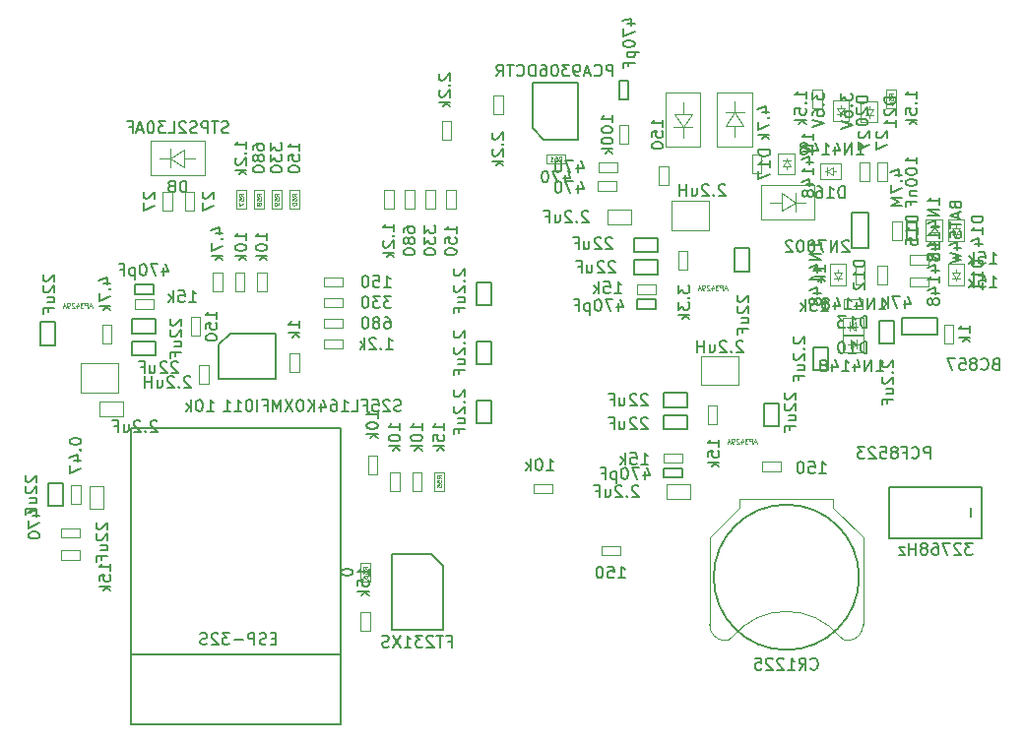
<source format=gbr>
G04 #@! TF.FileFunction,Other,Fab,Bot*
%FSLAX46Y46*%
G04 Gerber Fmt 4.6, Leading zero omitted, Abs format (unit mm)*
G04 Created by KiCad (PCBNEW 4.0.7+dfsg1-1) date Sun Nov 12 22:32:47 2017*
%MOMM*%
%LPD*%
G01*
G04 APERTURE LIST*
%ADD10C,0.100000*%
%ADD11C,0.150000*%
%ADD12C,0.075000*%
G04 APERTURE END LIST*
D10*
X103098000Y-99558000D02*
X103898000Y-99558000D01*
X103098000Y-97958000D02*
X103098000Y-99558000D01*
X103898000Y-97958000D02*
X103098000Y-97958000D01*
X103898000Y-99558000D02*
X103898000Y-97958000D01*
D11*
X126260434Y-112530338D02*
X108260434Y-112530338D01*
X108260434Y-118530338D02*
X108260434Y-93030338D01*
X126260434Y-118530338D02*
X126260434Y-93030338D01*
X126260434Y-93030338D02*
X108260434Y-93030338D01*
X126260434Y-118530338D02*
X108260434Y-118530338D01*
D10*
X154195000Y-64200000D02*
X154195000Y-68800000D01*
X154195000Y-68800000D02*
X157195000Y-68800000D01*
X157195000Y-64200000D02*
X154195000Y-64200000D01*
X157195000Y-64200000D02*
X157195000Y-68800000D01*
X155693980Y-67149440D02*
X155693980Y-68051140D01*
X155693980Y-65998820D02*
X155693980Y-65000600D01*
X156494080Y-67149440D02*
X154893880Y-67149440D01*
X154944680Y-65998820D02*
X156494080Y-65998820D01*
X155693980Y-67149440D02*
X154944680Y-65998820D01*
X155693980Y-67149440D02*
X156494080Y-65998820D01*
X153644000Y-72126000D02*
X154444000Y-72126000D01*
X153644000Y-70526000D02*
X153644000Y-72126000D01*
X154444000Y-70526000D02*
X153644000Y-70526000D01*
X154444000Y-72126000D02*
X154444000Y-70526000D01*
X160470000Y-89340000D02*
X160470000Y-86840000D01*
X157270000Y-89340000D02*
X160470000Y-89340000D01*
X157270000Y-86840000D02*
X157270000Y-89340000D01*
X160470000Y-86840000D02*
X157270000Y-86840000D01*
X157930000Y-76005000D02*
X157930000Y-73505000D01*
X154730000Y-76005000D02*
X157930000Y-76005000D01*
X154730000Y-73505000D02*
X154730000Y-76005000D01*
X157930000Y-73505000D02*
X154730000Y-73505000D01*
X103930000Y-87475000D02*
X103930000Y-89975000D01*
X107130000Y-87475000D02*
X103930000Y-87475000D01*
X107130000Y-89975000D02*
X107130000Y-87475000D01*
X103930000Y-89975000D02*
X107130000Y-89975000D01*
D11*
X101710000Y-83915000D02*
X100460000Y-83915000D01*
X101710000Y-85915000D02*
X101710000Y-83915000D01*
X100460000Y-85915000D02*
X101710000Y-85915000D01*
X100460000Y-83915000D02*
X100460000Y-85915000D01*
X154060000Y-90005000D02*
X154060000Y-91255000D01*
X156060000Y-90005000D02*
X154060000Y-90005000D01*
X156060000Y-91255000D02*
X156060000Y-90005000D01*
X154060000Y-91255000D02*
X156060000Y-91255000D01*
X154060000Y-91910000D02*
X154060000Y-93160000D01*
X156060000Y-91910000D02*
X154060000Y-91910000D01*
X156060000Y-93160000D02*
X156060000Y-91910000D01*
X154060000Y-93160000D02*
X156060000Y-93160000D01*
X162690000Y-92900000D02*
X163940000Y-92900000D01*
X162690000Y-90900000D02*
X162690000Y-92900000D01*
X163940000Y-90900000D02*
X162690000Y-90900000D01*
X163940000Y-92900000D02*
X163940000Y-90900000D01*
X151520000Y-78575000D02*
X151520000Y-79825000D01*
X153520000Y-78575000D02*
X151520000Y-78575000D01*
X153520000Y-79825000D02*
X153520000Y-78575000D01*
X151520000Y-79825000D02*
X153520000Y-79825000D01*
X151520000Y-76670000D02*
X151520000Y-77920000D01*
X153520000Y-76670000D02*
X151520000Y-76670000D01*
X153520000Y-77920000D02*
X153520000Y-76670000D01*
X151520000Y-77920000D02*
X153520000Y-77920000D01*
X160150000Y-79565000D02*
X161400000Y-79565000D01*
X160150000Y-77565000D02*
X160150000Y-79565000D01*
X161400000Y-77565000D02*
X160150000Y-77565000D01*
X161400000Y-79565000D02*
X161400000Y-77565000D01*
X110340000Y-84905000D02*
X110340000Y-83655000D01*
X108340000Y-84905000D02*
X110340000Y-84905000D01*
X108340000Y-83655000D02*
X108340000Y-84905000D01*
X110340000Y-83655000D02*
X108340000Y-83655000D01*
X110340000Y-86810000D02*
X110340000Y-85560000D01*
X108340000Y-86810000D02*
X110340000Y-86810000D01*
X108340000Y-85560000D02*
X108340000Y-86810000D01*
X110340000Y-85560000D02*
X108340000Y-85560000D01*
X172596000Y-85788000D02*
X173846000Y-85788000D01*
X172596000Y-83788000D02*
X172596000Y-85788000D01*
X173846000Y-83788000D02*
X172596000Y-83788000D01*
X173846000Y-85788000D02*
X173846000Y-83788000D01*
X177535000Y-83580000D02*
X174495000Y-83580000D01*
X174495000Y-84980000D02*
X174495000Y-83580000D01*
X177535000Y-84980000D02*
X177535000Y-83580000D01*
X177535000Y-84980000D02*
X174495000Y-84980000D01*
X170235000Y-74505000D02*
X170235000Y-77545000D01*
X171635000Y-77545000D02*
X170235000Y-77545000D01*
X171635000Y-74505000D02*
X170235000Y-74505000D01*
X171635000Y-74505000D02*
X171635000Y-77545000D01*
X154060000Y-96510000D02*
X154060000Y-97310000D01*
X155660000Y-96510000D02*
X154060000Y-96510000D01*
X155660000Y-97310000D02*
X155660000Y-96510000D01*
X154060000Y-97310000D02*
X155660000Y-97310000D01*
X151720000Y-81975000D02*
X151720000Y-82775000D01*
X153320000Y-81975000D02*
X151720000Y-81975000D01*
X153320000Y-82775000D02*
X153320000Y-81975000D01*
X151720000Y-82775000D02*
X153320000Y-82775000D01*
X110140000Y-81505000D02*
X110140000Y-80705000D01*
X108540000Y-81505000D02*
X110140000Y-81505000D01*
X108540000Y-80705000D02*
X108540000Y-81505000D01*
X110140000Y-80705000D02*
X108540000Y-80705000D01*
X175780000Y-75225000D02*
X174980000Y-75225000D01*
X175780000Y-76825000D02*
X175780000Y-75225000D01*
X174980000Y-76825000D02*
X175780000Y-76825000D01*
X174980000Y-75225000D02*
X174980000Y-76825000D01*
D10*
X169500000Y-81975000D02*
X169500000Y-82775000D01*
X171100000Y-81975000D02*
X169500000Y-81975000D01*
X171100000Y-82775000D02*
X171100000Y-81975000D01*
X169500000Y-82775000D02*
X171100000Y-82775000D01*
X172440000Y-80635000D02*
X173240000Y-80635000D01*
X172440000Y-79035000D02*
X172440000Y-80635000D01*
X173240000Y-79035000D02*
X172440000Y-79035000D01*
X173240000Y-80635000D02*
X173240000Y-79035000D01*
X176815000Y-80870000D02*
X176815000Y-80070000D01*
X175215000Y-80870000D02*
X176815000Y-80870000D01*
X175215000Y-80070000D02*
X175215000Y-80870000D01*
X176815000Y-80070000D02*
X175215000Y-80070000D01*
X174510000Y-75225000D02*
X173710000Y-75225000D01*
X174510000Y-76825000D02*
X174510000Y-75225000D01*
X173710000Y-76825000D02*
X174510000Y-76825000D01*
X173710000Y-75225000D02*
X173710000Y-76825000D01*
X178955000Y-84115000D02*
X178155000Y-84115000D01*
X178955000Y-85715000D02*
X178955000Y-84115000D01*
X178155000Y-85715000D02*
X178955000Y-85715000D01*
X178155000Y-84115000D02*
X178155000Y-85715000D01*
X114185000Y-83480000D02*
X113385000Y-83480000D01*
X114185000Y-85080000D02*
X114185000Y-83480000D01*
X113385000Y-85080000D02*
X114185000Y-85080000D01*
X113385000Y-83480000D02*
X113385000Y-85080000D01*
X170535000Y-80635000D02*
X171335000Y-80635000D01*
X170535000Y-79035000D02*
X170535000Y-80635000D01*
X171335000Y-79035000D02*
X170535000Y-79035000D01*
X171335000Y-80635000D02*
X171335000Y-79035000D01*
X128790000Y-108880000D02*
X127990000Y-108880000D01*
X128790000Y-110480000D02*
X128790000Y-108880000D01*
X127990000Y-110480000D02*
X128790000Y-110480000D01*
X127990000Y-108880000D02*
X127990000Y-110480000D01*
X150272000Y-103984000D02*
X150272000Y-103184000D01*
X148672000Y-103984000D02*
X150272000Y-103984000D01*
X148672000Y-103184000D02*
X148672000Y-103984000D01*
X150272000Y-103184000D02*
X148672000Y-103184000D01*
X176815000Y-78965000D02*
X176815000Y-78165000D01*
X175215000Y-78965000D02*
X176815000Y-78965000D01*
X175215000Y-78165000D02*
X175215000Y-78965000D01*
X176815000Y-78165000D02*
X175215000Y-78165000D01*
X154060000Y-95240000D02*
X154060000Y-96040000D01*
X155660000Y-95240000D02*
X154060000Y-95240000D01*
X155660000Y-96040000D02*
X155660000Y-95240000D01*
X154060000Y-96040000D02*
X155660000Y-96040000D01*
X110140000Y-82775000D02*
X110140000Y-81975000D01*
X108540000Y-82775000D02*
X110140000Y-82775000D01*
X108540000Y-81975000D02*
X108540000Y-82775000D01*
X110140000Y-81975000D02*
X108540000Y-81975000D01*
X151720000Y-80705000D02*
X151720000Y-81505000D01*
X153320000Y-80705000D02*
X151720000Y-80705000D01*
X153320000Y-81505000D02*
X153320000Y-80705000D01*
X151720000Y-81505000D02*
X153320000Y-81505000D01*
X158635000Y-91100000D02*
X157835000Y-91100000D01*
X158635000Y-92700000D02*
X158635000Y-91100000D01*
X157835000Y-92700000D02*
X158635000Y-92700000D01*
X157835000Y-91100000D02*
X157835000Y-92700000D01*
X105765000Y-85715000D02*
X106565000Y-85715000D01*
X105765000Y-84115000D02*
X105765000Y-85715000D01*
X106565000Y-84115000D02*
X105765000Y-84115000D01*
X106565000Y-85715000D02*
X106565000Y-84115000D01*
X156095000Y-77765000D02*
X155295000Y-77765000D01*
X156095000Y-79365000D02*
X156095000Y-77765000D01*
X155295000Y-79365000D02*
X156095000Y-79365000D01*
X155295000Y-77765000D02*
X155295000Y-79365000D01*
X126396000Y-86204000D02*
X126396000Y-85404000D01*
X124796000Y-86204000D02*
X126396000Y-86204000D01*
X124796000Y-85404000D02*
X124796000Y-86204000D01*
X126396000Y-85404000D02*
X124796000Y-85404000D01*
X126396000Y-84426000D02*
X126396000Y-83626000D01*
X124796000Y-84426000D02*
X126396000Y-84426000D01*
X124796000Y-83626000D02*
X124796000Y-84426000D01*
X126396000Y-83626000D02*
X124796000Y-83626000D01*
X126396000Y-82648000D02*
X126396000Y-81848000D01*
X124796000Y-82648000D02*
X126396000Y-82648000D01*
X124796000Y-81848000D02*
X124796000Y-82648000D01*
X126396000Y-81848000D02*
X124796000Y-81848000D01*
X126396000Y-80870000D02*
X126396000Y-80070000D01*
X124796000Y-80870000D02*
X126396000Y-80870000D01*
X124796000Y-80070000D02*
X124796000Y-80870000D01*
X126396000Y-80070000D02*
X124796000Y-80070000D01*
X130022000Y-74158000D02*
X130822000Y-74158000D01*
X130022000Y-72558000D02*
X130022000Y-74158000D01*
X130822000Y-72558000D02*
X130022000Y-72558000D01*
X130822000Y-74158000D02*
X130822000Y-72558000D01*
X131800000Y-74158000D02*
X132600000Y-74158000D01*
X131800000Y-72558000D02*
X131800000Y-74158000D01*
X132600000Y-72558000D02*
X131800000Y-72558000D01*
X132600000Y-74158000D02*
X132600000Y-72558000D01*
X133578000Y-74158000D02*
X134378000Y-74158000D01*
X133578000Y-72558000D02*
X133578000Y-74158000D01*
X134378000Y-72558000D02*
X133578000Y-72558000D01*
X134378000Y-74158000D02*
X134378000Y-72558000D01*
X135356000Y-74158000D02*
X136156000Y-74158000D01*
X135356000Y-72558000D02*
X135356000Y-74158000D01*
X136156000Y-72558000D02*
X135356000Y-72558000D01*
X136156000Y-74158000D02*
X136156000Y-72558000D01*
D11*
X115780000Y-85870000D02*
X115780000Y-88770000D01*
X115780000Y-88770000D02*
X120680000Y-88770000D01*
X120680000Y-88770000D02*
X120680000Y-84870000D01*
X120680000Y-84870000D02*
X116780000Y-84870000D01*
X116780000Y-84870000D02*
X115780000Y-85870000D01*
X150189600Y-64760000D02*
X150989600Y-64760000D01*
X150189600Y-63160000D02*
X150189600Y-64760000D01*
X150989600Y-63160000D02*
X150189600Y-63160000D01*
X150989600Y-64760000D02*
X150989600Y-63160000D01*
X143730000Y-68250000D02*
X146630000Y-68250000D01*
X146630000Y-68250000D02*
X146630000Y-63350000D01*
X146630000Y-63350000D02*
X142730000Y-63350000D01*
X142730000Y-63350000D02*
X142730000Y-67250000D01*
X142730000Y-67250000D02*
X143730000Y-68250000D01*
D10*
X161645000Y-71110000D02*
X162445000Y-71110000D01*
X161645000Y-69510000D02*
X161645000Y-71110000D01*
X162445000Y-69510000D02*
X161645000Y-69510000D01*
X162445000Y-71110000D02*
X162445000Y-69510000D01*
X139420000Y-66030000D02*
X140220000Y-66030000D01*
X139420000Y-64430000D02*
X139420000Y-66030000D01*
X140220000Y-64430000D02*
X139420000Y-64430000D01*
X140220000Y-66030000D02*
X140220000Y-64430000D01*
X134975000Y-68232000D02*
X135775000Y-68232000D01*
X134975000Y-66632000D02*
X134975000Y-68232000D01*
X135775000Y-66632000D02*
X134975000Y-66632000D01*
X135775000Y-68232000D02*
X135775000Y-66632000D01*
X150215000Y-68570000D02*
X151015000Y-68570000D01*
X150215000Y-66970000D02*
X150215000Y-68570000D01*
X151015000Y-66970000D02*
X150215000Y-66970000D01*
X151015000Y-68570000D02*
X151015000Y-66970000D01*
X149975000Y-72615000D02*
X149975000Y-71815000D01*
X148375000Y-72615000D02*
X149975000Y-72615000D01*
X148375000Y-71815000D02*
X148375000Y-72615000D01*
X149975000Y-71815000D02*
X148375000Y-71815000D01*
X150080000Y-71000000D02*
X150080000Y-70200000D01*
X148480000Y-71000000D02*
X150080000Y-71000000D01*
X148480000Y-70200000D02*
X148480000Y-71000000D01*
X150080000Y-70200000D02*
X148480000Y-70200000D01*
D11*
X134035000Y-103890000D02*
X130635000Y-103890000D01*
X130635000Y-103890000D02*
X130635000Y-110390000D01*
X130635000Y-110390000D02*
X135035000Y-110390000D01*
X135035000Y-110390000D02*
X135035000Y-104890000D01*
X135035000Y-104890000D02*
X134035000Y-103890000D01*
D10*
X119900000Y-79670000D02*
X119100000Y-79670000D01*
X119900000Y-81270000D02*
X119900000Y-79670000D01*
X119100000Y-81270000D02*
X119900000Y-81270000D01*
X119100000Y-79670000D02*
X119100000Y-81270000D01*
X114080000Y-89200000D02*
X114880000Y-89200000D01*
X114080000Y-87600000D02*
X114080000Y-89200000D01*
X114880000Y-87600000D02*
X114080000Y-87600000D01*
X114880000Y-89200000D02*
X114880000Y-87600000D01*
X128625000Y-96975000D02*
X129425000Y-96975000D01*
X128625000Y-95375000D02*
X128625000Y-96975000D01*
X129425000Y-95375000D02*
X128625000Y-95375000D01*
X129425000Y-96975000D02*
X129425000Y-95375000D01*
X117995000Y-79670000D02*
X117195000Y-79670000D01*
X117995000Y-81270000D02*
X117995000Y-79670000D01*
X117195000Y-81270000D02*
X117995000Y-81270000D01*
X117195000Y-79670000D02*
X117195000Y-81270000D01*
X122680000Y-86600000D02*
X121880000Y-86600000D01*
X122680000Y-88200000D02*
X122680000Y-86600000D01*
X121880000Y-88200000D02*
X122680000Y-88200000D01*
X121880000Y-86600000D02*
X121880000Y-88200000D01*
X116090000Y-79670000D02*
X115290000Y-79670000D01*
X116090000Y-81270000D02*
X116090000Y-79670000D01*
X115290000Y-81270000D02*
X116090000Y-81270000D01*
X115290000Y-79670000D02*
X115290000Y-81270000D01*
X144430000Y-98650000D02*
X144430000Y-97850000D01*
X142830000Y-98650000D02*
X144430000Y-98650000D01*
X142830000Y-97850000D02*
X142830000Y-98650000D01*
X144430000Y-97850000D02*
X142830000Y-97850000D01*
X132435000Y-98415000D02*
X133235000Y-98415000D01*
X132435000Y-96815000D02*
X132435000Y-98415000D01*
X133235000Y-96815000D02*
X132435000Y-96815000D01*
X133235000Y-98415000D02*
X133235000Y-96815000D01*
X130530000Y-98415000D02*
X131330000Y-98415000D01*
X130530000Y-96815000D02*
X130530000Y-98415000D01*
X131330000Y-96815000D02*
X130530000Y-96815000D01*
X131330000Y-98415000D02*
X131330000Y-96815000D01*
X102190000Y-103565000D02*
X102190000Y-104365000D01*
X103790000Y-103565000D02*
X102190000Y-103565000D01*
X103790000Y-104365000D02*
X103790000Y-103565000D01*
X102190000Y-104365000D02*
X103790000Y-104365000D01*
X103790000Y-102460000D02*
X103790000Y-101660000D01*
X102190000Y-102460000D02*
X103790000Y-102460000D01*
X102190000Y-101660000D02*
X102190000Y-102460000D01*
X103790000Y-101660000D02*
X102190000Y-101660000D01*
D11*
X166881000Y-88074000D02*
X168131000Y-88074000D01*
X166881000Y-86074000D02*
X166881000Y-88074000D01*
X168131000Y-86074000D02*
X166881000Y-86074000D01*
X168131000Y-88074000D02*
X168131000Y-86074000D01*
D10*
X164115000Y-96745000D02*
X164115000Y-95945000D01*
X162515000Y-96745000D02*
X164115000Y-96745000D01*
X162515000Y-95945000D02*
X162515000Y-96745000D01*
X164115000Y-95945000D02*
X162515000Y-95945000D01*
X166852000Y-65522000D02*
X167652000Y-65522000D01*
X166852000Y-63922000D02*
X166852000Y-65522000D01*
X167652000Y-63922000D02*
X166852000Y-63922000D01*
X167652000Y-65522000D02*
X167652000Y-63922000D01*
D11*
X139175000Y-90646000D02*
X137925000Y-90646000D01*
X139175000Y-92646000D02*
X139175000Y-90646000D01*
X137925000Y-92646000D02*
X139175000Y-92646000D01*
X137925000Y-90646000D02*
X137925000Y-92646000D01*
X137925000Y-82486000D02*
X139175000Y-82486000D01*
X137925000Y-80486000D02*
X137925000Y-82486000D01*
X139175000Y-80486000D02*
X137925000Y-80486000D01*
X139175000Y-82486000D02*
X139175000Y-80486000D01*
X139175000Y-85566000D02*
X137925000Y-85566000D01*
X139175000Y-87566000D02*
X139175000Y-85566000D01*
X137925000Y-87566000D02*
X139175000Y-87566000D01*
X137925000Y-85566000D02*
X137925000Y-87566000D01*
X102345000Y-97758000D02*
X101095000Y-97758000D01*
X102345000Y-99758000D02*
X102345000Y-97758000D01*
X101095000Y-99758000D02*
X102345000Y-99758000D01*
X101095000Y-97758000D02*
X101095000Y-99758000D01*
D10*
X112877000Y-74285000D02*
X113677000Y-74285000D01*
X112877000Y-72685000D02*
X112877000Y-74285000D01*
X113677000Y-72685000D02*
X112877000Y-72685000D01*
X113677000Y-74285000D02*
X113677000Y-72685000D01*
X110972000Y-74285000D02*
X111772000Y-74285000D01*
X110972000Y-72685000D02*
X110972000Y-74285000D01*
X111772000Y-72685000D02*
X110972000Y-72685000D01*
X111772000Y-74285000D02*
X111772000Y-72685000D01*
X172440000Y-71745000D02*
X173240000Y-71745000D01*
X172440000Y-70145000D02*
X172440000Y-71745000D01*
X173240000Y-70145000D02*
X172440000Y-70145000D01*
X173240000Y-71745000D02*
X173240000Y-70145000D01*
X170916000Y-71745000D02*
X171716000Y-71745000D01*
X170916000Y-70145000D02*
X170916000Y-71745000D01*
X171716000Y-70145000D02*
X170916000Y-70145000D01*
X171716000Y-71745000D02*
X171716000Y-70145000D01*
D11*
X181412000Y-98082000D02*
X181412000Y-102482000D01*
X173412000Y-98082000D02*
X181412000Y-98082000D01*
X173412000Y-102482000D02*
X173412000Y-98082000D01*
X181412000Y-102482000D02*
X173412000Y-102482000D01*
X180412000Y-99882000D02*
X180412000Y-100682000D01*
D10*
X104656000Y-100012000D02*
X105896000Y-100012000D01*
X104656000Y-98012000D02*
X104656000Y-100012000D01*
X105896000Y-98012000D02*
X104656000Y-98012000D01*
X105896000Y-100012000D02*
X105896000Y-98012000D01*
X114561000Y-68302000D02*
X109961000Y-68302000D01*
X109961000Y-68302000D02*
X109961000Y-71302000D01*
X114561000Y-71302000D02*
X114561000Y-68302000D01*
X114561000Y-71302000D02*
X109961000Y-71302000D01*
X111611560Y-69800980D02*
X110709860Y-69800980D01*
X112762180Y-69800980D02*
X113760400Y-69800980D01*
X111611560Y-70601080D02*
X111611560Y-69000880D01*
X112762180Y-69051680D02*
X112762180Y-70601080D01*
X111611560Y-69800980D02*
X112762180Y-69051680D01*
X111611560Y-69800980D02*
X112762180Y-70601080D01*
X162412000Y-75112000D02*
X167012000Y-75112000D01*
X167012000Y-75112000D02*
X167012000Y-72112000D01*
X162412000Y-72112000D02*
X162412000Y-75112000D01*
X162412000Y-72112000D02*
X167012000Y-72112000D01*
X165361440Y-73613020D02*
X166263140Y-73613020D01*
X164210820Y-73613020D02*
X163212600Y-73613020D01*
X165361440Y-72812920D02*
X165361440Y-74413120D01*
X164210820Y-74362320D02*
X164210820Y-72812920D01*
X165361440Y-73613020D02*
X164210820Y-74362320D01*
X165361440Y-73613020D02*
X164210820Y-72812920D01*
X161640000Y-68800000D02*
X161640000Y-64200000D01*
X161640000Y-64200000D02*
X158640000Y-64200000D01*
X158640000Y-68800000D02*
X161640000Y-68800000D01*
X158640000Y-68800000D02*
X158640000Y-64200000D01*
X160141020Y-65850560D02*
X160141020Y-64948860D01*
X160141020Y-67001180D02*
X160141020Y-67999400D01*
X159340920Y-65850560D02*
X160941120Y-65850560D01*
X160890320Y-67001180D02*
X159340920Y-67001180D01*
X160141020Y-65850560D02*
X160890320Y-67001180D01*
X160141020Y-65850560D02*
X159340920Y-67001180D01*
X154314000Y-97884000D02*
X154314000Y-99124000D01*
X156314000Y-97884000D02*
X154314000Y-97884000D01*
X156314000Y-99124000D02*
X156314000Y-97884000D01*
X154314000Y-99124000D02*
X156314000Y-99124000D01*
X107546000Y-92012000D02*
X107546000Y-90772000D01*
X105546000Y-92012000D02*
X107546000Y-92012000D01*
X105546000Y-90772000D02*
X105546000Y-92012000D01*
X107546000Y-90772000D02*
X105546000Y-90772000D01*
X151234000Y-75502000D02*
X151234000Y-74262000D01*
X149234000Y-75502000D02*
X151234000Y-75502000D01*
X149234000Y-74262000D02*
X149234000Y-75502000D01*
X151234000Y-74262000D02*
X149234000Y-74262000D01*
X173202000Y-65522000D02*
X174002000Y-65522000D01*
X173202000Y-63922000D02*
X173202000Y-65522000D01*
X174002000Y-63922000D02*
X173202000Y-63922000D01*
X174002000Y-65522000D02*
X174002000Y-63922000D01*
X135140000Y-96815000D02*
X134340000Y-96815000D01*
X135140000Y-98415000D02*
X135140000Y-96815000D01*
X134340000Y-98415000D02*
X135140000Y-98415000D01*
X134340000Y-96815000D02*
X134340000Y-98415000D01*
D11*
X170835000Y-105870000D02*
G75*
G03X170835000Y-105870000I-6250000J0D01*
G01*
D10*
X159206987Y-111317558D02*
G75*
G03X159985000Y-110970000I88013J847558D01*
G01*
X169963013Y-111317558D02*
G75*
G02X169185000Y-110970000I-88013J847558D01*
G01*
X159977095Y-110979589D02*
G75*
G02X169185000Y-110970000I4607905J-3790411D01*
G01*
X157985000Y-109920000D02*
G75*
G03X159285000Y-111320000I1350000J-50000D01*
G01*
X171185000Y-109920000D02*
G75*
G02X169885000Y-111320000I-1350000J-50000D01*
G01*
X157985000Y-102470000D02*
X157985000Y-109970000D01*
X171185000Y-102470000D02*
X171185000Y-109970000D01*
X160585000Y-99870000D02*
X157985000Y-102470000D01*
X168585000Y-99870000D02*
X171185000Y-102470000D01*
X160585000Y-99170000D02*
X160585000Y-99870000D01*
X168585000Y-99170000D02*
X168585000Y-99870000D01*
X168585000Y-99170000D02*
X160585000Y-99170000D01*
X169284000Y-65538000D02*
X169284000Y-65288000D01*
X168934000Y-65538000D02*
X169284000Y-66038000D01*
X169634000Y-65538000D02*
X168934000Y-65538000D01*
X169284000Y-66038000D02*
X169634000Y-65538000D01*
X169284000Y-66038000D02*
X169284000Y-66238000D01*
X169634000Y-66038000D02*
X168934000Y-66038000D01*
X168584000Y-66638000D02*
X169984000Y-66638000D01*
X168584000Y-64838000D02*
X168584000Y-66638000D01*
X169984000Y-64838000D02*
X168584000Y-64838000D01*
X169984000Y-66638000D02*
X169984000Y-64838000D01*
X171697000Y-65631000D02*
X171697000Y-65381000D01*
X171347000Y-65631000D02*
X171697000Y-66131000D01*
X172047000Y-65631000D02*
X171347000Y-65631000D01*
X171697000Y-66131000D02*
X172047000Y-65631000D01*
X171697000Y-66131000D02*
X171697000Y-66331000D01*
X172047000Y-66131000D02*
X171347000Y-66131000D01*
X170997000Y-66731000D02*
X172397000Y-66731000D01*
X170997000Y-64931000D02*
X170997000Y-66731000D01*
X172397000Y-64931000D02*
X170997000Y-64931000D01*
X172397000Y-66731000D02*
X172397000Y-64931000D01*
X170500000Y-84280000D02*
X170750000Y-84280000D01*
X170500000Y-83930000D02*
X170000000Y-84280000D01*
X170500000Y-84630000D02*
X170500000Y-83930000D01*
X170000000Y-84280000D02*
X170500000Y-84630000D01*
X170000000Y-84280000D02*
X169800000Y-84280000D01*
X170000000Y-84630000D02*
X170000000Y-83930000D01*
X169400000Y-83580000D02*
X169400000Y-84980000D01*
X171200000Y-83580000D02*
X169400000Y-83580000D01*
X171200000Y-84980000D02*
X171200000Y-83580000D01*
X169400000Y-84980000D02*
X171200000Y-84980000D01*
X179190000Y-79635000D02*
X179190000Y-79385000D01*
X178840000Y-79635000D02*
X179190000Y-80135000D01*
X179540000Y-79635000D02*
X178840000Y-79635000D01*
X179190000Y-80135000D02*
X179540000Y-79635000D01*
X179190000Y-80135000D02*
X179190000Y-80335000D01*
X179540000Y-80135000D02*
X178840000Y-80135000D01*
X178490000Y-80735000D02*
X179890000Y-80735000D01*
X178490000Y-78935000D02*
X178490000Y-80735000D01*
X179890000Y-78935000D02*
X178490000Y-78935000D01*
X179890000Y-80735000D02*
X179890000Y-78935000D01*
X169030000Y-79635000D02*
X169030000Y-79385000D01*
X168680000Y-79635000D02*
X169030000Y-80135000D01*
X169380000Y-79635000D02*
X168680000Y-79635000D01*
X169030000Y-80135000D02*
X169380000Y-79635000D01*
X169030000Y-80135000D02*
X169030000Y-80335000D01*
X169380000Y-80135000D02*
X168680000Y-80135000D01*
X168330000Y-80735000D02*
X169730000Y-80735000D01*
X168330000Y-78935000D02*
X168330000Y-80735000D01*
X169730000Y-78935000D02*
X168330000Y-78935000D01*
X169730000Y-80735000D02*
X169730000Y-78935000D01*
X170100000Y-85804000D02*
X169850000Y-85804000D01*
X170100000Y-86154000D02*
X170600000Y-85804000D01*
X170100000Y-85454000D02*
X170100000Y-86154000D01*
X170600000Y-85804000D02*
X170100000Y-85454000D01*
X170600000Y-85804000D02*
X170800000Y-85804000D01*
X170600000Y-85454000D02*
X170600000Y-86154000D01*
X171200000Y-86504000D02*
X171200000Y-85104000D01*
X169400000Y-86504000D02*
X171200000Y-86504000D01*
X169400000Y-85104000D02*
X169400000Y-86504000D01*
X171200000Y-85104000D02*
X169400000Y-85104000D01*
X179190000Y-75825000D02*
X179190000Y-75575000D01*
X178840000Y-75825000D02*
X179190000Y-76325000D01*
X179540000Y-75825000D02*
X178840000Y-75825000D01*
X179190000Y-76325000D02*
X179540000Y-75825000D01*
X179190000Y-76325000D02*
X179190000Y-76525000D01*
X179540000Y-76325000D02*
X178840000Y-76325000D01*
X178490000Y-76925000D02*
X179890000Y-76925000D01*
X178490000Y-75125000D02*
X178490000Y-76925000D01*
X179890000Y-75125000D02*
X178490000Y-75125000D01*
X179890000Y-76925000D02*
X179890000Y-75125000D01*
X177285000Y-76225000D02*
X177285000Y-76475000D01*
X177635000Y-76225000D02*
X177285000Y-75725000D01*
X176935000Y-76225000D02*
X177635000Y-76225000D01*
X177285000Y-75725000D02*
X176935000Y-76225000D01*
X177285000Y-75725000D02*
X177285000Y-75525000D01*
X176935000Y-75725000D02*
X177635000Y-75725000D01*
X177985000Y-75125000D02*
X176585000Y-75125000D01*
X177985000Y-76925000D02*
X177985000Y-75125000D01*
X176585000Y-76925000D02*
X177985000Y-76925000D01*
X176585000Y-75125000D02*
X176585000Y-76925000D01*
X168595000Y-70945000D02*
X168845000Y-70945000D01*
X168595000Y-70595000D02*
X168095000Y-70945000D01*
X168595000Y-71295000D02*
X168595000Y-70595000D01*
X168095000Y-70945000D02*
X168595000Y-71295000D01*
X168095000Y-70945000D02*
X167895000Y-70945000D01*
X168095000Y-71295000D02*
X168095000Y-70595000D01*
X167495000Y-70245000D02*
X167495000Y-71645000D01*
X169295000Y-70245000D02*
X167495000Y-70245000D01*
X169295000Y-71645000D02*
X169295000Y-70245000D01*
X167495000Y-71645000D02*
X169295000Y-71645000D01*
X164585000Y-70510000D02*
X164585000Y-70760000D01*
X164935000Y-70510000D02*
X164585000Y-70010000D01*
X164235000Y-70510000D02*
X164935000Y-70510000D01*
X164585000Y-70010000D02*
X164235000Y-70510000D01*
X164585000Y-70010000D02*
X164585000Y-69810000D01*
X164235000Y-70010000D02*
X164935000Y-70010000D01*
X165285000Y-69410000D02*
X163885000Y-69410000D01*
X165285000Y-71210000D02*
X165285000Y-69410000D01*
X163885000Y-71210000D02*
X165285000Y-71210000D01*
X163885000Y-69410000D02*
X163885000Y-71210000D01*
X127990000Y-106246000D02*
X128790000Y-106246000D01*
X127990000Y-104646000D02*
X127990000Y-106246000D01*
X128790000Y-104646000D02*
X127990000Y-104646000D01*
X128790000Y-106246000D02*
X128790000Y-104646000D01*
X117322000Y-74158000D02*
X118122000Y-74158000D01*
X117322000Y-72558000D02*
X117322000Y-74158000D01*
X118122000Y-72558000D02*
X117322000Y-72558000D01*
X118122000Y-74158000D02*
X118122000Y-72558000D01*
X118846000Y-74158000D02*
X119646000Y-74158000D01*
X118846000Y-72558000D02*
X118846000Y-74158000D01*
X119646000Y-72558000D02*
X118846000Y-72558000D01*
X119646000Y-74158000D02*
X119646000Y-72558000D01*
X120370000Y-74158000D02*
X121170000Y-74158000D01*
X120370000Y-72558000D02*
X120370000Y-74158000D01*
X121170000Y-72558000D02*
X120370000Y-72558000D01*
X121170000Y-74158000D02*
X121170000Y-72558000D01*
X121894000Y-74158000D02*
X122694000Y-74158000D01*
X121894000Y-72558000D02*
X121894000Y-74158000D01*
X122694000Y-72558000D02*
X121894000Y-72558000D01*
X122694000Y-74158000D02*
X122694000Y-72558000D01*
X145580000Y-70300000D02*
X145580000Y-69500000D01*
X143980000Y-70300000D02*
X145580000Y-70300000D01*
X143980000Y-69500000D02*
X143980000Y-70300000D01*
X145580000Y-69500000D02*
X143980000Y-69500000D01*
D11*
X102950381Y-94133905D02*
X102950381Y-94229144D01*
X102998000Y-94324382D01*
X103045619Y-94372001D01*
X103140857Y-94419620D01*
X103331333Y-94467239D01*
X103569429Y-94467239D01*
X103759905Y-94419620D01*
X103855143Y-94372001D01*
X103902762Y-94324382D01*
X103950381Y-94229144D01*
X103950381Y-94133905D01*
X103902762Y-94038667D01*
X103855143Y-93991048D01*
X103759905Y-93943429D01*
X103569429Y-93895810D01*
X103331333Y-93895810D01*
X103140857Y-93943429D01*
X103045619Y-93991048D01*
X102998000Y-94038667D01*
X102950381Y-94133905D01*
X103855143Y-94895810D02*
X103902762Y-94943429D01*
X103950381Y-94895810D01*
X103902762Y-94848191D01*
X103855143Y-94895810D01*
X103950381Y-94895810D01*
X103283714Y-95800572D02*
X103950381Y-95800572D01*
X102902762Y-95562476D02*
X103617048Y-95324381D01*
X103617048Y-95943429D01*
X102950381Y-96229143D02*
X102950381Y-96895810D01*
X103950381Y-96467238D01*
X120706095Y-111132571D02*
X120372761Y-111132571D01*
X120229904Y-111656381D02*
X120706095Y-111656381D01*
X120706095Y-110656381D01*
X120229904Y-110656381D01*
X119848952Y-111608762D02*
X119706095Y-111656381D01*
X119467999Y-111656381D01*
X119372761Y-111608762D01*
X119325142Y-111561143D01*
X119277523Y-111465905D01*
X119277523Y-111370667D01*
X119325142Y-111275429D01*
X119372761Y-111227810D01*
X119467999Y-111180190D01*
X119658476Y-111132571D01*
X119753714Y-111084952D01*
X119801333Y-111037333D01*
X119848952Y-110942095D01*
X119848952Y-110846857D01*
X119801333Y-110751619D01*
X119753714Y-110704000D01*
X119658476Y-110656381D01*
X119420380Y-110656381D01*
X119277523Y-110704000D01*
X118848952Y-111656381D02*
X118848952Y-110656381D01*
X118467999Y-110656381D01*
X118372761Y-110704000D01*
X118325142Y-110751619D01*
X118277523Y-110846857D01*
X118277523Y-110989714D01*
X118325142Y-111084952D01*
X118372761Y-111132571D01*
X118467999Y-111180190D01*
X118848952Y-111180190D01*
X117848952Y-111275429D02*
X117087047Y-111275429D01*
X116706095Y-110656381D02*
X116087047Y-110656381D01*
X116420381Y-111037333D01*
X116277523Y-111037333D01*
X116182285Y-111084952D01*
X116134666Y-111132571D01*
X116087047Y-111227810D01*
X116087047Y-111465905D01*
X116134666Y-111561143D01*
X116182285Y-111608762D01*
X116277523Y-111656381D01*
X116563238Y-111656381D01*
X116658476Y-111608762D01*
X116706095Y-111561143D01*
X115706095Y-110751619D02*
X115658476Y-110704000D01*
X115563238Y-110656381D01*
X115325142Y-110656381D01*
X115229904Y-110704000D01*
X115182285Y-110751619D01*
X115134666Y-110846857D01*
X115134666Y-110942095D01*
X115182285Y-111084952D01*
X115753714Y-111656381D01*
X115134666Y-111656381D01*
X114753714Y-111608762D02*
X114610857Y-111656381D01*
X114372761Y-111656381D01*
X114277523Y-111608762D01*
X114229904Y-111561143D01*
X114182285Y-111465905D01*
X114182285Y-111370667D01*
X114229904Y-111275429D01*
X114277523Y-111227810D01*
X114372761Y-111180190D01*
X114563238Y-111132571D01*
X114658476Y-111084952D01*
X114706095Y-111037333D01*
X114753714Y-110942095D01*
X114753714Y-110846857D01*
X114706095Y-110751619D01*
X114658476Y-110704000D01*
X114563238Y-110656381D01*
X114325142Y-110656381D01*
X114182285Y-110704000D01*
X153988381Y-67103334D02*
X153988381Y-66531905D01*
X153988381Y-66817619D02*
X152988381Y-66817619D01*
X153131238Y-66722381D01*
X153226476Y-66627143D01*
X153274095Y-66531905D01*
X152988381Y-68008096D02*
X152988381Y-67531905D01*
X153464571Y-67484286D01*
X153416952Y-67531905D01*
X153369333Y-67627143D01*
X153369333Y-67865239D01*
X153416952Y-67960477D01*
X153464571Y-68008096D01*
X153559810Y-68055715D01*
X153797905Y-68055715D01*
X153893143Y-68008096D01*
X153940762Y-67960477D01*
X153988381Y-67865239D01*
X153988381Y-67627143D01*
X153940762Y-67531905D01*
X153893143Y-67484286D01*
X152988381Y-68674762D02*
X152988381Y-68770001D01*
X153036000Y-68865239D01*
X153083619Y-68912858D01*
X153178857Y-68960477D01*
X153369333Y-69008096D01*
X153607429Y-69008096D01*
X153797905Y-68960477D01*
X153893143Y-68912858D01*
X153940762Y-68865239D01*
X153988381Y-68770001D01*
X153988381Y-68674762D01*
X153940762Y-68579524D01*
X153893143Y-68531905D01*
X153797905Y-68484286D01*
X153607429Y-68436667D01*
X153369333Y-68436667D01*
X153178857Y-68484286D01*
X153083619Y-68531905D01*
X153036000Y-68579524D01*
X152988381Y-68674762D01*
X160846190Y-85605619D02*
X160798571Y-85558000D01*
X160703333Y-85510381D01*
X160465237Y-85510381D01*
X160369999Y-85558000D01*
X160322380Y-85605619D01*
X160274761Y-85700857D01*
X160274761Y-85796095D01*
X160322380Y-85938952D01*
X160893809Y-86510381D01*
X160274761Y-86510381D01*
X159846190Y-86415143D02*
X159798571Y-86462762D01*
X159846190Y-86510381D01*
X159893809Y-86462762D01*
X159846190Y-86415143D01*
X159846190Y-86510381D01*
X159417619Y-85605619D02*
X159370000Y-85558000D01*
X159274762Y-85510381D01*
X159036666Y-85510381D01*
X158941428Y-85558000D01*
X158893809Y-85605619D01*
X158846190Y-85700857D01*
X158846190Y-85796095D01*
X158893809Y-85938952D01*
X159465238Y-86510381D01*
X158846190Y-86510381D01*
X157989047Y-85843714D02*
X157989047Y-86510381D01*
X158417619Y-85843714D02*
X158417619Y-86367524D01*
X158370000Y-86462762D01*
X158274762Y-86510381D01*
X158131904Y-86510381D01*
X158036666Y-86462762D01*
X157989047Y-86415143D01*
X157512857Y-86510381D02*
X157512857Y-85510381D01*
X157512857Y-85986571D02*
X156941428Y-85986571D01*
X156941428Y-86510381D02*
X156941428Y-85510381D01*
D10*
X162003571Y-94252667D02*
X161813094Y-94252667D01*
X162041666Y-94366952D02*
X161908332Y-93966952D01*
X161774999Y-94366952D01*
X161641666Y-94366952D02*
X161641666Y-93966952D01*
X161489285Y-93966952D01*
X161451190Y-93986000D01*
X161432142Y-94005048D01*
X161413094Y-94043143D01*
X161413094Y-94100286D01*
X161432142Y-94138381D01*
X161451190Y-94157429D01*
X161489285Y-94176476D01*
X161641666Y-94176476D01*
X161279761Y-93966952D02*
X161032142Y-93966952D01*
X161165475Y-94119333D01*
X161108333Y-94119333D01*
X161070237Y-94138381D01*
X161051190Y-94157429D01*
X161032142Y-94195524D01*
X161032142Y-94290762D01*
X161051190Y-94328857D01*
X161070237Y-94347905D01*
X161108333Y-94366952D01*
X161222618Y-94366952D01*
X161260714Y-94347905D01*
X161279761Y-94328857D01*
X160689285Y-94100286D02*
X160689285Y-94366952D01*
X160784523Y-93947905D02*
X160879762Y-94233619D01*
X160632142Y-94233619D01*
X160498810Y-94005048D02*
X160479762Y-93986000D01*
X160441667Y-93966952D01*
X160346429Y-93966952D01*
X160308333Y-93986000D01*
X160289286Y-94005048D01*
X160270238Y-94043143D01*
X160270238Y-94081238D01*
X160289286Y-94138381D01*
X160517857Y-94366952D01*
X160270238Y-94366952D01*
X160079762Y-94366952D02*
X160003572Y-94366952D01*
X159965477Y-94347905D01*
X159946429Y-94328857D01*
X159908334Y-94271714D01*
X159889286Y-94195524D01*
X159889286Y-94043143D01*
X159908334Y-94005048D01*
X159927381Y-93986000D01*
X159965477Y-93966952D01*
X160041667Y-93966952D01*
X160079762Y-93986000D01*
X160098810Y-94005048D01*
X160117858Y-94043143D01*
X160117858Y-94138381D01*
X160098810Y-94176476D01*
X160079762Y-94195524D01*
X160041667Y-94214571D01*
X159965477Y-94214571D01*
X159927381Y-94195524D01*
X159908334Y-94176476D01*
X159889286Y-94138381D01*
X159736906Y-94252667D02*
X159546429Y-94252667D01*
X159775001Y-94366952D02*
X159641667Y-93966952D01*
X159508334Y-94366952D01*
D11*
X159322190Y-72143619D02*
X159274571Y-72096000D01*
X159179333Y-72048381D01*
X158941237Y-72048381D01*
X158845999Y-72096000D01*
X158798380Y-72143619D01*
X158750761Y-72238857D01*
X158750761Y-72334095D01*
X158798380Y-72476952D01*
X159369809Y-73048381D01*
X158750761Y-73048381D01*
X158322190Y-72953143D02*
X158274571Y-73000762D01*
X158322190Y-73048381D01*
X158369809Y-73000762D01*
X158322190Y-72953143D01*
X158322190Y-73048381D01*
X157893619Y-72143619D02*
X157846000Y-72096000D01*
X157750762Y-72048381D01*
X157512666Y-72048381D01*
X157417428Y-72096000D01*
X157369809Y-72143619D01*
X157322190Y-72238857D01*
X157322190Y-72334095D01*
X157369809Y-72476952D01*
X157941238Y-73048381D01*
X157322190Y-73048381D01*
X156465047Y-72381714D02*
X156465047Y-73048381D01*
X156893619Y-72381714D02*
X156893619Y-72905524D01*
X156846000Y-73000762D01*
X156750762Y-73048381D01*
X156607904Y-73048381D01*
X156512666Y-73000762D01*
X156465047Y-72953143D01*
X155988857Y-73048381D02*
X155988857Y-72048381D01*
X155988857Y-72524571D02*
X155417428Y-72524571D01*
X155417428Y-73048381D02*
X155417428Y-72048381D01*
D10*
X159463571Y-81044667D02*
X159273094Y-81044667D01*
X159501666Y-81158952D02*
X159368332Y-80758952D01*
X159234999Y-81158952D01*
X159101666Y-81158952D02*
X159101666Y-80758952D01*
X158949285Y-80758952D01*
X158911190Y-80778000D01*
X158892142Y-80797048D01*
X158873094Y-80835143D01*
X158873094Y-80892286D01*
X158892142Y-80930381D01*
X158911190Y-80949429D01*
X158949285Y-80968476D01*
X159101666Y-80968476D01*
X158739761Y-80758952D02*
X158492142Y-80758952D01*
X158625475Y-80911333D01*
X158568333Y-80911333D01*
X158530237Y-80930381D01*
X158511190Y-80949429D01*
X158492142Y-80987524D01*
X158492142Y-81082762D01*
X158511190Y-81120857D01*
X158530237Y-81139905D01*
X158568333Y-81158952D01*
X158682618Y-81158952D01*
X158720714Y-81139905D01*
X158739761Y-81120857D01*
X158149285Y-80892286D02*
X158149285Y-81158952D01*
X158244523Y-80739905D02*
X158339762Y-81025619D01*
X158092142Y-81025619D01*
X157958810Y-80797048D02*
X157939762Y-80778000D01*
X157901667Y-80758952D01*
X157806429Y-80758952D01*
X157768333Y-80778000D01*
X157749286Y-80797048D01*
X157730238Y-80835143D01*
X157730238Y-80873238D01*
X157749286Y-80930381D01*
X157977857Y-81158952D01*
X157730238Y-81158952D01*
X157539762Y-81158952D02*
X157463572Y-81158952D01*
X157425477Y-81139905D01*
X157406429Y-81120857D01*
X157368334Y-81063714D01*
X157349286Y-80987524D01*
X157349286Y-80835143D01*
X157368334Y-80797048D01*
X157387381Y-80778000D01*
X157425477Y-80758952D01*
X157501667Y-80758952D01*
X157539762Y-80778000D01*
X157558810Y-80797048D01*
X157577858Y-80835143D01*
X157577858Y-80930381D01*
X157558810Y-80968476D01*
X157539762Y-80987524D01*
X157501667Y-81006571D01*
X157425477Y-81006571D01*
X157387381Y-80987524D01*
X157368334Y-80968476D01*
X157349286Y-80930381D01*
X157196906Y-81044667D02*
X157006429Y-81044667D01*
X157235001Y-81158952D02*
X157101667Y-80758952D01*
X156968334Y-81158952D01*
D11*
X113348190Y-88653619D02*
X113300571Y-88606000D01*
X113205333Y-88558381D01*
X112967237Y-88558381D01*
X112871999Y-88606000D01*
X112824380Y-88653619D01*
X112776761Y-88748857D01*
X112776761Y-88844095D01*
X112824380Y-88986952D01*
X113395809Y-89558381D01*
X112776761Y-89558381D01*
X112348190Y-89463143D02*
X112300571Y-89510762D01*
X112348190Y-89558381D01*
X112395809Y-89510762D01*
X112348190Y-89463143D01*
X112348190Y-89558381D01*
X111919619Y-88653619D02*
X111872000Y-88606000D01*
X111776762Y-88558381D01*
X111538666Y-88558381D01*
X111443428Y-88606000D01*
X111395809Y-88653619D01*
X111348190Y-88748857D01*
X111348190Y-88844095D01*
X111395809Y-88986952D01*
X111967238Y-89558381D01*
X111348190Y-89558381D01*
X110491047Y-88891714D02*
X110491047Y-89558381D01*
X110919619Y-88891714D02*
X110919619Y-89415524D01*
X110872000Y-89510762D01*
X110776762Y-89558381D01*
X110633904Y-89558381D01*
X110538666Y-89510762D01*
X110491047Y-89463143D01*
X110014857Y-89558381D02*
X110014857Y-88558381D01*
X110014857Y-89034571D02*
X109443428Y-89034571D01*
X109443428Y-89558381D02*
X109443428Y-88558381D01*
D10*
X104853571Y-82568667D02*
X104663094Y-82568667D01*
X104891666Y-82682952D02*
X104758332Y-82282952D01*
X104624999Y-82682952D01*
X104491666Y-82682952D02*
X104491666Y-82282952D01*
X104339285Y-82282952D01*
X104301190Y-82302000D01*
X104282142Y-82321048D01*
X104263094Y-82359143D01*
X104263094Y-82416286D01*
X104282142Y-82454381D01*
X104301190Y-82473429D01*
X104339285Y-82492476D01*
X104491666Y-82492476D01*
X104129761Y-82282952D02*
X103882142Y-82282952D01*
X104015475Y-82435333D01*
X103958333Y-82435333D01*
X103920237Y-82454381D01*
X103901190Y-82473429D01*
X103882142Y-82511524D01*
X103882142Y-82606762D01*
X103901190Y-82644857D01*
X103920237Y-82663905D01*
X103958333Y-82682952D01*
X104072618Y-82682952D01*
X104110714Y-82663905D01*
X104129761Y-82644857D01*
X103539285Y-82416286D02*
X103539285Y-82682952D01*
X103634523Y-82263905D02*
X103729762Y-82549619D01*
X103482142Y-82549619D01*
X103348810Y-82321048D02*
X103329762Y-82302000D01*
X103291667Y-82282952D01*
X103196429Y-82282952D01*
X103158333Y-82302000D01*
X103139286Y-82321048D01*
X103120238Y-82359143D01*
X103120238Y-82397238D01*
X103139286Y-82454381D01*
X103367857Y-82682952D01*
X103120238Y-82682952D01*
X102929762Y-82682952D02*
X102853572Y-82682952D01*
X102815477Y-82663905D01*
X102796429Y-82644857D01*
X102758334Y-82587714D01*
X102739286Y-82511524D01*
X102739286Y-82359143D01*
X102758334Y-82321048D01*
X102777381Y-82302000D01*
X102815477Y-82282952D01*
X102891667Y-82282952D01*
X102929762Y-82302000D01*
X102948810Y-82321048D01*
X102967858Y-82359143D01*
X102967858Y-82454381D01*
X102948810Y-82492476D01*
X102929762Y-82511524D01*
X102891667Y-82530571D01*
X102815477Y-82530571D01*
X102777381Y-82511524D01*
X102758334Y-82492476D01*
X102739286Y-82454381D01*
X102586906Y-82568667D02*
X102396429Y-82568667D01*
X102625001Y-82682952D02*
X102491667Y-82282952D01*
X102358334Y-82682952D01*
D11*
X100759619Y-79843143D02*
X100712000Y-79890762D01*
X100664381Y-79986000D01*
X100664381Y-80224096D01*
X100712000Y-80319334D01*
X100759619Y-80366953D01*
X100854857Y-80414572D01*
X100950095Y-80414572D01*
X101092952Y-80366953D01*
X101664381Y-79795524D01*
X101664381Y-80414572D01*
X100759619Y-80795524D02*
X100712000Y-80843143D01*
X100664381Y-80938381D01*
X100664381Y-81176477D01*
X100712000Y-81271715D01*
X100759619Y-81319334D01*
X100854857Y-81366953D01*
X100950095Y-81366953D01*
X101092952Y-81319334D01*
X101664381Y-80747905D01*
X101664381Y-81366953D01*
X100997714Y-82224096D02*
X101664381Y-82224096D01*
X100997714Y-81795524D02*
X101521524Y-81795524D01*
X101616762Y-81843143D01*
X101664381Y-81938381D01*
X101664381Y-82081239D01*
X101616762Y-82176477D01*
X101569143Y-82224096D01*
X101140571Y-83033620D02*
X101140571Y-82700286D01*
X101664381Y-82700286D02*
X100664381Y-82700286D01*
X100664381Y-83176477D01*
X152638857Y-90177619D02*
X152591238Y-90130000D01*
X152496000Y-90082381D01*
X152257904Y-90082381D01*
X152162666Y-90130000D01*
X152115047Y-90177619D01*
X152067428Y-90272857D01*
X152067428Y-90368095D01*
X152115047Y-90510952D01*
X152686476Y-91082381D01*
X152067428Y-91082381D01*
X151686476Y-90177619D02*
X151638857Y-90130000D01*
X151543619Y-90082381D01*
X151305523Y-90082381D01*
X151210285Y-90130000D01*
X151162666Y-90177619D01*
X151115047Y-90272857D01*
X151115047Y-90368095D01*
X151162666Y-90510952D01*
X151734095Y-91082381D01*
X151115047Y-91082381D01*
X150257904Y-90415714D02*
X150257904Y-91082381D01*
X150686476Y-90415714D02*
X150686476Y-90939524D01*
X150638857Y-91034762D01*
X150543619Y-91082381D01*
X150400761Y-91082381D01*
X150305523Y-91034762D01*
X150257904Y-90987143D01*
X149448380Y-90558571D02*
X149781714Y-90558571D01*
X149781714Y-91082381D02*
X149781714Y-90082381D01*
X149305523Y-90082381D01*
X152638857Y-92209619D02*
X152591238Y-92162000D01*
X152496000Y-92114381D01*
X152257904Y-92114381D01*
X152162666Y-92162000D01*
X152115047Y-92209619D01*
X152067428Y-92304857D01*
X152067428Y-92400095D01*
X152115047Y-92542952D01*
X152686476Y-93114381D01*
X152067428Y-93114381D01*
X151686476Y-92209619D02*
X151638857Y-92162000D01*
X151543619Y-92114381D01*
X151305523Y-92114381D01*
X151210285Y-92162000D01*
X151162666Y-92209619D01*
X151115047Y-92304857D01*
X151115047Y-92400095D01*
X151162666Y-92542952D01*
X151734095Y-93114381D01*
X151115047Y-93114381D01*
X150257904Y-92447714D02*
X150257904Y-93114381D01*
X150686476Y-92447714D02*
X150686476Y-92971524D01*
X150638857Y-93066762D01*
X150543619Y-93114381D01*
X150400761Y-93114381D01*
X150305523Y-93066762D01*
X150257904Y-93019143D01*
X149448380Y-92590571D02*
X149781714Y-92590571D01*
X149781714Y-93114381D02*
X149781714Y-92114381D01*
X149305523Y-92114381D01*
X164513619Y-90003143D02*
X164466000Y-90050762D01*
X164418381Y-90146000D01*
X164418381Y-90384096D01*
X164466000Y-90479334D01*
X164513619Y-90526953D01*
X164608857Y-90574572D01*
X164704095Y-90574572D01*
X164846952Y-90526953D01*
X165418381Y-89955524D01*
X165418381Y-90574572D01*
X164513619Y-90955524D02*
X164466000Y-91003143D01*
X164418381Y-91098381D01*
X164418381Y-91336477D01*
X164466000Y-91431715D01*
X164513619Y-91479334D01*
X164608857Y-91526953D01*
X164704095Y-91526953D01*
X164846952Y-91479334D01*
X165418381Y-90907905D01*
X165418381Y-91526953D01*
X164751714Y-92384096D02*
X165418381Y-92384096D01*
X164751714Y-91955524D02*
X165275524Y-91955524D01*
X165370762Y-92003143D01*
X165418381Y-92098381D01*
X165418381Y-92241239D01*
X165370762Y-92336477D01*
X165323143Y-92384096D01*
X164894571Y-93193620D02*
X164894571Y-92860286D01*
X165418381Y-92860286D02*
X164418381Y-92860286D01*
X164418381Y-93336477D01*
X149844857Y-78747619D02*
X149797238Y-78700000D01*
X149702000Y-78652381D01*
X149463904Y-78652381D01*
X149368666Y-78700000D01*
X149321047Y-78747619D01*
X149273428Y-78842857D01*
X149273428Y-78938095D01*
X149321047Y-79080952D01*
X149892476Y-79652381D01*
X149273428Y-79652381D01*
X148892476Y-78747619D02*
X148844857Y-78700000D01*
X148749619Y-78652381D01*
X148511523Y-78652381D01*
X148416285Y-78700000D01*
X148368666Y-78747619D01*
X148321047Y-78842857D01*
X148321047Y-78938095D01*
X148368666Y-79080952D01*
X148940095Y-79652381D01*
X148321047Y-79652381D01*
X147463904Y-78985714D02*
X147463904Y-79652381D01*
X147892476Y-78985714D02*
X147892476Y-79509524D01*
X147844857Y-79604762D01*
X147749619Y-79652381D01*
X147606761Y-79652381D01*
X147511523Y-79604762D01*
X147463904Y-79557143D01*
X146654380Y-79128571D02*
X146987714Y-79128571D01*
X146987714Y-79652381D02*
X146987714Y-78652381D01*
X146511523Y-78652381D01*
X149590857Y-76715619D02*
X149543238Y-76668000D01*
X149448000Y-76620381D01*
X149209904Y-76620381D01*
X149114666Y-76668000D01*
X149067047Y-76715619D01*
X149019428Y-76810857D01*
X149019428Y-76906095D01*
X149067047Y-77048952D01*
X149638476Y-77620381D01*
X149019428Y-77620381D01*
X148638476Y-76715619D02*
X148590857Y-76668000D01*
X148495619Y-76620381D01*
X148257523Y-76620381D01*
X148162285Y-76668000D01*
X148114666Y-76715619D01*
X148067047Y-76810857D01*
X148067047Y-76906095D01*
X148114666Y-77048952D01*
X148686095Y-77620381D01*
X148067047Y-77620381D01*
X147209904Y-76953714D02*
X147209904Y-77620381D01*
X147638476Y-76953714D02*
X147638476Y-77477524D01*
X147590857Y-77572762D01*
X147495619Y-77620381D01*
X147352761Y-77620381D01*
X147257523Y-77572762D01*
X147209904Y-77525143D01*
X146400380Y-77096571D02*
X146733714Y-77096571D01*
X146733714Y-77620381D02*
X146733714Y-76620381D01*
X146257523Y-76620381D01*
X160449619Y-81621143D02*
X160402000Y-81668762D01*
X160354381Y-81764000D01*
X160354381Y-82002096D01*
X160402000Y-82097334D01*
X160449619Y-82144953D01*
X160544857Y-82192572D01*
X160640095Y-82192572D01*
X160782952Y-82144953D01*
X161354381Y-81573524D01*
X161354381Y-82192572D01*
X160449619Y-82573524D02*
X160402000Y-82621143D01*
X160354381Y-82716381D01*
X160354381Y-82954477D01*
X160402000Y-83049715D01*
X160449619Y-83097334D01*
X160544857Y-83144953D01*
X160640095Y-83144953D01*
X160782952Y-83097334D01*
X161354381Y-82525905D01*
X161354381Y-83144953D01*
X160687714Y-84002096D02*
X161354381Y-84002096D01*
X160687714Y-83573524D02*
X161211524Y-83573524D01*
X161306762Y-83621143D01*
X161354381Y-83716381D01*
X161354381Y-83859239D01*
X161306762Y-83954477D01*
X161259143Y-84002096D01*
X160830571Y-84811620D02*
X160830571Y-84478286D01*
X161354381Y-84478286D02*
X160354381Y-84478286D01*
X160354381Y-84954477D01*
X111681619Y-83653143D02*
X111634000Y-83700762D01*
X111586381Y-83796000D01*
X111586381Y-84034096D01*
X111634000Y-84129334D01*
X111681619Y-84176953D01*
X111776857Y-84224572D01*
X111872095Y-84224572D01*
X112014952Y-84176953D01*
X112586381Y-83605524D01*
X112586381Y-84224572D01*
X111681619Y-84605524D02*
X111634000Y-84653143D01*
X111586381Y-84748381D01*
X111586381Y-84986477D01*
X111634000Y-85081715D01*
X111681619Y-85129334D01*
X111776857Y-85176953D01*
X111872095Y-85176953D01*
X112014952Y-85129334D01*
X112586381Y-84557905D01*
X112586381Y-85176953D01*
X111919714Y-86034096D02*
X112586381Y-86034096D01*
X111919714Y-85605524D02*
X112443524Y-85605524D01*
X112538762Y-85653143D01*
X112586381Y-85748381D01*
X112586381Y-85891239D01*
X112538762Y-85986477D01*
X112491143Y-86034096D01*
X112062571Y-86843620D02*
X112062571Y-86510286D01*
X112586381Y-86510286D02*
X111586381Y-86510286D01*
X111586381Y-86986477D01*
X112252857Y-87383619D02*
X112205238Y-87336000D01*
X112110000Y-87288381D01*
X111871904Y-87288381D01*
X111776666Y-87336000D01*
X111729047Y-87383619D01*
X111681428Y-87478857D01*
X111681428Y-87574095D01*
X111729047Y-87716952D01*
X112300476Y-88288381D01*
X111681428Y-88288381D01*
X111300476Y-87383619D02*
X111252857Y-87336000D01*
X111157619Y-87288381D01*
X110919523Y-87288381D01*
X110824285Y-87336000D01*
X110776666Y-87383619D01*
X110729047Y-87478857D01*
X110729047Y-87574095D01*
X110776666Y-87716952D01*
X111348095Y-88288381D01*
X110729047Y-88288381D01*
X109871904Y-87621714D02*
X109871904Y-88288381D01*
X110300476Y-87621714D02*
X110300476Y-88145524D01*
X110252857Y-88240762D01*
X110157619Y-88288381D01*
X110014761Y-88288381D01*
X109919523Y-88240762D01*
X109871904Y-88193143D01*
X109062380Y-87764571D02*
X109395714Y-87764571D01*
X109395714Y-88288381D02*
X109395714Y-87288381D01*
X108919523Y-87288381D01*
X176951238Y-95654381D02*
X176951238Y-94654381D01*
X176570285Y-94654381D01*
X176475047Y-94702000D01*
X176427428Y-94749619D01*
X176379809Y-94844857D01*
X176379809Y-94987714D01*
X176427428Y-95082952D01*
X176475047Y-95130571D01*
X176570285Y-95178190D01*
X176951238Y-95178190D01*
X175379809Y-95559143D02*
X175427428Y-95606762D01*
X175570285Y-95654381D01*
X175665523Y-95654381D01*
X175808381Y-95606762D01*
X175903619Y-95511524D01*
X175951238Y-95416286D01*
X175998857Y-95225810D01*
X175998857Y-95082952D01*
X175951238Y-94892476D01*
X175903619Y-94797238D01*
X175808381Y-94702000D01*
X175665523Y-94654381D01*
X175570285Y-94654381D01*
X175427428Y-94702000D01*
X175379809Y-94749619D01*
X174617904Y-95130571D02*
X174951238Y-95130571D01*
X174951238Y-95654381D02*
X174951238Y-94654381D01*
X174475047Y-94654381D01*
X173951238Y-95082952D02*
X174046476Y-95035333D01*
X174094095Y-94987714D01*
X174141714Y-94892476D01*
X174141714Y-94844857D01*
X174094095Y-94749619D01*
X174046476Y-94702000D01*
X173951238Y-94654381D01*
X173760761Y-94654381D01*
X173665523Y-94702000D01*
X173617904Y-94749619D01*
X173570285Y-94844857D01*
X173570285Y-94892476D01*
X173617904Y-94987714D01*
X173665523Y-95035333D01*
X173760761Y-95082952D01*
X173951238Y-95082952D01*
X174046476Y-95130571D01*
X174094095Y-95178190D01*
X174141714Y-95273429D01*
X174141714Y-95463905D01*
X174094095Y-95559143D01*
X174046476Y-95606762D01*
X173951238Y-95654381D01*
X173760761Y-95654381D01*
X173665523Y-95606762D01*
X173617904Y-95559143D01*
X173570285Y-95463905D01*
X173570285Y-95273429D01*
X173617904Y-95178190D01*
X173665523Y-95130571D01*
X173760761Y-95082952D01*
X172665523Y-94654381D02*
X173141714Y-94654381D01*
X173189333Y-95130571D01*
X173141714Y-95082952D01*
X173046476Y-95035333D01*
X172808380Y-95035333D01*
X172713142Y-95082952D01*
X172665523Y-95130571D01*
X172617904Y-95225810D01*
X172617904Y-95463905D01*
X172665523Y-95559143D01*
X172713142Y-95606762D01*
X172808380Y-95654381D01*
X173046476Y-95654381D01*
X173141714Y-95606762D01*
X173189333Y-95559143D01*
X172236952Y-94749619D02*
X172189333Y-94702000D01*
X172094095Y-94654381D01*
X171855999Y-94654381D01*
X171760761Y-94702000D01*
X171713142Y-94749619D01*
X171665523Y-94844857D01*
X171665523Y-94940095D01*
X171713142Y-95082952D01*
X172284571Y-95654381D01*
X171665523Y-95654381D01*
X171332190Y-94654381D02*
X170713142Y-94654381D01*
X171046476Y-95035333D01*
X170903618Y-95035333D01*
X170808380Y-95082952D01*
X170760761Y-95130571D01*
X170713142Y-95225810D01*
X170713142Y-95463905D01*
X170760761Y-95559143D01*
X170808380Y-95606762D01*
X170903618Y-95654381D01*
X171189333Y-95654381D01*
X171284571Y-95606762D01*
X171332190Y-95559143D01*
X172895619Y-87225048D02*
X172848000Y-87272667D01*
X172800381Y-87367905D01*
X172800381Y-87606001D01*
X172848000Y-87701239D01*
X172895619Y-87748858D01*
X172990857Y-87796477D01*
X173086095Y-87796477D01*
X173228952Y-87748858D01*
X173800381Y-87177429D01*
X173800381Y-87796477D01*
X173705143Y-88225048D02*
X173752762Y-88272667D01*
X173800381Y-88225048D01*
X173752762Y-88177429D01*
X173705143Y-88225048D01*
X173800381Y-88225048D01*
X172895619Y-88653619D02*
X172848000Y-88701238D01*
X172800381Y-88796476D01*
X172800381Y-89034572D01*
X172848000Y-89129810D01*
X172895619Y-89177429D01*
X172990857Y-89225048D01*
X173086095Y-89225048D01*
X173228952Y-89177429D01*
X173800381Y-88606000D01*
X173800381Y-89225048D01*
X173133714Y-90082191D02*
X173800381Y-90082191D01*
X173133714Y-89653619D02*
X173657524Y-89653619D01*
X173752762Y-89701238D01*
X173800381Y-89796476D01*
X173800381Y-89939334D01*
X173752762Y-90034572D01*
X173705143Y-90082191D01*
X173276571Y-90891715D02*
X173276571Y-90558381D01*
X173800381Y-90558381D02*
X172800381Y-90558381D01*
X172800381Y-91034572D01*
X182571142Y-87510571D02*
X182428285Y-87558190D01*
X182380666Y-87605810D01*
X182333047Y-87701048D01*
X182333047Y-87843905D01*
X182380666Y-87939143D01*
X182428285Y-87986762D01*
X182523523Y-88034381D01*
X182904476Y-88034381D01*
X182904476Y-87034381D01*
X182571142Y-87034381D01*
X182475904Y-87082000D01*
X182428285Y-87129619D01*
X182380666Y-87224857D01*
X182380666Y-87320095D01*
X182428285Y-87415333D01*
X182475904Y-87462952D01*
X182571142Y-87510571D01*
X182904476Y-87510571D01*
X181333047Y-87939143D02*
X181380666Y-87986762D01*
X181523523Y-88034381D01*
X181618761Y-88034381D01*
X181761619Y-87986762D01*
X181856857Y-87891524D01*
X181904476Y-87796286D01*
X181952095Y-87605810D01*
X181952095Y-87462952D01*
X181904476Y-87272476D01*
X181856857Y-87177238D01*
X181761619Y-87082000D01*
X181618761Y-87034381D01*
X181523523Y-87034381D01*
X181380666Y-87082000D01*
X181333047Y-87129619D01*
X180761619Y-87462952D02*
X180856857Y-87415333D01*
X180904476Y-87367714D01*
X180952095Y-87272476D01*
X180952095Y-87224857D01*
X180904476Y-87129619D01*
X180856857Y-87082000D01*
X180761619Y-87034381D01*
X180571142Y-87034381D01*
X180475904Y-87082000D01*
X180428285Y-87129619D01*
X180380666Y-87224857D01*
X180380666Y-87272476D01*
X180428285Y-87367714D01*
X180475904Y-87415333D01*
X180571142Y-87462952D01*
X180761619Y-87462952D01*
X180856857Y-87510571D01*
X180904476Y-87558190D01*
X180952095Y-87653429D01*
X180952095Y-87843905D01*
X180904476Y-87939143D01*
X180856857Y-87986762D01*
X180761619Y-88034381D01*
X180571142Y-88034381D01*
X180475904Y-87986762D01*
X180428285Y-87939143D01*
X180380666Y-87843905D01*
X180380666Y-87653429D01*
X180428285Y-87558190D01*
X180475904Y-87510571D01*
X180571142Y-87462952D01*
X179475904Y-87034381D02*
X179952095Y-87034381D01*
X179999714Y-87510571D01*
X179952095Y-87462952D01*
X179856857Y-87415333D01*
X179618761Y-87415333D01*
X179523523Y-87462952D01*
X179475904Y-87510571D01*
X179428285Y-87605810D01*
X179428285Y-87843905D01*
X179475904Y-87939143D01*
X179523523Y-87986762D01*
X179618761Y-88034381D01*
X179856857Y-88034381D01*
X179952095Y-87986762D01*
X179999714Y-87939143D01*
X179094952Y-87034381D02*
X178428285Y-87034381D01*
X178856857Y-88034381D01*
X169966286Y-76969619D02*
X169918667Y-76922000D01*
X169823429Y-76874381D01*
X169585333Y-76874381D01*
X169490095Y-76922000D01*
X169442476Y-76969619D01*
X169394857Y-77064857D01*
X169394857Y-77160095D01*
X169442476Y-77302952D01*
X170013905Y-77874381D01*
X169394857Y-77874381D01*
X168966286Y-77874381D02*
X168966286Y-76874381D01*
X168394857Y-77874381D01*
X168394857Y-76874381D01*
X168013905Y-76874381D02*
X167347238Y-76874381D01*
X167775810Y-77874381D01*
X166775810Y-76874381D02*
X166680571Y-76874381D01*
X166585333Y-76922000D01*
X166537714Y-76969619D01*
X166490095Y-77064857D01*
X166442476Y-77255333D01*
X166442476Y-77493429D01*
X166490095Y-77683905D01*
X166537714Y-77779143D01*
X166585333Y-77826762D01*
X166680571Y-77874381D01*
X166775810Y-77874381D01*
X166871048Y-77826762D01*
X166918667Y-77779143D01*
X166966286Y-77683905D01*
X167013905Y-77493429D01*
X167013905Y-77255333D01*
X166966286Y-77064857D01*
X166918667Y-76969619D01*
X166871048Y-76922000D01*
X166775810Y-76874381D01*
X165823429Y-76874381D02*
X165728190Y-76874381D01*
X165632952Y-76922000D01*
X165585333Y-76969619D01*
X165537714Y-77064857D01*
X165490095Y-77255333D01*
X165490095Y-77493429D01*
X165537714Y-77683905D01*
X165585333Y-77779143D01*
X165632952Y-77826762D01*
X165728190Y-77874381D01*
X165823429Y-77874381D01*
X165918667Y-77826762D01*
X165966286Y-77779143D01*
X166013905Y-77683905D01*
X166061524Y-77493429D01*
X166061524Y-77255333D01*
X166013905Y-77064857D01*
X165966286Y-76969619D01*
X165918667Y-76922000D01*
X165823429Y-76874381D01*
X165109143Y-76969619D02*
X165061524Y-76922000D01*
X164966286Y-76874381D01*
X164728190Y-76874381D01*
X164632952Y-76922000D01*
X164585333Y-76969619D01*
X164537714Y-77064857D01*
X164537714Y-77160095D01*
X164585333Y-77302952D01*
X165156762Y-77874381D01*
X164537714Y-77874381D01*
X152384857Y-96765714D02*
X152384857Y-97432381D01*
X152622953Y-96384762D02*
X152861048Y-97099048D01*
X152242000Y-97099048D01*
X151956286Y-96432381D02*
X151289619Y-96432381D01*
X151718191Y-97432381D01*
X150718191Y-96432381D02*
X150622952Y-96432381D01*
X150527714Y-96480000D01*
X150480095Y-96527619D01*
X150432476Y-96622857D01*
X150384857Y-96813333D01*
X150384857Y-97051429D01*
X150432476Y-97241905D01*
X150480095Y-97337143D01*
X150527714Y-97384762D01*
X150622952Y-97432381D01*
X150718191Y-97432381D01*
X150813429Y-97384762D01*
X150861048Y-97337143D01*
X150908667Y-97241905D01*
X150956286Y-97051429D01*
X150956286Y-96813333D01*
X150908667Y-96622857D01*
X150861048Y-96527619D01*
X150813429Y-96480000D01*
X150718191Y-96432381D01*
X149956286Y-96765714D02*
X149956286Y-97765714D01*
X149956286Y-96813333D02*
X149861048Y-96765714D01*
X149670571Y-96765714D01*
X149575333Y-96813333D01*
X149527714Y-96860952D01*
X149480095Y-96956190D01*
X149480095Y-97241905D01*
X149527714Y-97337143D01*
X149575333Y-97384762D01*
X149670571Y-97432381D01*
X149861048Y-97432381D01*
X149956286Y-97384762D01*
X148718190Y-96908571D02*
X149051524Y-96908571D01*
X149051524Y-97432381D02*
X149051524Y-96432381D01*
X148575333Y-96432381D01*
X150098857Y-82287714D02*
X150098857Y-82954381D01*
X150336953Y-81906762D02*
X150575048Y-82621048D01*
X149956000Y-82621048D01*
X149670286Y-81954381D02*
X149003619Y-81954381D01*
X149432191Y-82954381D01*
X148432191Y-81954381D02*
X148336952Y-81954381D01*
X148241714Y-82002000D01*
X148194095Y-82049619D01*
X148146476Y-82144857D01*
X148098857Y-82335333D01*
X148098857Y-82573429D01*
X148146476Y-82763905D01*
X148194095Y-82859143D01*
X148241714Y-82906762D01*
X148336952Y-82954381D01*
X148432191Y-82954381D01*
X148527429Y-82906762D01*
X148575048Y-82859143D01*
X148622667Y-82763905D01*
X148670286Y-82573429D01*
X148670286Y-82335333D01*
X148622667Y-82144857D01*
X148575048Y-82049619D01*
X148527429Y-82002000D01*
X148432191Y-81954381D01*
X147670286Y-82287714D02*
X147670286Y-83287714D01*
X147670286Y-82335333D02*
X147575048Y-82287714D01*
X147384571Y-82287714D01*
X147289333Y-82335333D01*
X147241714Y-82382952D01*
X147194095Y-82478190D01*
X147194095Y-82763905D01*
X147241714Y-82859143D01*
X147289333Y-82906762D01*
X147384571Y-82954381D01*
X147575048Y-82954381D01*
X147670286Y-82906762D01*
X146432190Y-82430571D02*
X146765524Y-82430571D01*
X146765524Y-82954381D02*
X146765524Y-81954381D01*
X146289333Y-81954381D01*
X110982857Y-79239714D02*
X110982857Y-79906381D01*
X111220953Y-78858762D02*
X111459048Y-79573048D01*
X110840000Y-79573048D01*
X110554286Y-78906381D02*
X109887619Y-78906381D01*
X110316191Y-79906381D01*
X109316191Y-78906381D02*
X109220952Y-78906381D01*
X109125714Y-78954000D01*
X109078095Y-79001619D01*
X109030476Y-79096857D01*
X108982857Y-79287333D01*
X108982857Y-79525429D01*
X109030476Y-79715905D01*
X109078095Y-79811143D01*
X109125714Y-79858762D01*
X109220952Y-79906381D01*
X109316191Y-79906381D01*
X109411429Y-79858762D01*
X109459048Y-79811143D01*
X109506667Y-79715905D01*
X109554286Y-79525429D01*
X109554286Y-79287333D01*
X109506667Y-79096857D01*
X109459048Y-79001619D01*
X109411429Y-78954000D01*
X109316191Y-78906381D01*
X108554286Y-79239714D02*
X108554286Y-80239714D01*
X108554286Y-79287333D02*
X108459048Y-79239714D01*
X108268571Y-79239714D01*
X108173333Y-79287333D01*
X108125714Y-79334952D01*
X108078095Y-79430190D01*
X108078095Y-79715905D01*
X108125714Y-79811143D01*
X108173333Y-79858762D01*
X108268571Y-79906381D01*
X108459048Y-79906381D01*
X108554286Y-79858762D01*
X107316190Y-79382571D02*
X107649524Y-79382571D01*
X107649524Y-79906381D02*
X107649524Y-78906381D01*
X107173333Y-78906381D01*
X175832381Y-70286381D02*
X175832381Y-69714952D01*
X175832381Y-70000666D02*
X174832381Y-70000666D01*
X174975238Y-69905428D01*
X175070476Y-69810190D01*
X175118095Y-69714952D01*
X174832381Y-70905428D02*
X174832381Y-71000667D01*
X174880000Y-71095905D01*
X174927619Y-71143524D01*
X175022857Y-71191143D01*
X175213333Y-71238762D01*
X175451429Y-71238762D01*
X175641905Y-71191143D01*
X175737143Y-71143524D01*
X175784762Y-71095905D01*
X175832381Y-71000667D01*
X175832381Y-70905428D01*
X175784762Y-70810190D01*
X175737143Y-70762571D01*
X175641905Y-70714952D01*
X175451429Y-70667333D01*
X175213333Y-70667333D01*
X175022857Y-70714952D01*
X174927619Y-70762571D01*
X174880000Y-70810190D01*
X174832381Y-70905428D01*
X174832381Y-71857809D02*
X174832381Y-71953048D01*
X174880000Y-72048286D01*
X174927619Y-72095905D01*
X175022857Y-72143524D01*
X175213333Y-72191143D01*
X175451429Y-72191143D01*
X175641905Y-72143524D01*
X175737143Y-72095905D01*
X175784762Y-72048286D01*
X175832381Y-71953048D01*
X175832381Y-71857809D01*
X175784762Y-71762571D01*
X175737143Y-71714952D01*
X175641905Y-71667333D01*
X175451429Y-71619714D01*
X175213333Y-71619714D01*
X175022857Y-71667333D01*
X174927619Y-71714952D01*
X174880000Y-71762571D01*
X174832381Y-71857809D01*
X175165714Y-72619714D02*
X175832381Y-72619714D01*
X175260952Y-72619714D02*
X175213333Y-72667333D01*
X175165714Y-72762571D01*
X175165714Y-72905429D01*
X175213333Y-73000667D01*
X175308571Y-73048286D01*
X175832381Y-73048286D01*
X175308571Y-73857810D02*
X175308571Y-73524476D01*
X175832381Y-73524476D02*
X174832381Y-73524476D01*
X174832381Y-74000667D01*
X167593238Y-82954381D02*
X168164667Y-82954381D01*
X167878953Y-82954381D02*
X167878953Y-81954381D01*
X167974191Y-82097238D01*
X168069429Y-82192476D01*
X168164667Y-82240095D01*
X166688476Y-81954381D02*
X167164667Y-81954381D01*
X167212286Y-82430571D01*
X167164667Y-82382952D01*
X167069429Y-82335333D01*
X166831333Y-82335333D01*
X166736095Y-82382952D01*
X166688476Y-82430571D01*
X166640857Y-82525810D01*
X166640857Y-82763905D01*
X166688476Y-82859143D01*
X166736095Y-82906762D01*
X166831333Y-82954381D01*
X167069429Y-82954381D01*
X167164667Y-82906762D01*
X167212286Y-82859143D01*
X166212286Y-82954381D02*
X166212286Y-81954381D01*
X166117048Y-82573429D02*
X165831333Y-82954381D01*
X165831333Y-82287714D02*
X166212286Y-82668667D01*
X174800476Y-82033714D02*
X174800476Y-82700381D01*
X175038572Y-81652762D02*
X175276667Y-82367048D01*
X174657619Y-82367048D01*
X174371905Y-81700381D02*
X173705238Y-81700381D01*
X174133810Y-82700381D01*
X173324286Y-82700381D02*
X173324286Y-81700381D01*
X173229048Y-82319429D02*
X172943333Y-82700381D01*
X172943333Y-82033714D02*
X173324286Y-82414667D01*
X182071238Y-80922381D02*
X182642667Y-80922381D01*
X182356953Y-80922381D02*
X182356953Y-79922381D01*
X182452191Y-80065238D01*
X182547429Y-80160476D01*
X182642667Y-80208095D01*
X181166476Y-79922381D02*
X181642667Y-79922381D01*
X181690286Y-80398571D01*
X181642667Y-80350952D01*
X181547429Y-80303333D01*
X181309333Y-80303333D01*
X181214095Y-80350952D01*
X181166476Y-80398571D01*
X181118857Y-80493810D01*
X181118857Y-80731905D01*
X181166476Y-80827143D01*
X181214095Y-80874762D01*
X181309333Y-80922381D01*
X181547429Y-80922381D01*
X181642667Y-80874762D01*
X181690286Y-80827143D01*
X180690286Y-80922381D02*
X180690286Y-79922381D01*
X180595048Y-80541429D02*
X180309333Y-80922381D01*
X180309333Y-80255714D02*
X180690286Y-80636667D01*
X173895714Y-71246763D02*
X174562381Y-71246763D01*
X173514762Y-71008667D02*
X174229048Y-70770572D01*
X174229048Y-71389620D01*
X174467143Y-71770572D02*
X174514762Y-71818191D01*
X174562381Y-71770572D01*
X174514762Y-71722953D01*
X174467143Y-71770572D01*
X174562381Y-71770572D01*
X173562381Y-72151524D02*
X173562381Y-72818191D01*
X174562381Y-72389619D01*
X174562381Y-73199143D02*
X173562381Y-73199143D01*
X174276667Y-73532477D01*
X173562381Y-73865810D01*
X174562381Y-73865810D01*
X180404381Y-84795953D02*
X180404381Y-84224524D01*
X180404381Y-84510238D02*
X179404381Y-84510238D01*
X179547238Y-84415000D01*
X179642476Y-84319762D01*
X179690095Y-84224524D01*
X180404381Y-85224524D02*
X179404381Y-85224524D01*
X180023429Y-85319762D02*
X180404381Y-85605477D01*
X179737714Y-85605477D02*
X180118667Y-85224524D01*
X115634381Y-83613334D02*
X115634381Y-83041905D01*
X115634381Y-83327619D02*
X114634381Y-83327619D01*
X114777238Y-83232381D01*
X114872476Y-83137143D01*
X114920095Y-83041905D01*
X114634381Y-84518096D02*
X114634381Y-84041905D01*
X115110571Y-83994286D01*
X115062952Y-84041905D01*
X115015333Y-84137143D01*
X115015333Y-84375239D01*
X115062952Y-84470477D01*
X115110571Y-84518096D01*
X115205810Y-84565715D01*
X115443905Y-84565715D01*
X115539143Y-84518096D01*
X115586762Y-84470477D01*
X115634381Y-84375239D01*
X115634381Y-84137143D01*
X115586762Y-84041905D01*
X115539143Y-83994286D01*
X114634381Y-85184762D02*
X114634381Y-85280001D01*
X114682000Y-85375239D01*
X114729619Y-85422858D01*
X114824857Y-85470477D01*
X115015333Y-85518096D01*
X115253429Y-85518096D01*
X115443905Y-85470477D01*
X115539143Y-85422858D01*
X115586762Y-85375239D01*
X115634381Y-85280001D01*
X115634381Y-85184762D01*
X115586762Y-85089524D01*
X115539143Y-85041905D01*
X115443905Y-84994286D01*
X115253429Y-84946667D01*
X115015333Y-84946667D01*
X114824857Y-84994286D01*
X114729619Y-85041905D01*
X114682000Y-85089524D01*
X114634381Y-85184762D01*
X167958381Y-79588953D02*
X167958381Y-79017524D01*
X167958381Y-79303238D02*
X166958381Y-79303238D01*
X167101238Y-79208000D01*
X167196476Y-79112762D01*
X167244095Y-79017524D01*
X167958381Y-80017524D02*
X166958381Y-80017524D01*
X167577429Y-80112762D02*
X167958381Y-80398477D01*
X167291714Y-80398477D02*
X167672667Y-80017524D01*
X128714381Y-105700762D02*
X128714381Y-105129333D01*
X128714381Y-105415047D02*
X127714381Y-105415047D01*
X127857238Y-105319809D01*
X127952476Y-105224571D01*
X128000095Y-105129333D01*
X127714381Y-106605524D02*
X127714381Y-106129333D01*
X128190571Y-106081714D01*
X128142952Y-106129333D01*
X128095333Y-106224571D01*
X128095333Y-106462667D01*
X128142952Y-106557905D01*
X128190571Y-106605524D01*
X128285810Y-106653143D01*
X128523905Y-106653143D01*
X128619143Y-106605524D01*
X128666762Y-106557905D01*
X128714381Y-106462667D01*
X128714381Y-106224571D01*
X128666762Y-106129333D01*
X128619143Y-106081714D01*
X128714381Y-107081714D02*
X127714381Y-107081714D01*
X128333429Y-107176952D02*
X128714381Y-107462667D01*
X128047714Y-107462667D02*
X128428667Y-107081714D01*
X150138666Y-105936381D02*
X150710095Y-105936381D01*
X150424381Y-105936381D02*
X150424381Y-104936381D01*
X150519619Y-105079238D01*
X150614857Y-105174476D01*
X150710095Y-105222095D01*
X149233904Y-104936381D02*
X149710095Y-104936381D01*
X149757714Y-105412571D01*
X149710095Y-105364952D01*
X149614857Y-105317333D01*
X149376761Y-105317333D01*
X149281523Y-105364952D01*
X149233904Y-105412571D01*
X149186285Y-105507810D01*
X149186285Y-105745905D01*
X149233904Y-105841143D01*
X149281523Y-105888762D01*
X149376761Y-105936381D01*
X149614857Y-105936381D01*
X149710095Y-105888762D01*
X149757714Y-105841143D01*
X148567238Y-104936381D02*
X148471999Y-104936381D01*
X148376761Y-104984000D01*
X148329142Y-105031619D01*
X148281523Y-105126857D01*
X148233904Y-105317333D01*
X148233904Y-105555429D01*
X148281523Y-105745905D01*
X148329142Y-105841143D01*
X148376761Y-105888762D01*
X148471999Y-105936381D01*
X148567238Y-105936381D01*
X148662476Y-105888762D01*
X148710095Y-105841143D01*
X148757714Y-105745905D01*
X148805333Y-105555429D01*
X148805333Y-105317333D01*
X148757714Y-105126857D01*
X148710095Y-105031619D01*
X148662476Y-104984000D01*
X148567238Y-104936381D01*
X182071238Y-78890381D02*
X182642667Y-78890381D01*
X182356953Y-78890381D02*
X182356953Y-77890381D01*
X182452191Y-78033238D01*
X182547429Y-78128476D01*
X182642667Y-78176095D01*
X181166476Y-77890381D02*
X181642667Y-77890381D01*
X181690286Y-78366571D01*
X181642667Y-78318952D01*
X181547429Y-78271333D01*
X181309333Y-78271333D01*
X181214095Y-78318952D01*
X181166476Y-78366571D01*
X181118857Y-78461810D01*
X181118857Y-78699905D01*
X181166476Y-78795143D01*
X181214095Y-78842762D01*
X181309333Y-78890381D01*
X181547429Y-78890381D01*
X181642667Y-78842762D01*
X181690286Y-78795143D01*
X180690286Y-78890381D02*
X180690286Y-77890381D01*
X180595048Y-78509429D02*
X180309333Y-78890381D01*
X180309333Y-78223714D02*
X180690286Y-78604667D01*
X152099238Y-96162381D02*
X152670667Y-96162381D01*
X152384953Y-96162381D02*
X152384953Y-95162381D01*
X152480191Y-95305238D01*
X152575429Y-95400476D01*
X152670667Y-95448095D01*
X151194476Y-95162381D02*
X151670667Y-95162381D01*
X151718286Y-95638571D01*
X151670667Y-95590952D01*
X151575429Y-95543333D01*
X151337333Y-95543333D01*
X151242095Y-95590952D01*
X151194476Y-95638571D01*
X151146857Y-95733810D01*
X151146857Y-95971905D01*
X151194476Y-96067143D01*
X151242095Y-96114762D01*
X151337333Y-96162381D01*
X151575429Y-96162381D01*
X151670667Y-96114762D01*
X151718286Y-96067143D01*
X150718286Y-96162381D02*
X150718286Y-95162381D01*
X150623048Y-95781429D02*
X150337333Y-96162381D01*
X150337333Y-95495714D02*
X150718286Y-95876667D01*
X113237238Y-82192381D02*
X113808667Y-82192381D01*
X113522953Y-82192381D02*
X113522953Y-81192381D01*
X113618191Y-81335238D01*
X113713429Y-81430476D01*
X113808667Y-81478095D01*
X112332476Y-81192381D02*
X112808667Y-81192381D01*
X112856286Y-81668571D01*
X112808667Y-81620952D01*
X112713429Y-81573333D01*
X112475333Y-81573333D01*
X112380095Y-81620952D01*
X112332476Y-81668571D01*
X112284857Y-81763810D01*
X112284857Y-82001905D01*
X112332476Y-82097143D01*
X112380095Y-82144762D01*
X112475333Y-82192381D01*
X112713429Y-82192381D01*
X112808667Y-82144762D01*
X112856286Y-82097143D01*
X111856286Y-82192381D02*
X111856286Y-81192381D01*
X111761048Y-81811429D02*
X111475333Y-82192381D01*
X111475333Y-81525714D02*
X111856286Y-81906667D01*
X149813238Y-81430381D02*
X150384667Y-81430381D01*
X150098953Y-81430381D02*
X150098953Y-80430381D01*
X150194191Y-80573238D01*
X150289429Y-80668476D01*
X150384667Y-80716095D01*
X148908476Y-80430381D02*
X149384667Y-80430381D01*
X149432286Y-80906571D01*
X149384667Y-80858952D01*
X149289429Y-80811333D01*
X149051333Y-80811333D01*
X148956095Y-80858952D01*
X148908476Y-80906571D01*
X148860857Y-81001810D01*
X148860857Y-81239905D01*
X148908476Y-81335143D01*
X148956095Y-81382762D01*
X149051333Y-81430381D01*
X149289429Y-81430381D01*
X149384667Y-81382762D01*
X149432286Y-81335143D01*
X148432286Y-81430381D02*
X148432286Y-80430381D01*
X148337048Y-81049429D02*
X148051333Y-81430381D01*
X148051333Y-80763714D02*
X148432286Y-81144667D01*
X158814381Y-94606762D02*
X158814381Y-94035333D01*
X158814381Y-94321047D02*
X157814381Y-94321047D01*
X157957238Y-94225809D01*
X158052476Y-94130571D01*
X158100095Y-94035333D01*
X157814381Y-95511524D02*
X157814381Y-95035333D01*
X158290571Y-94987714D01*
X158242952Y-95035333D01*
X158195333Y-95130571D01*
X158195333Y-95368667D01*
X158242952Y-95463905D01*
X158290571Y-95511524D01*
X158385810Y-95559143D01*
X158623905Y-95559143D01*
X158719143Y-95511524D01*
X158766762Y-95463905D01*
X158814381Y-95368667D01*
X158814381Y-95130571D01*
X158766762Y-95035333D01*
X158719143Y-94987714D01*
X158814381Y-95987714D02*
X157814381Y-95987714D01*
X158433429Y-96082952D02*
X158814381Y-96368667D01*
X158147714Y-96368667D02*
X158528667Y-95987714D01*
X105823714Y-80557429D02*
X106490381Y-80557429D01*
X105442762Y-80319333D02*
X106157048Y-80081238D01*
X106157048Y-80700286D01*
X106395143Y-81081238D02*
X106442762Y-81128857D01*
X106490381Y-81081238D01*
X106442762Y-81033619D01*
X106395143Y-81081238D01*
X106490381Y-81081238D01*
X105490381Y-81462190D02*
X105490381Y-82128857D01*
X106490381Y-81700285D01*
X106490381Y-82509809D02*
X105490381Y-82509809D01*
X106109429Y-82605047D02*
X106490381Y-82890762D01*
X105823714Y-82890762D02*
X106204667Y-82509809D01*
X155274381Y-80795619D02*
X155274381Y-81414667D01*
X155655333Y-81081333D01*
X155655333Y-81224191D01*
X155702952Y-81319429D01*
X155750571Y-81367048D01*
X155845810Y-81414667D01*
X156083905Y-81414667D01*
X156179143Y-81367048D01*
X156226762Y-81319429D01*
X156274381Y-81224191D01*
X156274381Y-80938476D01*
X156226762Y-80843238D01*
X156179143Y-80795619D01*
X156179143Y-81843238D02*
X156226762Y-81890857D01*
X156274381Y-81843238D01*
X156226762Y-81795619D01*
X156179143Y-81843238D01*
X156274381Y-81843238D01*
X155274381Y-82224190D02*
X155274381Y-82843238D01*
X155655333Y-82509904D01*
X155655333Y-82652762D01*
X155702952Y-82748000D01*
X155750571Y-82795619D01*
X155845810Y-82843238D01*
X156083905Y-82843238D01*
X156179143Y-82795619D01*
X156226762Y-82748000D01*
X156274381Y-82652762D01*
X156274381Y-82367047D01*
X156226762Y-82271809D01*
X156179143Y-82224190D01*
X156274381Y-83271809D02*
X155274381Y-83271809D01*
X155893429Y-83367047D02*
X156274381Y-83652762D01*
X155607714Y-83652762D02*
X155988667Y-83271809D01*
X130153333Y-86256381D02*
X130724762Y-86256381D01*
X130439048Y-86256381D02*
X130439048Y-85256381D01*
X130534286Y-85399238D01*
X130629524Y-85494476D01*
X130724762Y-85542095D01*
X129724762Y-86161143D02*
X129677143Y-86208762D01*
X129724762Y-86256381D01*
X129772381Y-86208762D01*
X129724762Y-86161143D01*
X129724762Y-86256381D01*
X129296191Y-85351619D02*
X129248572Y-85304000D01*
X129153334Y-85256381D01*
X128915238Y-85256381D01*
X128820000Y-85304000D01*
X128772381Y-85351619D01*
X128724762Y-85446857D01*
X128724762Y-85542095D01*
X128772381Y-85684952D01*
X129343810Y-86256381D01*
X128724762Y-86256381D01*
X128296191Y-86256381D02*
X128296191Y-85256381D01*
X128200953Y-85875429D02*
X127915238Y-86256381D01*
X127915238Y-85589714D02*
X128296191Y-85970667D01*
X130081904Y-83478381D02*
X130272381Y-83478381D01*
X130367619Y-83526000D01*
X130415238Y-83573619D01*
X130510476Y-83716476D01*
X130558095Y-83906952D01*
X130558095Y-84287905D01*
X130510476Y-84383143D01*
X130462857Y-84430762D01*
X130367619Y-84478381D01*
X130177142Y-84478381D01*
X130081904Y-84430762D01*
X130034285Y-84383143D01*
X129986666Y-84287905D01*
X129986666Y-84049810D01*
X130034285Y-83954571D01*
X130081904Y-83906952D01*
X130177142Y-83859333D01*
X130367619Y-83859333D01*
X130462857Y-83906952D01*
X130510476Y-83954571D01*
X130558095Y-84049810D01*
X129415238Y-83906952D02*
X129510476Y-83859333D01*
X129558095Y-83811714D01*
X129605714Y-83716476D01*
X129605714Y-83668857D01*
X129558095Y-83573619D01*
X129510476Y-83526000D01*
X129415238Y-83478381D01*
X129224761Y-83478381D01*
X129129523Y-83526000D01*
X129081904Y-83573619D01*
X129034285Y-83668857D01*
X129034285Y-83716476D01*
X129081904Y-83811714D01*
X129129523Y-83859333D01*
X129224761Y-83906952D01*
X129415238Y-83906952D01*
X129510476Y-83954571D01*
X129558095Y-84002190D01*
X129605714Y-84097429D01*
X129605714Y-84287905D01*
X129558095Y-84383143D01*
X129510476Y-84430762D01*
X129415238Y-84478381D01*
X129224761Y-84478381D01*
X129129523Y-84430762D01*
X129081904Y-84383143D01*
X129034285Y-84287905D01*
X129034285Y-84097429D01*
X129081904Y-84002190D01*
X129129523Y-83954571D01*
X129224761Y-83906952D01*
X128415238Y-83478381D02*
X128319999Y-83478381D01*
X128224761Y-83526000D01*
X128177142Y-83573619D01*
X128129523Y-83668857D01*
X128081904Y-83859333D01*
X128081904Y-84097429D01*
X128129523Y-84287905D01*
X128177142Y-84383143D01*
X128224761Y-84430762D01*
X128319999Y-84478381D01*
X128415238Y-84478381D01*
X128510476Y-84430762D01*
X128558095Y-84383143D01*
X128605714Y-84287905D01*
X128653333Y-84097429D01*
X128653333Y-83859333D01*
X128605714Y-83668857D01*
X128558095Y-83573619D01*
X128510476Y-83526000D01*
X128415238Y-83478381D01*
X130605714Y-81700381D02*
X129986666Y-81700381D01*
X130320000Y-82081333D01*
X130177142Y-82081333D01*
X130081904Y-82128952D01*
X130034285Y-82176571D01*
X129986666Y-82271810D01*
X129986666Y-82509905D01*
X130034285Y-82605143D01*
X130081904Y-82652762D01*
X130177142Y-82700381D01*
X130462857Y-82700381D01*
X130558095Y-82652762D01*
X130605714Y-82605143D01*
X129653333Y-81700381D02*
X129034285Y-81700381D01*
X129367619Y-82081333D01*
X129224761Y-82081333D01*
X129129523Y-82128952D01*
X129081904Y-82176571D01*
X129034285Y-82271810D01*
X129034285Y-82509905D01*
X129081904Y-82605143D01*
X129129523Y-82652762D01*
X129224761Y-82700381D01*
X129510476Y-82700381D01*
X129605714Y-82652762D01*
X129653333Y-82605143D01*
X128415238Y-81700381D02*
X128319999Y-81700381D01*
X128224761Y-81748000D01*
X128177142Y-81795619D01*
X128129523Y-81890857D01*
X128081904Y-82081333D01*
X128081904Y-82319429D01*
X128129523Y-82509905D01*
X128177142Y-82605143D01*
X128224761Y-82652762D01*
X128319999Y-82700381D01*
X128415238Y-82700381D01*
X128510476Y-82652762D01*
X128558095Y-82605143D01*
X128605714Y-82509905D01*
X128653333Y-82319429D01*
X128653333Y-82081333D01*
X128605714Y-81890857D01*
X128558095Y-81795619D01*
X128510476Y-81748000D01*
X128415238Y-81700381D01*
X129986666Y-80922381D02*
X130558095Y-80922381D01*
X130272381Y-80922381D02*
X130272381Y-79922381D01*
X130367619Y-80065238D01*
X130462857Y-80160476D01*
X130558095Y-80208095D01*
X129081904Y-79922381D02*
X129558095Y-79922381D01*
X129605714Y-80398571D01*
X129558095Y-80350952D01*
X129462857Y-80303333D01*
X129224761Y-80303333D01*
X129129523Y-80350952D01*
X129081904Y-80398571D01*
X129034285Y-80493810D01*
X129034285Y-80731905D01*
X129081904Y-80827143D01*
X129129523Y-80874762D01*
X129224761Y-80922381D01*
X129462857Y-80922381D01*
X129558095Y-80874762D01*
X129605714Y-80827143D01*
X128415238Y-79922381D02*
X128319999Y-79922381D01*
X128224761Y-79970000D01*
X128177142Y-80017619D01*
X128129523Y-80112857D01*
X128081904Y-80303333D01*
X128081904Y-80541429D01*
X128129523Y-80731905D01*
X128177142Y-80827143D01*
X128224761Y-80874762D01*
X128319999Y-80922381D01*
X128415238Y-80922381D01*
X128510476Y-80874762D01*
X128558095Y-80827143D01*
X128605714Y-80731905D01*
X128653333Y-80541429D01*
X128653333Y-80303333D01*
X128605714Y-80112857D01*
X128558095Y-80017619D01*
X128510476Y-79970000D01*
X128415238Y-79922381D01*
X130874381Y-76080667D02*
X130874381Y-75509238D01*
X130874381Y-75794952D02*
X129874381Y-75794952D01*
X130017238Y-75699714D01*
X130112476Y-75604476D01*
X130160095Y-75509238D01*
X130779143Y-76509238D02*
X130826762Y-76556857D01*
X130874381Y-76509238D01*
X130826762Y-76461619D01*
X130779143Y-76509238D01*
X130874381Y-76509238D01*
X129969619Y-76937809D02*
X129922000Y-76985428D01*
X129874381Y-77080666D01*
X129874381Y-77318762D01*
X129922000Y-77414000D01*
X129969619Y-77461619D01*
X130064857Y-77509238D01*
X130160095Y-77509238D01*
X130302952Y-77461619D01*
X130874381Y-76890190D01*
X130874381Y-77509238D01*
X130874381Y-77937809D02*
X129874381Y-77937809D01*
X130493429Y-78033047D02*
X130874381Y-78318762D01*
X130207714Y-78318762D02*
X130588667Y-77937809D01*
X131652381Y-76152096D02*
X131652381Y-75961619D01*
X131700000Y-75866381D01*
X131747619Y-75818762D01*
X131890476Y-75723524D01*
X132080952Y-75675905D01*
X132461905Y-75675905D01*
X132557143Y-75723524D01*
X132604762Y-75771143D01*
X132652381Y-75866381D01*
X132652381Y-76056858D01*
X132604762Y-76152096D01*
X132557143Y-76199715D01*
X132461905Y-76247334D01*
X132223810Y-76247334D01*
X132128571Y-76199715D01*
X132080952Y-76152096D01*
X132033333Y-76056858D01*
X132033333Y-75866381D01*
X132080952Y-75771143D01*
X132128571Y-75723524D01*
X132223810Y-75675905D01*
X132080952Y-76818762D02*
X132033333Y-76723524D01*
X131985714Y-76675905D01*
X131890476Y-76628286D01*
X131842857Y-76628286D01*
X131747619Y-76675905D01*
X131700000Y-76723524D01*
X131652381Y-76818762D01*
X131652381Y-77009239D01*
X131700000Y-77104477D01*
X131747619Y-77152096D01*
X131842857Y-77199715D01*
X131890476Y-77199715D01*
X131985714Y-77152096D01*
X132033333Y-77104477D01*
X132080952Y-77009239D01*
X132080952Y-76818762D01*
X132128571Y-76723524D01*
X132176190Y-76675905D01*
X132271429Y-76628286D01*
X132461905Y-76628286D01*
X132557143Y-76675905D01*
X132604762Y-76723524D01*
X132652381Y-76818762D01*
X132652381Y-77009239D01*
X132604762Y-77104477D01*
X132557143Y-77152096D01*
X132461905Y-77199715D01*
X132271429Y-77199715D01*
X132176190Y-77152096D01*
X132128571Y-77104477D01*
X132080952Y-77009239D01*
X131652381Y-77818762D02*
X131652381Y-77914001D01*
X131700000Y-78009239D01*
X131747619Y-78056858D01*
X131842857Y-78104477D01*
X132033333Y-78152096D01*
X132271429Y-78152096D01*
X132461905Y-78104477D01*
X132557143Y-78056858D01*
X132604762Y-78009239D01*
X132652381Y-77914001D01*
X132652381Y-77818762D01*
X132604762Y-77723524D01*
X132557143Y-77675905D01*
X132461905Y-77628286D01*
X132271429Y-77580667D01*
X132033333Y-77580667D01*
X131842857Y-77628286D01*
X131747619Y-77675905D01*
X131700000Y-77723524D01*
X131652381Y-77818762D01*
X133430381Y-75628286D02*
X133430381Y-76247334D01*
X133811333Y-75914000D01*
X133811333Y-76056858D01*
X133858952Y-76152096D01*
X133906571Y-76199715D01*
X134001810Y-76247334D01*
X134239905Y-76247334D01*
X134335143Y-76199715D01*
X134382762Y-76152096D01*
X134430381Y-76056858D01*
X134430381Y-75771143D01*
X134382762Y-75675905D01*
X134335143Y-75628286D01*
X133430381Y-76580667D02*
X133430381Y-77199715D01*
X133811333Y-76866381D01*
X133811333Y-77009239D01*
X133858952Y-77104477D01*
X133906571Y-77152096D01*
X134001810Y-77199715D01*
X134239905Y-77199715D01*
X134335143Y-77152096D01*
X134382762Y-77104477D01*
X134430381Y-77009239D01*
X134430381Y-76723524D01*
X134382762Y-76628286D01*
X134335143Y-76580667D01*
X133430381Y-77818762D02*
X133430381Y-77914001D01*
X133478000Y-78009239D01*
X133525619Y-78056858D01*
X133620857Y-78104477D01*
X133811333Y-78152096D01*
X134049429Y-78152096D01*
X134239905Y-78104477D01*
X134335143Y-78056858D01*
X134382762Y-78009239D01*
X134430381Y-77914001D01*
X134430381Y-77818762D01*
X134382762Y-77723524D01*
X134335143Y-77675905D01*
X134239905Y-77628286D01*
X134049429Y-77580667D01*
X133811333Y-77580667D01*
X133620857Y-77628286D01*
X133525619Y-77675905D01*
X133478000Y-77723524D01*
X133430381Y-77818762D01*
X136218380Y-76247334D02*
X136218380Y-75675905D01*
X136218380Y-75961619D02*
X135218380Y-75961619D01*
X135361237Y-75866381D01*
X135456475Y-75771143D01*
X135504094Y-75675905D01*
X135218380Y-77152096D02*
X135218380Y-76675905D01*
X135694570Y-76628286D01*
X135646951Y-76675905D01*
X135599332Y-76771143D01*
X135599332Y-77009239D01*
X135646951Y-77104477D01*
X135694570Y-77152096D01*
X135789809Y-77199715D01*
X136027904Y-77199715D01*
X136123142Y-77152096D01*
X136170761Y-77104477D01*
X136218380Y-77009239D01*
X136218380Y-76771143D01*
X136170761Y-76675905D01*
X136123142Y-76628286D01*
X135218380Y-77818762D02*
X135218380Y-77914001D01*
X135265999Y-78009239D01*
X135313618Y-78056858D01*
X135408856Y-78104477D01*
X135599332Y-78152096D01*
X135837428Y-78152096D01*
X136027904Y-78104477D01*
X136123142Y-78056858D01*
X136170761Y-78009239D01*
X136218380Y-77914001D01*
X136218380Y-77818762D01*
X136170761Y-77723524D01*
X136123142Y-77675905D01*
X136027904Y-77628286D01*
X135837428Y-77580667D01*
X135599332Y-77580667D01*
X135408856Y-77628286D01*
X135313618Y-77675905D01*
X135265999Y-77723524D01*
X135218380Y-77818762D01*
X131437048Y-91542762D02*
X131294191Y-91590381D01*
X131056095Y-91590381D01*
X130960857Y-91542762D01*
X130913238Y-91495143D01*
X130865619Y-91399905D01*
X130865619Y-91304667D01*
X130913238Y-91209429D01*
X130960857Y-91161810D01*
X131056095Y-91114190D01*
X131246572Y-91066571D01*
X131341810Y-91018952D01*
X131389429Y-90971333D01*
X131437048Y-90876095D01*
X131437048Y-90780857D01*
X131389429Y-90685619D01*
X131341810Y-90638000D01*
X131246572Y-90590381D01*
X131008476Y-90590381D01*
X130865619Y-90638000D01*
X130484667Y-90685619D02*
X130437048Y-90638000D01*
X130341810Y-90590381D01*
X130103714Y-90590381D01*
X130008476Y-90638000D01*
X129960857Y-90685619D01*
X129913238Y-90780857D01*
X129913238Y-90876095D01*
X129960857Y-91018952D01*
X130532286Y-91590381D01*
X129913238Y-91590381D01*
X129008476Y-90590381D02*
X129484667Y-90590381D01*
X129532286Y-91066571D01*
X129484667Y-91018952D01*
X129389429Y-90971333D01*
X129151333Y-90971333D01*
X129056095Y-91018952D01*
X129008476Y-91066571D01*
X128960857Y-91161810D01*
X128960857Y-91399905D01*
X129008476Y-91495143D01*
X129056095Y-91542762D01*
X129151333Y-91590381D01*
X129389429Y-91590381D01*
X129484667Y-91542762D01*
X129532286Y-91495143D01*
X128198952Y-91066571D02*
X128532286Y-91066571D01*
X128532286Y-91590381D02*
X128532286Y-90590381D01*
X128056095Y-90590381D01*
X127198952Y-91590381D02*
X127675143Y-91590381D01*
X127675143Y-90590381D01*
X126341809Y-91590381D02*
X126913238Y-91590381D01*
X126627524Y-91590381D02*
X126627524Y-90590381D01*
X126722762Y-90733238D01*
X126818000Y-90828476D01*
X126913238Y-90876095D01*
X125484666Y-90590381D02*
X125675143Y-90590381D01*
X125770381Y-90638000D01*
X125818000Y-90685619D01*
X125913238Y-90828476D01*
X125960857Y-91018952D01*
X125960857Y-91399905D01*
X125913238Y-91495143D01*
X125865619Y-91542762D01*
X125770381Y-91590381D01*
X125579904Y-91590381D01*
X125484666Y-91542762D01*
X125437047Y-91495143D01*
X125389428Y-91399905D01*
X125389428Y-91161810D01*
X125437047Y-91066571D01*
X125484666Y-91018952D01*
X125579904Y-90971333D01*
X125770381Y-90971333D01*
X125865619Y-91018952D01*
X125913238Y-91066571D01*
X125960857Y-91161810D01*
X124532285Y-90923714D02*
X124532285Y-91590381D01*
X124770381Y-90542762D02*
X125008476Y-91257048D01*
X124389428Y-91257048D01*
X124008476Y-91590381D02*
X124008476Y-90590381D01*
X123437047Y-91590381D02*
X123865619Y-91018952D01*
X123437047Y-90590381D02*
X124008476Y-91161810D01*
X122818000Y-90590381D02*
X122722761Y-90590381D01*
X122627523Y-90638000D01*
X122579904Y-90685619D01*
X122532285Y-90780857D01*
X122484666Y-90971333D01*
X122484666Y-91209429D01*
X122532285Y-91399905D01*
X122579904Y-91495143D01*
X122627523Y-91542762D01*
X122722761Y-91590381D01*
X122818000Y-91590381D01*
X122913238Y-91542762D01*
X122960857Y-91495143D01*
X123008476Y-91399905D01*
X123056095Y-91209429D01*
X123056095Y-90971333D01*
X123008476Y-90780857D01*
X122960857Y-90685619D01*
X122913238Y-90638000D01*
X122818000Y-90590381D01*
X122151333Y-90590381D02*
X121484666Y-91590381D01*
X121484666Y-90590381D02*
X122151333Y-91590381D01*
X121103714Y-91590381D02*
X121103714Y-90590381D01*
X120770380Y-91304667D01*
X120437047Y-90590381D01*
X120437047Y-91590381D01*
X119627523Y-91066571D02*
X119960857Y-91066571D01*
X119960857Y-91590381D02*
X119960857Y-90590381D01*
X119484666Y-90590381D01*
X119103714Y-91590381D02*
X119103714Y-90590381D01*
X118437048Y-90590381D02*
X118341809Y-90590381D01*
X118246571Y-90638000D01*
X118198952Y-90685619D01*
X118151333Y-90780857D01*
X118103714Y-90971333D01*
X118103714Y-91209429D01*
X118151333Y-91399905D01*
X118198952Y-91495143D01*
X118246571Y-91542762D01*
X118341809Y-91590381D01*
X118437048Y-91590381D01*
X118532286Y-91542762D01*
X118579905Y-91495143D01*
X118627524Y-91399905D01*
X118675143Y-91209429D01*
X118675143Y-90971333D01*
X118627524Y-90780857D01*
X118579905Y-90685619D01*
X118532286Y-90638000D01*
X118437048Y-90590381D01*
X117151333Y-91590381D02*
X117722762Y-91590381D01*
X117437048Y-91590381D02*
X117437048Y-90590381D01*
X117532286Y-90733238D01*
X117627524Y-90828476D01*
X117722762Y-90876095D01*
X116198952Y-91590381D02*
X116770381Y-91590381D01*
X116484667Y-91590381D02*
X116484667Y-90590381D01*
X116579905Y-90733238D01*
X116675143Y-90828476D01*
X116770381Y-90876095D01*
X150883314Y-58253143D02*
X151549981Y-58253143D01*
X150502362Y-58015047D02*
X151216648Y-57776952D01*
X151216648Y-58396000D01*
X150549981Y-58681714D02*
X150549981Y-59348381D01*
X151549981Y-58919809D01*
X150549981Y-59919809D02*
X150549981Y-60015048D01*
X150597600Y-60110286D01*
X150645219Y-60157905D01*
X150740457Y-60205524D01*
X150930933Y-60253143D01*
X151169029Y-60253143D01*
X151359505Y-60205524D01*
X151454743Y-60157905D01*
X151502362Y-60110286D01*
X151549981Y-60015048D01*
X151549981Y-59919809D01*
X151502362Y-59824571D01*
X151454743Y-59776952D01*
X151359505Y-59729333D01*
X151169029Y-59681714D01*
X150930933Y-59681714D01*
X150740457Y-59729333D01*
X150645219Y-59776952D01*
X150597600Y-59824571D01*
X150549981Y-59919809D01*
X150883314Y-60681714D02*
X151883314Y-60681714D01*
X150930933Y-60681714D02*
X150883314Y-60776952D01*
X150883314Y-60967429D01*
X150930933Y-61062667D01*
X150978552Y-61110286D01*
X151073790Y-61157905D01*
X151359505Y-61157905D01*
X151454743Y-61110286D01*
X151502362Y-61062667D01*
X151549981Y-60967429D01*
X151549981Y-60776952D01*
X151502362Y-60681714D01*
X151026171Y-61919810D02*
X151026171Y-61586476D01*
X151549981Y-61586476D02*
X150549981Y-61586476D01*
X150549981Y-62062667D01*
X149656191Y-62752381D02*
X149656191Y-61752381D01*
X149275238Y-61752381D01*
X149180000Y-61800000D01*
X149132381Y-61847619D01*
X149084762Y-61942857D01*
X149084762Y-62085714D01*
X149132381Y-62180952D01*
X149180000Y-62228571D01*
X149275238Y-62276190D01*
X149656191Y-62276190D01*
X148084762Y-62657143D02*
X148132381Y-62704762D01*
X148275238Y-62752381D01*
X148370476Y-62752381D01*
X148513334Y-62704762D01*
X148608572Y-62609524D01*
X148656191Y-62514286D01*
X148703810Y-62323810D01*
X148703810Y-62180952D01*
X148656191Y-61990476D01*
X148608572Y-61895238D01*
X148513334Y-61800000D01*
X148370476Y-61752381D01*
X148275238Y-61752381D01*
X148132381Y-61800000D01*
X148084762Y-61847619D01*
X147703810Y-62466667D02*
X147227619Y-62466667D01*
X147799048Y-62752381D02*
X147465715Y-61752381D01*
X147132381Y-62752381D01*
X146751429Y-62752381D02*
X146560953Y-62752381D01*
X146465714Y-62704762D01*
X146418095Y-62657143D01*
X146322857Y-62514286D01*
X146275238Y-62323810D01*
X146275238Y-61942857D01*
X146322857Y-61847619D01*
X146370476Y-61800000D01*
X146465714Y-61752381D01*
X146656191Y-61752381D01*
X146751429Y-61800000D01*
X146799048Y-61847619D01*
X146846667Y-61942857D01*
X146846667Y-62180952D01*
X146799048Y-62276190D01*
X146751429Y-62323810D01*
X146656191Y-62371429D01*
X146465714Y-62371429D01*
X146370476Y-62323810D01*
X146322857Y-62276190D01*
X146275238Y-62180952D01*
X145941905Y-61752381D02*
X145322857Y-61752381D01*
X145656191Y-62133333D01*
X145513333Y-62133333D01*
X145418095Y-62180952D01*
X145370476Y-62228571D01*
X145322857Y-62323810D01*
X145322857Y-62561905D01*
X145370476Y-62657143D01*
X145418095Y-62704762D01*
X145513333Y-62752381D01*
X145799048Y-62752381D01*
X145894286Y-62704762D01*
X145941905Y-62657143D01*
X144703810Y-61752381D02*
X144608571Y-61752381D01*
X144513333Y-61800000D01*
X144465714Y-61847619D01*
X144418095Y-61942857D01*
X144370476Y-62133333D01*
X144370476Y-62371429D01*
X144418095Y-62561905D01*
X144465714Y-62657143D01*
X144513333Y-62704762D01*
X144608571Y-62752381D01*
X144703810Y-62752381D01*
X144799048Y-62704762D01*
X144846667Y-62657143D01*
X144894286Y-62561905D01*
X144941905Y-62371429D01*
X144941905Y-62133333D01*
X144894286Y-61942857D01*
X144846667Y-61847619D01*
X144799048Y-61800000D01*
X144703810Y-61752381D01*
X143513333Y-61752381D02*
X143703810Y-61752381D01*
X143799048Y-61800000D01*
X143846667Y-61847619D01*
X143941905Y-61990476D01*
X143989524Y-62180952D01*
X143989524Y-62561905D01*
X143941905Y-62657143D01*
X143894286Y-62704762D01*
X143799048Y-62752381D01*
X143608571Y-62752381D01*
X143513333Y-62704762D01*
X143465714Y-62657143D01*
X143418095Y-62561905D01*
X143418095Y-62323810D01*
X143465714Y-62228571D01*
X143513333Y-62180952D01*
X143608571Y-62133333D01*
X143799048Y-62133333D01*
X143894286Y-62180952D01*
X143941905Y-62228571D01*
X143989524Y-62323810D01*
X142989524Y-62752381D02*
X142989524Y-61752381D01*
X142751429Y-61752381D01*
X142608571Y-61800000D01*
X142513333Y-61895238D01*
X142465714Y-61990476D01*
X142418095Y-62180952D01*
X142418095Y-62323810D01*
X142465714Y-62514286D01*
X142513333Y-62609524D01*
X142608571Y-62704762D01*
X142751429Y-62752381D01*
X142989524Y-62752381D01*
X141418095Y-62657143D02*
X141465714Y-62704762D01*
X141608571Y-62752381D01*
X141703809Y-62752381D01*
X141846667Y-62704762D01*
X141941905Y-62609524D01*
X141989524Y-62514286D01*
X142037143Y-62323810D01*
X142037143Y-62180952D01*
X141989524Y-61990476D01*
X141941905Y-61895238D01*
X141846667Y-61800000D01*
X141703809Y-61752381D01*
X141608571Y-61752381D01*
X141465714Y-61800000D01*
X141418095Y-61847619D01*
X141132381Y-61752381D02*
X140560952Y-61752381D01*
X140846667Y-62752381D02*
X140846667Y-61752381D01*
X139656190Y-62752381D02*
X139989524Y-62276190D01*
X140227619Y-62752381D02*
X140227619Y-61752381D01*
X139846666Y-61752381D01*
X139751428Y-61800000D01*
X139703809Y-61847619D01*
X139656190Y-61942857D01*
X139656190Y-62085714D01*
X139703809Y-62180952D01*
X139751428Y-62228571D01*
X139846666Y-62276190D01*
X140227619Y-62276190D01*
X162465714Y-65825429D02*
X163132381Y-65825429D01*
X162084762Y-65587333D02*
X162799048Y-65349238D01*
X162799048Y-65968286D01*
X163037143Y-66349238D02*
X163084762Y-66396857D01*
X163132381Y-66349238D01*
X163084762Y-66301619D01*
X163037143Y-66349238D01*
X163132381Y-66349238D01*
X162132381Y-66730190D02*
X162132381Y-67396857D01*
X163132381Y-66968285D01*
X163132381Y-67777809D02*
X162132381Y-67777809D01*
X162751429Y-67873047D02*
X163132381Y-68158762D01*
X162465714Y-68158762D02*
X162846667Y-67777809D01*
X139367619Y-67635238D02*
X139320000Y-67682857D01*
X139272381Y-67778095D01*
X139272381Y-68016191D01*
X139320000Y-68111429D01*
X139367619Y-68159048D01*
X139462857Y-68206667D01*
X139558095Y-68206667D01*
X139700952Y-68159048D01*
X140272381Y-67587619D01*
X140272381Y-68206667D01*
X140177143Y-68635238D02*
X140224762Y-68682857D01*
X140272381Y-68635238D01*
X140224762Y-68587619D01*
X140177143Y-68635238D01*
X140272381Y-68635238D01*
X139367619Y-69063809D02*
X139320000Y-69111428D01*
X139272381Y-69206666D01*
X139272381Y-69444762D01*
X139320000Y-69540000D01*
X139367619Y-69587619D01*
X139462857Y-69635238D01*
X139558095Y-69635238D01*
X139700952Y-69587619D01*
X140272381Y-69016190D01*
X140272381Y-69635238D01*
X140272381Y-70063809D02*
X139272381Y-70063809D01*
X139891429Y-70159047D02*
X140272381Y-70444762D01*
X139605714Y-70444762D02*
X139986667Y-70063809D01*
X134795619Y-62555238D02*
X134748000Y-62602857D01*
X134700381Y-62698095D01*
X134700381Y-62936191D01*
X134748000Y-63031429D01*
X134795619Y-63079048D01*
X134890857Y-63126667D01*
X134986095Y-63126667D01*
X135128952Y-63079048D01*
X135700381Y-62507619D01*
X135700381Y-63126667D01*
X135605143Y-63555238D02*
X135652762Y-63602857D01*
X135700381Y-63555238D01*
X135652762Y-63507619D01*
X135605143Y-63555238D01*
X135700381Y-63555238D01*
X134795619Y-63983809D02*
X134748000Y-64031428D01*
X134700381Y-64126666D01*
X134700381Y-64364762D01*
X134748000Y-64460000D01*
X134795619Y-64507619D01*
X134890857Y-64555238D01*
X134986095Y-64555238D01*
X135128952Y-64507619D01*
X135700381Y-63936190D01*
X135700381Y-64555238D01*
X135700381Y-64983809D02*
X134700381Y-64983809D01*
X135319429Y-65079047D02*
X135700381Y-65364762D01*
X135033714Y-65364762D02*
X135414667Y-64983809D01*
X149670381Y-66698572D02*
X149670381Y-66127143D01*
X149670381Y-66412857D02*
X148670381Y-66412857D01*
X148813238Y-66317619D01*
X148908476Y-66222381D01*
X148956095Y-66127143D01*
X148670381Y-67317619D02*
X148670381Y-67412858D01*
X148718000Y-67508096D01*
X148765619Y-67555715D01*
X148860857Y-67603334D01*
X149051333Y-67650953D01*
X149289429Y-67650953D01*
X149479905Y-67603334D01*
X149575143Y-67555715D01*
X149622762Y-67508096D01*
X149670381Y-67412858D01*
X149670381Y-67317619D01*
X149622762Y-67222381D01*
X149575143Y-67174762D01*
X149479905Y-67127143D01*
X149289429Y-67079524D01*
X149051333Y-67079524D01*
X148860857Y-67127143D01*
X148765619Y-67174762D01*
X148718000Y-67222381D01*
X148670381Y-67317619D01*
X148670381Y-68270000D02*
X148670381Y-68365239D01*
X148718000Y-68460477D01*
X148765619Y-68508096D01*
X148860857Y-68555715D01*
X149051333Y-68603334D01*
X149289429Y-68603334D01*
X149479905Y-68555715D01*
X149575143Y-68508096D01*
X149622762Y-68460477D01*
X149670381Y-68365239D01*
X149670381Y-68270000D01*
X149622762Y-68174762D01*
X149575143Y-68127143D01*
X149479905Y-68079524D01*
X149289429Y-68031905D01*
X149051333Y-68031905D01*
X148860857Y-68079524D01*
X148765619Y-68127143D01*
X148718000Y-68174762D01*
X148670381Y-68270000D01*
X149670381Y-69031905D02*
X148670381Y-69031905D01*
X149289429Y-69127143D02*
X149670381Y-69412858D01*
X149003714Y-69412858D02*
X149384667Y-69031905D01*
X146677904Y-72127714D02*
X146677904Y-72794381D01*
X146916000Y-71746762D02*
X147154095Y-72461048D01*
X146535047Y-72461048D01*
X146249333Y-71794381D02*
X145582666Y-71794381D01*
X146011238Y-72794381D01*
X145011238Y-71794381D02*
X144915999Y-71794381D01*
X144820761Y-71842000D01*
X144773142Y-71889619D01*
X144725523Y-71984857D01*
X144677904Y-72175333D01*
X144677904Y-72413429D01*
X144725523Y-72603905D01*
X144773142Y-72699143D01*
X144820761Y-72746762D01*
X144915999Y-72794381D01*
X145011238Y-72794381D01*
X145106476Y-72746762D01*
X145154095Y-72699143D01*
X145201714Y-72603905D01*
X145249333Y-72413429D01*
X145249333Y-72175333D01*
X145201714Y-71984857D01*
X145154095Y-71889619D01*
X145106476Y-71842000D01*
X145011238Y-71794381D01*
X146677904Y-70349714D02*
X146677904Y-71016381D01*
X146916000Y-69968762D02*
X147154095Y-70683048D01*
X146535047Y-70683048D01*
X146249333Y-70016381D02*
X145582666Y-70016381D01*
X146011238Y-71016381D01*
X145011238Y-70016381D02*
X144915999Y-70016381D01*
X144820761Y-70064000D01*
X144773142Y-70111619D01*
X144725523Y-70206857D01*
X144677904Y-70397333D01*
X144677904Y-70635429D01*
X144725523Y-70825905D01*
X144773142Y-70921143D01*
X144820761Y-70968762D01*
X144915999Y-71016381D01*
X145011238Y-71016381D01*
X145106476Y-70968762D01*
X145154095Y-70921143D01*
X145201714Y-70825905D01*
X145249333Y-70635429D01*
X145249333Y-70397333D01*
X145201714Y-70206857D01*
X145154095Y-70111619D01*
X145106476Y-70064000D01*
X145011238Y-70016381D01*
X135454047Y-111368571D02*
X135787381Y-111368571D01*
X135787381Y-111892381D02*
X135787381Y-110892381D01*
X135311190Y-110892381D01*
X135073095Y-110892381D02*
X134501666Y-110892381D01*
X134787381Y-111892381D02*
X134787381Y-110892381D01*
X134215952Y-110987619D02*
X134168333Y-110940000D01*
X134073095Y-110892381D01*
X133834999Y-110892381D01*
X133739761Y-110940000D01*
X133692142Y-110987619D01*
X133644523Y-111082857D01*
X133644523Y-111178095D01*
X133692142Y-111320952D01*
X134263571Y-111892381D01*
X133644523Y-111892381D01*
X133311190Y-110892381D02*
X132692142Y-110892381D01*
X133025476Y-111273333D01*
X132882618Y-111273333D01*
X132787380Y-111320952D01*
X132739761Y-111368571D01*
X132692142Y-111463810D01*
X132692142Y-111701905D01*
X132739761Y-111797143D01*
X132787380Y-111844762D01*
X132882618Y-111892381D01*
X133168333Y-111892381D01*
X133263571Y-111844762D01*
X133311190Y-111797143D01*
X131739761Y-111892381D02*
X132311190Y-111892381D01*
X132025476Y-111892381D02*
X132025476Y-110892381D01*
X132120714Y-111035238D01*
X132215952Y-111130476D01*
X132311190Y-111178095D01*
X131406428Y-110892381D02*
X130739761Y-111892381D01*
X130739761Y-110892381D02*
X131406428Y-111892381D01*
X130406428Y-111844762D02*
X130263571Y-111892381D01*
X130025475Y-111892381D01*
X129930237Y-111844762D01*
X129882618Y-111797143D01*
X129834999Y-111701905D01*
X129834999Y-111606667D01*
X129882618Y-111511429D01*
X129930237Y-111463810D01*
X130025475Y-111416190D01*
X130215952Y-111368571D01*
X130311190Y-111320952D01*
X130358809Y-111273333D01*
X130406428Y-111178095D01*
X130406428Y-111082857D01*
X130358809Y-110987619D01*
X130311190Y-110940000D01*
X130215952Y-110892381D01*
X129977856Y-110892381D01*
X129834999Y-110940000D01*
X119952381Y-76826762D02*
X119952381Y-76255333D01*
X119952381Y-76541047D02*
X118952381Y-76541047D01*
X119095238Y-76445809D01*
X119190476Y-76350571D01*
X119238095Y-76255333D01*
X118952381Y-77445809D02*
X118952381Y-77541048D01*
X119000000Y-77636286D01*
X119047619Y-77683905D01*
X119142857Y-77731524D01*
X119333333Y-77779143D01*
X119571429Y-77779143D01*
X119761905Y-77731524D01*
X119857143Y-77683905D01*
X119904762Y-77636286D01*
X119952381Y-77541048D01*
X119952381Y-77445809D01*
X119904762Y-77350571D01*
X119857143Y-77302952D01*
X119761905Y-77255333D01*
X119571429Y-77207714D01*
X119333333Y-77207714D01*
X119142857Y-77255333D01*
X119047619Y-77302952D01*
X119000000Y-77350571D01*
X118952381Y-77445809D01*
X119952381Y-78207714D02*
X118952381Y-78207714D01*
X119571429Y-78302952D02*
X119952381Y-78588667D01*
X119285714Y-78588667D02*
X119666667Y-78207714D01*
X114761238Y-91590381D02*
X115332667Y-91590381D01*
X115046953Y-91590381D02*
X115046953Y-90590381D01*
X115142191Y-90733238D01*
X115237429Y-90828476D01*
X115332667Y-90876095D01*
X114142191Y-90590381D02*
X114046952Y-90590381D01*
X113951714Y-90638000D01*
X113904095Y-90685619D01*
X113856476Y-90780857D01*
X113808857Y-90971333D01*
X113808857Y-91209429D01*
X113856476Y-91399905D01*
X113904095Y-91495143D01*
X113951714Y-91542762D01*
X114046952Y-91590381D01*
X114142191Y-91590381D01*
X114237429Y-91542762D01*
X114285048Y-91495143D01*
X114332667Y-91399905D01*
X114380286Y-91209429D01*
X114380286Y-90971333D01*
X114332667Y-90780857D01*
X114285048Y-90685619D01*
X114237429Y-90638000D01*
X114142191Y-90590381D01*
X113380286Y-91590381D02*
X113380286Y-90590381D01*
X113285048Y-91209429D02*
X112999333Y-91590381D01*
X112999333Y-90923714D02*
X113380286Y-91304667D01*
X129477381Y-92150762D02*
X129477381Y-91579333D01*
X129477381Y-91865047D02*
X128477381Y-91865047D01*
X128620238Y-91769809D01*
X128715476Y-91674571D01*
X128763095Y-91579333D01*
X128477381Y-92769809D02*
X128477381Y-92865048D01*
X128525000Y-92960286D01*
X128572619Y-93007905D01*
X128667857Y-93055524D01*
X128858333Y-93103143D01*
X129096429Y-93103143D01*
X129286905Y-93055524D01*
X129382143Y-93007905D01*
X129429762Y-92960286D01*
X129477381Y-92865048D01*
X129477381Y-92769809D01*
X129429762Y-92674571D01*
X129382143Y-92626952D01*
X129286905Y-92579333D01*
X129096429Y-92531714D01*
X128858333Y-92531714D01*
X128667857Y-92579333D01*
X128572619Y-92626952D01*
X128525000Y-92674571D01*
X128477381Y-92769809D01*
X129477381Y-93531714D02*
X128477381Y-93531714D01*
X129096429Y-93626952D02*
X129477381Y-93912667D01*
X128810714Y-93912667D02*
X129191667Y-93531714D01*
X118174381Y-76826762D02*
X118174381Y-76255333D01*
X118174381Y-76541047D02*
X117174381Y-76541047D01*
X117317238Y-76445809D01*
X117412476Y-76350571D01*
X117460095Y-76255333D01*
X117174381Y-77445809D02*
X117174381Y-77541048D01*
X117222000Y-77636286D01*
X117269619Y-77683905D01*
X117364857Y-77731524D01*
X117555333Y-77779143D01*
X117793429Y-77779143D01*
X117983905Y-77731524D01*
X118079143Y-77683905D01*
X118126762Y-77636286D01*
X118174381Y-77541048D01*
X118174381Y-77445809D01*
X118126762Y-77350571D01*
X118079143Y-77302952D01*
X117983905Y-77255333D01*
X117793429Y-77207714D01*
X117555333Y-77207714D01*
X117364857Y-77255333D01*
X117269619Y-77302952D01*
X117222000Y-77350571D01*
X117174381Y-77445809D01*
X118174381Y-78207714D02*
X117174381Y-78207714D01*
X117793429Y-78302952D02*
X118174381Y-78588667D01*
X117507714Y-78588667D02*
X117888667Y-78207714D01*
X122746381Y-84414953D02*
X122746381Y-83843524D01*
X122746381Y-84129238D02*
X121746381Y-84129238D01*
X121889238Y-84034000D01*
X121984476Y-83938762D01*
X122032095Y-83843524D01*
X122746381Y-84843524D02*
X121746381Y-84843524D01*
X122365429Y-84938762D02*
X122746381Y-85224477D01*
X122079714Y-85224477D02*
X122460667Y-84843524D01*
X115475714Y-76239429D02*
X116142381Y-76239429D01*
X115094762Y-76001333D02*
X115809048Y-75763238D01*
X115809048Y-76382286D01*
X116047143Y-76763238D02*
X116094762Y-76810857D01*
X116142381Y-76763238D01*
X116094762Y-76715619D01*
X116047143Y-76763238D01*
X116142381Y-76763238D01*
X115142381Y-77144190D02*
X115142381Y-77810857D01*
X116142381Y-77382285D01*
X116142381Y-78191809D02*
X115142381Y-78191809D01*
X115761429Y-78287047D02*
X116142381Y-78572762D01*
X115475714Y-78572762D02*
X115856667Y-78191809D01*
X143971238Y-96670381D02*
X144542667Y-96670381D01*
X144256953Y-96670381D02*
X144256953Y-95670381D01*
X144352191Y-95813238D01*
X144447429Y-95908476D01*
X144542667Y-95956095D01*
X143352191Y-95670381D02*
X143256952Y-95670381D01*
X143161714Y-95718000D01*
X143114095Y-95765619D01*
X143066476Y-95860857D01*
X143018857Y-96051333D01*
X143018857Y-96289429D01*
X143066476Y-96479905D01*
X143114095Y-96575143D01*
X143161714Y-96622762D01*
X143256952Y-96670381D01*
X143352191Y-96670381D01*
X143447429Y-96622762D01*
X143495048Y-96575143D01*
X143542667Y-96479905D01*
X143590286Y-96289429D01*
X143590286Y-96051333D01*
X143542667Y-95860857D01*
X143495048Y-95765619D01*
X143447429Y-95718000D01*
X143352191Y-95670381D01*
X142590286Y-96670381D02*
X142590286Y-95670381D01*
X142495048Y-96289429D02*
X142209333Y-96670381D01*
X142209333Y-96003714D02*
X142590286Y-96384667D01*
X133287381Y-93209762D02*
X133287381Y-92638333D01*
X133287381Y-92924047D02*
X132287381Y-92924047D01*
X132430238Y-92828809D01*
X132525476Y-92733571D01*
X132573095Y-92638333D01*
X132287381Y-93828809D02*
X132287381Y-93924048D01*
X132335000Y-94019286D01*
X132382619Y-94066905D01*
X132477857Y-94114524D01*
X132668333Y-94162143D01*
X132906429Y-94162143D01*
X133096905Y-94114524D01*
X133192143Y-94066905D01*
X133239762Y-94019286D01*
X133287381Y-93924048D01*
X133287381Y-93828809D01*
X133239762Y-93733571D01*
X133192143Y-93685952D01*
X133096905Y-93638333D01*
X132906429Y-93590714D01*
X132668333Y-93590714D01*
X132477857Y-93638333D01*
X132382619Y-93685952D01*
X132335000Y-93733571D01*
X132287381Y-93828809D01*
X133287381Y-94590714D02*
X132287381Y-94590714D01*
X132906429Y-94685952D02*
X133287381Y-94971667D01*
X132620714Y-94971667D02*
X133001667Y-94590714D01*
X131382381Y-93209762D02*
X131382381Y-92638333D01*
X131382381Y-92924047D02*
X130382381Y-92924047D01*
X130525238Y-92828809D01*
X130620476Y-92733571D01*
X130668095Y-92638333D01*
X130382381Y-93828809D02*
X130382381Y-93924048D01*
X130430000Y-94019286D01*
X130477619Y-94066905D01*
X130572857Y-94114524D01*
X130763333Y-94162143D01*
X131001429Y-94162143D01*
X131191905Y-94114524D01*
X131287143Y-94066905D01*
X131334762Y-94019286D01*
X131382381Y-93924048D01*
X131382381Y-93828809D01*
X131334762Y-93733571D01*
X131287143Y-93685952D01*
X131191905Y-93638333D01*
X131001429Y-93590714D01*
X130763333Y-93590714D01*
X130572857Y-93638333D01*
X130477619Y-93685952D01*
X130430000Y-93733571D01*
X130382381Y-93828809D01*
X131382381Y-94590714D02*
X130382381Y-94590714D01*
X131001429Y-94685952D02*
X131382381Y-94971667D01*
X130715714Y-94971667D02*
X131096667Y-94590714D01*
X106490381Y-105274762D02*
X106490381Y-104703333D01*
X106490381Y-104989047D02*
X105490381Y-104989047D01*
X105633238Y-104893809D01*
X105728476Y-104798571D01*
X105776095Y-104703333D01*
X105490381Y-106179524D02*
X105490381Y-105703333D01*
X105966571Y-105655714D01*
X105918952Y-105703333D01*
X105871333Y-105798571D01*
X105871333Y-106036667D01*
X105918952Y-106131905D01*
X105966571Y-106179524D01*
X106061810Y-106227143D01*
X106299905Y-106227143D01*
X106395143Y-106179524D01*
X106442762Y-106131905D01*
X106490381Y-106036667D01*
X106490381Y-105798571D01*
X106442762Y-105703333D01*
X106395143Y-105655714D01*
X106490381Y-106655714D02*
X105490381Y-106655714D01*
X106109429Y-106750952D02*
X106490381Y-107036667D01*
X105823714Y-107036667D02*
X106204667Y-106655714D01*
X99727714Y-100536096D02*
X100394381Y-100536096D01*
X99346762Y-100298000D02*
X100061048Y-100059905D01*
X100061048Y-100678953D01*
X99394381Y-100964667D02*
X99394381Y-101631334D01*
X100394381Y-101202762D01*
X99394381Y-102202762D02*
X99394381Y-102298001D01*
X99442000Y-102393239D01*
X99489619Y-102440858D01*
X99584857Y-102488477D01*
X99775333Y-102536096D01*
X100013429Y-102536096D01*
X100203905Y-102488477D01*
X100299143Y-102440858D01*
X100346762Y-102393239D01*
X100394381Y-102298001D01*
X100394381Y-102202762D01*
X100346762Y-102107524D01*
X100299143Y-102059905D01*
X100203905Y-102012286D01*
X100013429Y-101964667D01*
X99775333Y-101964667D01*
X99584857Y-102012286D01*
X99489619Y-102059905D01*
X99442000Y-102107524D01*
X99394381Y-102202762D01*
X165275619Y-85193048D02*
X165228000Y-85240667D01*
X165180381Y-85335905D01*
X165180381Y-85574001D01*
X165228000Y-85669239D01*
X165275619Y-85716858D01*
X165370857Y-85764477D01*
X165466095Y-85764477D01*
X165608952Y-85716858D01*
X166180381Y-85145429D01*
X166180381Y-85764477D01*
X166085143Y-86193048D02*
X166132762Y-86240667D01*
X166180381Y-86193048D01*
X166132762Y-86145429D01*
X166085143Y-86193048D01*
X166180381Y-86193048D01*
X165275619Y-86621619D02*
X165228000Y-86669238D01*
X165180381Y-86764476D01*
X165180381Y-87002572D01*
X165228000Y-87097810D01*
X165275619Y-87145429D01*
X165370857Y-87193048D01*
X165466095Y-87193048D01*
X165608952Y-87145429D01*
X166180381Y-86574000D01*
X166180381Y-87193048D01*
X165513714Y-88050191D02*
X166180381Y-88050191D01*
X165513714Y-87621619D02*
X166037524Y-87621619D01*
X166132762Y-87669238D01*
X166180381Y-87764476D01*
X166180381Y-87907334D01*
X166132762Y-88002572D01*
X166085143Y-88050191D01*
X165656571Y-88859715D02*
X165656571Y-88526381D01*
X166180381Y-88526381D02*
X165180381Y-88526381D01*
X165180381Y-89002572D01*
X167410666Y-96924381D02*
X167982095Y-96924381D01*
X167696381Y-96924381D02*
X167696381Y-95924381D01*
X167791619Y-96067238D01*
X167886857Y-96162476D01*
X167982095Y-96210095D01*
X166505904Y-95924381D02*
X166982095Y-95924381D01*
X167029714Y-96400571D01*
X166982095Y-96352952D01*
X166886857Y-96305333D01*
X166648761Y-96305333D01*
X166553523Y-96352952D01*
X166505904Y-96400571D01*
X166458285Y-96495810D01*
X166458285Y-96733905D01*
X166505904Y-96829143D01*
X166553523Y-96876762D01*
X166648761Y-96924381D01*
X166886857Y-96924381D01*
X166982095Y-96876762D01*
X167029714Y-96829143D01*
X165839238Y-95924381D02*
X165743999Y-95924381D01*
X165648761Y-95972000D01*
X165601142Y-96019619D01*
X165553523Y-96114857D01*
X165505904Y-96305333D01*
X165505904Y-96543429D01*
X165553523Y-96733905D01*
X165601142Y-96829143D01*
X165648761Y-96876762D01*
X165743999Y-96924381D01*
X165839238Y-96924381D01*
X165934476Y-96876762D01*
X165982095Y-96829143D01*
X166029714Y-96733905D01*
X166077333Y-96543429D01*
X166077333Y-96305333D01*
X166029714Y-96114857D01*
X165982095Y-96019619D01*
X165934476Y-95972000D01*
X165839238Y-95924381D01*
X166307381Y-64650667D02*
X166307381Y-64079238D01*
X166307381Y-64364952D02*
X165307381Y-64364952D01*
X165450238Y-64269714D01*
X165545476Y-64174476D01*
X165593095Y-64079238D01*
X166212143Y-65079238D02*
X166259762Y-65126857D01*
X166307381Y-65079238D01*
X166259762Y-65031619D01*
X166212143Y-65079238D01*
X166307381Y-65079238D01*
X165307381Y-66031619D02*
X165307381Y-65555428D01*
X165783571Y-65507809D01*
X165735952Y-65555428D01*
X165688333Y-65650666D01*
X165688333Y-65888762D01*
X165735952Y-65984000D01*
X165783571Y-66031619D01*
X165878810Y-66079238D01*
X166116905Y-66079238D01*
X166212143Y-66031619D01*
X166259762Y-65984000D01*
X166307381Y-65888762D01*
X166307381Y-65650666D01*
X166259762Y-65555428D01*
X166212143Y-65507809D01*
X166307381Y-66507809D02*
X165307381Y-66507809D01*
X165926429Y-66603047D02*
X166307381Y-66888762D01*
X165640714Y-66888762D02*
X166021667Y-66507809D01*
X136065619Y-89765048D02*
X136018000Y-89812667D01*
X135970381Y-89907905D01*
X135970381Y-90146001D01*
X136018000Y-90241239D01*
X136065619Y-90288858D01*
X136160857Y-90336477D01*
X136256095Y-90336477D01*
X136398952Y-90288858D01*
X136970381Y-89717429D01*
X136970381Y-90336477D01*
X136875143Y-90765048D02*
X136922762Y-90812667D01*
X136970381Y-90765048D01*
X136922762Y-90717429D01*
X136875143Y-90765048D01*
X136970381Y-90765048D01*
X136065619Y-91193619D02*
X136018000Y-91241238D01*
X135970381Y-91336476D01*
X135970381Y-91574572D01*
X136018000Y-91669810D01*
X136065619Y-91717429D01*
X136160857Y-91765048D01*
X136256095Y-91765048D01*
X136398952Y-91717429D01*
X136970381Y-91146000D01*
X136970381Y-91765048D01*
X136303714Y-92622191D02*
X136970381Y-92622191D01*
X136303714Y-92193619D02*
X136827524Y-92193619D01*
X136922762Y-92241238D01*
X136970381Y-92336476D01*
X136970381Y-92479334D01*
X136922762Y-92574572D01*
X136875143Y-92622191D01*
X136446571Y-93431715D02*
X136446571Y-93098381D01*
X136970381Y-93098381D02*
X135970381Y-93098381D01*
X135970381Y-93574572D01*
X136065619Y-79351048D02*
X136018000Y-79398667D01*
X135970381Y-79493905D01*
X135970381Y-79732001D01*
X136018000Y-79827239D01*
X136065619Y-79874858D01*
X136160857Y-79922477D01*
X136256095Y-79922477D01*
X136398952Y-79874858D01*
X136970381Y-79303429D01*
X136970381Y-79922477D01*
X136875143Y-80351048D02*
X136922762Y-80398667D01*
X136970381Y-80351048D01*
X136922762Y-80303429D01*
X136875143Y-80351048D01*
X136970381Y-80351048D01*
X136065619Y-80779619D02*
X136018000Y-80827238D01*
X135970381Y-80922476D01*
X135970381Y-81160572D01*
X136018000Y-81255810D01*
X136065619Y-81303429D01*
X136160857Y-81351048D01*
X136256095Y-81351048D01*
X136398952Y-81303429D01*
X136970381Y-80732000D01*
X136970381Y-81351048D01*
X136303714Y-82208191D02*
X136970381Y-82208191D01*
X136303714Y-81779619D02*
X136827524Y-81779619D01*
X136922762Y-81827238D01*
X136970381Y-81922476D01*
X136970381Y-82065334D01*
X136922762Y-82160572D01*
X136875143Y-82208191D01*
X136446571Y-83017715D02*
X136446571Y-82684381D01*
X136970381Y-82684381D02*
X135970381Y-82684381D01*
X135970381Y-83160572D01*
X136065619Y-84685048D02*
X136018000Y-84732667D01*
X135970381Y-84827905D01*
X135970381Y-85066001D01*
X136018000Y-85161239D01*
X136065619Y-85208858D01*
X136160857Y-85256477D01*
X136256095Y-85256477D01*
X136398952Y-85208858D01*
X136970381Y-84637429D01*
X136970381Y-85256477D01*
X136875143Y-85685048D02*
X136922762Y-85732667D01*
X136970381Y-85685048D01*
X136922762Y-85637429D01*
X136875143Y-85685048D01*
X136970381Y-85685048D01*
X136065619Y-86113619D02*
X136018000Y-86161238D01*
X135970381Y-86256476D01*
X135970381Y-86494572D01*
X136018000Y-86589810D01*
X136065619Y-86637429D01*
X136160857Y-86685048D01*
X136256095Y-86685048D01*
X136398952Y-86637429D01*
X136970381Y-86066000D01*
X136970381Y-86685048D01*
X136303714Y-87542191D02*
X136970381Y-87542191D01*
X136303714Y-87113619D02*
X136827524Y-87113619D01*
X136922762Y-87161238D01*
X136970381Y-87256476D01*
X136970381Y-87399334D01*
X136922762Y-87494572D01*
X136875143Y-87542191D01*
X136446571Y-88351715D02*
X136446571Y-88018381D01*
X136970381Y-88018381D02*
X135970381Y-88018381D01*
X135970381Y-88494572D01*
X99235619Y-97115143D02*
X99188000Y-97162762D01*
X99140381Y-97258000D01*
X99140381Y-97496096D01*
X99188000Y-97591334D01*
X99235619Y-97638953D01*
X99330857Y-97686572D01*
X99426095Y-97686572D01*
X99568952Y-97638953D01*
X100140381Y-97067524D01*
X100140381Y-97686572D01*
X99235619Y-98067524D02*
X99188000Y-98115143D01*
X99140381Y-98210381D01*
X99140381Y-98448477D01*
X99188000Y-98543715D01*
X99235619Y-98591334D01*
X99330857Y-98638953D01*
X99426095Y-98638953D01*
X99568952Y-98591334D01*
X100140381Y-98019905D01*
X100140381Y-98638953D01*
X99473714Y-99496096D02*
X100140381Y-99496096D01*
X99473714Y-99067524D02*
X99997524Y-99067524D01*
X100092762Y-99115143D01*
X100140381Y-99210381D01*
X100140381Y-99353239D01*
X100092762Y-99448477D01*
X100045143Y-99496096D01*
X99616571Y-100305620D02*
X99616571Y-99972286D01*
X100140381Y-99972286D02*
X99140381Y-99972286D01*
X99140381Y-100448477D01*
X114475619Y-72723095D02*
X114428000Y-72770714D01*
X114380381Y-72865952D01*
X114380381Y-73104048D01*
X114428000Y-73199286D01*
X114475619Y-73246905D01*
X114570857Y-73294524D01*
X114666095Y-73294524D01*
X114808952Y-73246905D01*
X115380381Y-72675476D01*
X115380381Y-73294524D01*
X114380381Y-73627857D02*
X114380381Y-74294524D01*
X115380381Y-73865952D01*
X109395619Y-72723095D02*
X109348000Y-72770714D01*
X109300381Y-72865952D01*
X109300381Y-73104048D01*
X109348000Y-73199286D01*
X109395619Y-73246905D01*
X109490857Y-73294524D01*
X109586095Y-73294524D01*
X109728952Y-73246905D01*
X110300381Y-72675476D01*
X110300381Y-73294524D01*
X109300381Y-73627857D02*
X109300381Y-74294524D01*
X110300381Y-73865952D01*
X172387619Y-67516095D02*
X172340000Y-67563714D01*
X172292381Y-67658952D01*
X172292381Y-67897048D01*
X172340000Y-67992286D01*
X172387619Y-68039905D01*
X172482857Y-68087524D01*
X172578095Y-68087524D01*
X172720952Y-68039905D01*
X173292381Y-67468476D01*
X173292381Y-68087524D01*
X172292381Y-68420857D02*
X172292381Y-69087524D01*
X173292381Y-68658952D01*
X170863619Y-67516095D02*
X170816000Y-67563714D01*
X170768381Y-67658952D01*
X170768381Y-67897048D01*
X170816000Y-67992286D01*
X170863619Y-68039905D01*
X170958857Y-68087524D01*
X171054095Y-68087524D01*
X171196952Y-68039905D01*
X171768381Y-67468476D01*
X171768381Y-68087524D01*
X170768381Y-68420857D02*
X170768381Y-69087524D01*
X171768381Y-68658952D01*
X180578667Y-102934381D02*
X179959619Y-102934381D01*
X180292953Y-103315333D01*
X180150095Y-103315333D01*
X180054857Y-103362952D01*
X180007238Y-103410571D01*
X179959619Y-103505810D01*
X179959619Y-103743905D01*
X180007238Y-103839143D01*
X180054857Y-103886762D01*
X180150095Y-103934381D01*
X180435810Y-103934381D01*
X180531048Y-103886762D01*
X180578667Y-103839143D01*
X179578667Y-103029619D02*
X179531048Y-102982000D01*
X179435810Y-102934381D01*
X179197714Y-102934381D01*
X179102476Y-102982000D01*
X179054857Y-103029619D01*
X179007238Y-103124857D01*
X179007238Y-103220095D01*
X179054857Y-103362952D01*
X179626286Y-103934381D01*
X179007238Y-103934381D01*
X178673905Y-102934381D02*
X178007238Y-102934381D01*
X178435810Y-103934381D01*
X177197714Y-102934381D02*
X177388191Y-102934381D01*
X177483429Y-102982000D01*
X177531048Y-103029619D01*
X177626286Y-103172476D01*
X177673905Y-103362952D01*
X177673905Y-103743905D01*
X177626286Y-103839143D01*
X177578667Y-103886762D01*
X177483429Y-103934381D01*
X177292952Y-103934381D01*
X177197714Y-103886762D01*
X177150095Y-103839143D01*
X177102476Y-103743905D01*
X177102476Y-103505810D01*
X177150095Y-103410571D01*
X177197714Y-103362952D01*
X177292952Y-103315333D01*
X177483429Y-103315333D01*
X177578667Y-103362952D01*
X177626286Y-103410571D01*
X177673905Y-103505810D01*
X176531048Y-103362952D02*
X176626286Y-103315333D01*
X176673905Y-103267714D01*
X176721524Y-103172476D01*
X176721524Y-103124857D01*
X176673905Y-103029619D01*
X176626286Y-102982000D01*
X176531048Y-102934381D01*
X176340571Y-102934381D01*
X176245333Y-102982000D01*
X176197714Y-103029619D01*
X176150095Y-103124857D01*
X176150095Y-103172476D01*
X176197714Y-103267714D01*
X176245333Y-103315333D01*
X176340571Y-103362952D01*
X176531048Y-103362952D01*
X176626286Y-103410571D01*
X176673905Y-103458190D01*
X176721524Y-103553429D01*
X176721524Y-103743905D01*
X176673905Y-103839143D01*
X176626286Y-103886762D01*
X176531048Y-103934381D01*
X176340571Y-103934381D01*
X176245333Y-103886762D01*
X176197714Y-103839143D01*
X176150095Y-103743905D01*
X176150095Y-103553429D01*
X176197714Y-103458190D01*
X176245333Y-103410571D01*
X176340571Y-103362952D01*
X175721524Y-103934381D02*
X175721524Y-102934381D01*
X175721524Y-103410571D02*
X175150095Y-103410571D01*
X175150095Y-103934381D02*
X175150095Y-102934381D01*
X174769143Y-103267714D02*
X174245333Y-103267714D01*
X174769143Y-103934381D01*
X174245333Y-103934381D01*
X105331619Y-101179143D02*
X105284000Y-101226762D01*
X105236381Y-101322000D01*
X105236381Y-101560096D01*
X105284000Y-101655334D01*
X105331619Y-101702953D01*
X105426857Y-101750572D01*
X105522095Y-101750572D01*
X105664952Y-101702953D01*
X106236381Y-101131524D01*
X106236381Y-101750572D01*
X105331619Y-102131524D02*
X105284000Y-102179143D01*
X105236381Y-102274381D01*
X105236381Y-102512477D01*
X105284000Y-102607715D01*
X105331619Y-102655334D01*
X105426857Y-102702953D01*
X105522095Y-102702953D01*
X105664952Y-102655334D01*
X106236381Y-102083905D01*
X106236381Y-102702953D01*
X105569714Y-103560096D02*
X106236381Y-103560096D01*
X105569714Y-103131524D02*
X106093524Y-103131524D01*
X106188762Y-103179143D01*
X106236381Y-103274381D01*
X106236381Y-103417239D01*
X106188762Y-103512477D01*
X106141143Y-103560096D01*
X105712571Y-104369620D02*
X105712571Y-104036286D01*
X106236381Y-104036286D02*
X105236381Y-104036286D01*
X105236381Y-104512477D01*
X116594334Y-67606762D02*
X116451477Y-67654381D01*
X116213381Y-67654381D01*
X116118143Y-67606762D01*
X116070524Y-67559143D01*
X116022905Y-67463905D01*
X116022905Y-67368667D01*
X116070524Y-67273429D01*
X116118143Y-67225810D01*
X116213381Y-67178190D01*
X116403858Y-67130571D01*
X116499096Y-67082952D01*
X116546715Y-67035333D01*
X116594334Y-66940095D01*
X116594334Y-66844857D01*
X116546715Y-66749619D01*
X116499096Y-66702000D01*
X116403858Y-66654381D01*
X116165762Y-66654381D01*
X116022905Y-66702000D01*
X115737191Y-66654381D02*
X115165762Y-66654381D01*
X115451477Y-67654381D02*
X115451477Y-66654381D01*
X114832429Y-67654381D02*
X114832429Y-66654381D01*
X114451476Y-66654381D01*
X114356238Y-66702000D01*
X114308619Y-66749619D01*
X114261000Y-66844857D01*
X114261000Y-66987714D01*
X114308619Y-67082952D01*
X114356238Y-67130571D01*
X114451476Y-67178190D01*
X114832429Y-67178190D01*
X113880048Y-67606762D02*
X113737191Y-67654381D01*
X113499095Y-67654381D01*
X113403857Y-67606762D01*
X113356238Y-67559143D01*
X113308619Y-67463905D01*
X113308619Y-67368667D01*
X113356238Y-67273429D01*
X113403857Y-67225810D01*
X113499095Y-67178190D01*
X113689572Y-67130571D01*
X113784810Y-67082952D01*
X113832429Y-67035333D01*
X113880048Y-66940095D01*
X113880048Y-66844857D01*
X113832429Y-66749619D01*
X113784810Y-66702000D01*
X113689572Y-66654381D01*
X113451476Y-66654381D01*
X113308619Y-66702000D01*
X112927667Y-66749619D02*
X112880048Y-66702000D01*
X112784810Y-66654381D01*
X112546714Y-66654381D01*
X112451476Y-66702000D01*
X112403857Y-66749619D01*
X112356238Y-66844857D01*
X112356238Y-66940095D01*
X112403857Y-67082952D01*
X112975286Y-67654381D01*
X112356238Y-67654381D01*
X111451476Y-67654381D02*
X111927667Y-67654381D01*
X111927667Y-66654381D01*
X111213381Y-66654381D02*
X110594333Y-66654381D01*
X110927667Y-67035333D01*
X110784809Y-67035333D01*
X110689571Y-67082952D01*
X110641952Y-67130571D01*
X110594333Y-67225810D01*
X110594333Y-67463905D01*
X110641952Y-67559143D01*
X110689571Y-67606762D01*
X110784809Y-67654381D01*
X111070524Y-67654381D01*
X111165762Y-67606762D01*
X111213381Y-67559143D01*
X109975286Y-66654381D02*
X109880047Y-66654381D01*
X109784809Y-66702000D01*
X109737190Y-66749619D01*
X109689571Y-66844857D01*
X109641952Y-67035333D01*
X109641952Y-67273429D01*
X109689571Y-67463905D01*
X109737190Y-67559143D01*
X109784809Y-67606762D01*
X109880047Y-67654381D01*
X109975286Y-67654381D01*
X110070524Y-67606762D01*
X110118143Y-67559143D01*
X110165762Y-67463905D01*
X110213381Y-67273429D01*
X110213381Y-67035333D01*
X110165762Y-66844857D01*
X110118143Y-66749619D01*
X110070524Y-66702000D01*
X109975286Y-66654381D01*
X109261000Y-67368667D02*
X108784809Y-67368667D01*
X109356238Y-67654381D02*
X109022905Y-66654381D01*
X108689571Y-67654381D01*
X108022904Y-67130571D02*
X108356238Y-67130571D01*
X108356238Y-67654381D02*
X108356238Y-66654381D01*
X107880047Y-66654381D01*
X112999095Y-72754381D02*
X112999095Y-71754381D01*
X112761000Y-71754381D01*
X112618142Y-71802000D01*
X112522904Y-71897238D01*
X112475285Y-71992476D01*
X112427666Y-72182952D01*
X112427666Y-72325810D01*
X112475285Y-72516286D01*
X112522904Y-72611524D01*
X112618142Y-72706762D01*
X112761000Y-72754381D01*
X112999095Y-72754381D01*
X111856238Y-72182952D02*
X111951476Y-72135333D01*
X111999095Y-72087714D01*
X112046714Y-71992476D01*
X112046714Y-71944857D01*
X111999095Y-71849619D01*
X111951476Y-71802000D01*
X111856238Y-71754381D01*
X111665761Y-71754381D01*
X111570523Y-71802000D01*
X111522904Y-71849619D01*
X111475285Y-71944857D01*
X111475285Y-71992476D01*
X111522904Y-72087714D01*
X111570523Y-72135333D01*
X111665761Y-72182952D01*
X111856238Y-72182952D01*
X111951476Y-72230571D01*
X111999095Y-72278190D01*
X112046714Y-72373429D01*
X112046714Y-72563905D01*
X111999095Y-72659143D01*
X111951476Y-72706762D01*
X111856238Y-72754381D01*
X111665761Y-72754381D01*
X111570523Y-72706762D01*
X111522904Y-72659143D01*
X111475285Y-72563905D01*
X111475285Y-72373429D01*
X111522904Y-72278190D01*
X111570523Y-72230571D01*
X111665761Y-72182952D01*
X151860952Y-98051619D02*
X151813333Y-98004000D01*
X151718095Y-97956381D01*
X151479999Y-97956381D01*
X151384761Y-98004000D01*
X151337142Y-98051619D01*
X151289523Y-98146857D01*
X151289523Y-98242095D01*
X151337142Y-98384952D01*
X151908571Y-98956381D01*
X151289523Y-98956381D01*
X150860952Y-98861143D02*
X150813333Y-98908762D01*
X150860952Y-98956381D01*
X150908571Y-98908762D01*
X150860952Y-98861143D01*
X150860952Y-98956381D01*
X150432381Y-98051619D02*
X150384762Y-98004000D01*
X150289524Y-97956381D01*
X150051428Y-97956381D01*
X149956190Y-98004000D01*
X149908571Y-98051619D01*
X149860952Y-98146857D01*
X149860952Y-98242095D01*
X149908571Y-98384952D01*
X150480000Y-98956381D01*
X149860952Y-98956381D01*
X149003809Y-98289714D02*
X149003809Y-98956381D01*
X149432381Y-98289714D02*
X149432381Y-98813524D01*
X149384762Y-98908762D01*
X149289524Y-98956381D01*
X149146666Y-98956381D01*
X149051428Y-98908762D01*
X149003809Y-98861143D01*
X148194285Y-98432571D02*
X148527619Y-98432571D01*
X148527619Y-98956381D02*
X148527619Y-97956381D01*
X148051428Y-97956381D01*
X110458952Y-92463619D02*
X110411333Y-92416000D01*
X110316095Y-92368381D01*
X110077999Y-92368381D01*
X109982761Y-92416000D01*
X109935142Y-92463619D01*
X109887523Y-92558857D01*
X109887523Y-92654095D01*
X109935142Y-92796952D01*
X110506571Y-93368381D01*
X109887523Y-93368381D01*
X109458952Y-93273143D02*
X109411333Y-93320762D01*
X109458952Y-93368381D01*
X109506571Y-93320762D01*
X109458952Y-93273143D01*
X109458952Y-93368381D01*
X109030381Y-92463619D02*
X108982762Y-92416000D01*
X108887524Y-92368381D01*
X108649428Y-92368381D01*
X108554190Y-92416000D01*
X108506571Y-92463619D01*
X108458952Y-92558857D01*
X108458952Y-92654095D01*
X108506571Y-92796952D01*
X109078000Y-93368381D01*
X108458952Y-93368381D01*
X107601809Y-92701714D02*
X107601809Y-93368381D01*
X108030381Y-92701714D02*
X108030381Y-93225524D01*
X107982762Y-93320762D01*
X107887524Y-93368381D01*
X107744666Y-93368381D01*
X107649428Y-93320762D01*
X107601809Y-93273143D01*
X106792285Y-92844571D02*
X107125619Y-92844571D01*
X107125619Y-93368381D02*
X107125619Y-92368381D01*
X106649428Y-92368381D01*
X147542952Y-74429619D02*
X147495333Y-74382000D01*
X147400095Y-74334381D01*
X147161999Y-74334381D01*
X147066761Y-74382000D01*
X147019142Y-74429619D01*
X146971523Y-74524857D01*
X146971523Y-74620095D01*
X147019142Y-74762952D01*
X147590571Y-75334381D01*
X146971523Y-75334381D01*
X146542952Y-75239143D02*
X146495333Y-75286762D01*
X146542952Y-75334381D01*
X146590571Y-75286762D01*
X146542952Y-75239143D01*
X146542952Y-75334381D01*
X146114381Y-74429619D02*
X146066762Y-74382000D01*
X145971524Y-74334381D01*
X145733428Y-74334381D01*
X145638190Y-74382000D01*
X145590571Y-74429619D01*
X145542952Y-74524857D01*
X145542952Y-74620095D01*
X145590571Y-74762952D01*
X146162000Y-75334381D01*
X145542952Y-75334381D01*
X144685809Y-74667714D02*
X144685809Y-75334381D01*
X145114381Y-74667714D02*
X145114381Y-75191524D01*
X145066762Y-75286762D01*
X144971524Y-75334381D01*
X144828666Y-75334381D01*
X144733428Y-75286762D01*
X144685809Y-75239143D01*
X143876285Y-74810571D02*
X144209619Y-74810571D01*
X144209619Y-75334381D02*
X144209619Y-74334381D01*
X143733428Y-74334381D01*
X175832381Y-64650667D02*
X175832381Y-64079238D01*
X175832381Y-64364952D02*
X174832381Y-64364952D01*
X174975238Y-64269714D01*
X175070476Y-64174476D01*
X175118095Y-64079238D01*
X175737143Y-65079238D02*
X175784762Y-65126857D01*
X175832381Y-65079238D01*
X175784762Y-65031619D01*
X175737143Y-65079238D01*
X175832381Y-65079238D01*
X174832381Y-66031619D02*
X174832381Y-65555428D01*
X175308571Y-65507809D01*
X175260952Y-65555428D01*
X175213333Y-65650666D01*
X175213333Y-65888762D01*
X175260952Y-65984000D01*
X175308571Y-66031619D01*
X175403810Y-66079238D01*
X175641905Y-66079238D01*
X175737143Y-66031619D01*
X175784762Y-65984000D01*
X175832381Y-65888762D01*
X175832381Y-65650666D01*
X175784762Y-65555428D01*
X175737143Y-65507809D01*
X175832381Y-66507809D02*
X174832381Y-66507809D01*
X175451429Y-66603047D02*
X175832381Y-66888762D01*
X175165714Y-66888762D02*
X175546667Y-66507809D01*
D12*
X173782952Y-64464858D02*
X173592476Y-64331524D01*
X173782952Y-64236286D02*
X173382952Y-64236286D01*
X173382952Y-64388667D01*
X173402000Y-64426762D01*
X173421048Y-64445810D01*
X173459143Y-64464858D01*
X173516286Y-64464858D01*
X173554381Y-64445810D01*
X173573429Y-64426762D01*
X173592476Y-64388667D01*
X173592476Y-64236286D01*
X173382952Y-64826762D02*
X173382952Y-64636286D01*
X173573429Y-64617238D01*
X173554381Y-64636286D01*
X173535333Y-64674381D01*
X173535333Y-64769619D01*
X173554381Y-64807715D01*
X173573429Y-64826762D01*
X173611524Y-64845810D01*
X173706762Y-64845810D01*
X173744857Y-64826762D01*
X173763905Y-64807715D01*
X173782952Y-64769619D01*
X173782952Y-64674381D01*
X173763905Y-64636286D01*
X173744857Y-64617238D01*
X173516286Y-65188667D02*
X173782952Y-65188667D01*
X173363905Y-65093429D02*
X173649619Y-64998190D01*
X173649619Y-65245810D01*
D11*
X135192381Y-93209762D02*
X135192381Y-92638333D01*
X135192381Y-92924047D02*
X134192381Y-92924047D01*
X134335238Y-92828809D01*
X134430476Y-92733571D01*
X134478095Y-92638333D01*
X134192381Y-94114524D02*
X134192381Y-93638333D01*
X134668571Y-93590714D01*
X134620952Y-93638333D01*
X134573333Y-93733571D01*
X134573333Y-93971667D01*
X134620952Y-94066905D01*
X134668571Y-94114524D01*
X134763810Y-94162143D01*
X135001905Y-94162143D01*
X135097143Y-94114524D01*
X135144762Y-94066905D01*
X135192381Y-93971667D01*
X135192381Y-93733571D01*
X135144762Y-93638333D01*
X135097143Y-93590714D01*
X135192381Y-94590714D02*
X134192381Y-94590714D01*
X134811429Y-94685952D02*
X135192381Y-94971667D01*
X134525714Y-94971667D02*
X134906667Y-94590714D01*
D12*
X134920952Y-97357858D02*
X134730476Y-97224524D01*
X134920952Y-97129286D02*
X134520952Y-97129286D01*
X134520952Y-97281667D01*
X134540000Y-97319762D01*
X134559048Y-97338810D01*
X134597143Y-97357858D01*
X134654286Y-97357858D01*
X134692381Y-97338810D01*
X134711429Y-97319762D01*
X134730476Y-97281667D01*
X134730476Y-97129286D01*
X134520952Y-97719762D02*
X134520952Y-97529286D01*
X134711429Y-97510238D01*
X134692381Y-97529286D01*
X134673333Y-97567381D01*
X134673333Y-97662619D01*
X134692381Y-97700715D01*
X134711429Y-97719762D01*
X134749524Y-97738810D01*
X134844762Y-97738810D01*
X134882857Y-97719762D01*
X134901905Y-97700715D01*
X134920952Y-97662619D01*
X134920952Y-97567381D01*
X134901905Y-97529286D01*
X134882857Y-97510238D01*
X134520952Y-98100714D02*
X134520952Y-97910238D01*
X134711429Y-97891190D01*
X134692381Y-97910238D01*
X134673333Y-97948333D01*
X134673333Y-98043571D01*
X134692381Y-98081667D01*
X134711429Y-98100714D01*
X134749524Y-98119762D01*
X134844762Y-98119762D01*
X134882857Y-98100714D01*
X134901905Y-98081667D01*
X134920952Y-98043571D01*
X134920952Y-97948333D01*
X134901905Y-97910238D01*
X134882857Y-97891190D01*
D11*
X166680238Y-113727143D02*
X166727857Y-113774762D01*
X166870714Y-113822381D01*
X166965952Y-113822381D01*
X167108810Y-113774762D01*
X167204048Y-113679524D01*
X167251667Y-113584286D01*
X167299286Y-113393810D01*
X167299286Y-113250952D01*
X167251667Y-113060476D01*
X167204048Y-112965238D01*
X167108810Y-112870000D01*
X166965952Y-112822381D01*
X166870714Y-112822381D01*
X166727857Y-112870000D01*
X166680238Y-112917619D01*
X165680238Y-113822381D02*
X166013572Y-113346190D01*
X166251667Y-113822381D02*
X166251667Y-112822381D01*
X165870714Y-112822381D01*
X165775476Y-112870000D01*
X165727857Y-112917619D01*
X165680238Y-113012857D01*
X165680238Y-113155714D01*
X165727857Y-113250952D01*
X165775476Y-113298571D01*
X165870714Y-113346190D01*
X166251667Y-113346190D01*
X164727857Y-113822381D02*
X165299286Y-113822381D01*
X165013572Y-113822381D02*
X165013572Y-112822381D01*
X165108810Y-112965238D01*
X165204048Y-113060476D01*
X165299286Y-113108095D01*
X164346905Y-112917619D02*
X164299286Y-112870000D01*
X164204048Y-112822381D01*
X163965952Y-112822381D01*
X163870714Y-112870000D01*
X163823095Y-112917619D01*
X163775476Y-113012857D01*
X163775476Y-113108095D01*
X163823095Y-113250952D01*
X164394524Y-113822381D01*
X163775476Y-113822381D01*
X163394524Y-112917619D02*
X163346905Y-112870000D01*
X163251667Y-112822381D01*
X163013571Y-112822381D01*
X162918333Y-112870000D01*
X162870714Y-112917619D01*
X162823095Y-113012857D01*
X162823095Y-113108095D01*
X162870714Y-113250952D01*
X163442143Y-113822381D01*
X162823095Y-113822381D01*
X161918333Y-112822381D02*
X162394524Y-112822381D01*
X162442143Y-113298571D01*
X162394524Y-113250952D01*
X162299286Y-113203333D01*
X162061190Y-113203333D01*
X161965952Y-113250952D01*
X161918333Y-113298571D01*
X161870714Y-113393810D01*
X161870714Y-113631905D01*
X161918333Y-113727143D01*
X161965952Y-113774762D01*
X162061190Y-113822381D01*
X162299286Y-113822381D01*
X162394524Y-113774762D01*
X162442143Y-113727143D01*
X166836381Y-64161810D02*
X166836381Y-64780858D01*
X167217333Y-64447524D01*
X167217333Y-64590382D01*
X167264952Y-64685620D01*
X167312571Y-64733239D01*
X167407810Y-64780858D01*
X167645905Y-64780858D01*
X167741143Y-64733239D01*
X167788762Y-64685620D01*
X167836381Y-64590382D01*
X167836381Y-64304667D01*
X167788762Y-64209429D01*
X167741143Y-64161810D01*
X167741143Y-65209429D02*
X167788762Y-65257048D01*
X167836381Y-65209429D01*
X167788762Y-65161810D01*
X167741143Y-65209429D01*
X167836381Y-65209429D01*
X166836381Y-66114191D02*
X166836381Y-65923714D01*
X166884000Y-65828476D01*
X166931619Y-65780857D01*
X167074476Y-65685619D01*
X167264952Y-65638000D01*
X167645905Y-65638000D01*
X167741143Y-65685619D01*
X167788762Y-65733238D01*
X167836381Y-65828476D01*
X167836381Y-66018953D01*
X167788762Y-66114191D01*
X167741143Y-66161810D01*
X167645905Y-66209429D01*
X167407810Y-66209429D01*
X167312571Y-66161810D01*
X167264952Y-66114191D01*
X167217333Y-66018953D01*
X167217333Y-65828476D01*
X167264952Y-65733238D01*
X167312571Y-65685619D01*
X167407810Y-65638000D01*
X166836381Y-66495143D02*
X167836381Y-66828476D01*
X166836381Y-67161810D01*
X171586381Y-64523714D02*
X170586381Y-64523714D01*
X170586381Y-64761809D01*
X170634000Y-64904667D01*
X170729238Y-64999905D01*
X170824476Y-65047524D01*
X171014952Y-65095143D01*
X171157810Y-65095143D01*
X171348286Y-65047524D01*
X171443524Y-64999905D01*
X171538762Y-64904667D01*
X171586381Y-64761809D01*
X171586381Y-64523714D01*
X170681619Y-65476095D02*
X170634000Y-65523714D01*
X170586381Y-65618952D01*
X170586381Y-65857048D01*
X170634000Y-65952286D01*
X170681619Y-65999905D01*
X170776857Y-66047524D01*
X170872095Y-66047524D01*
X171014952Y-65999905D01*
X171586381Y-65428476D01*
X171586381Y-66047524D01*
X170586381Y-66666571D02*
X170586381Y-66761810D01*
X170634000Y-66857048D01*
X170681619Y-66904667D01*
X170776857Y-66952286D01*
X170967333Y-66999905D01*
X171205429Y-66999905D01*
X171395905Y-66952286D01*
X171491143Y-66904667D01*
X171538762Y-66857048D01*
X171586381Y-66761810D01*
X171586381Y-66666571D01*
X171538762Y-66571333D01*
X171491143Y-66523714D01*
X171395905Y-66476095D01*
X171205429Y-66428476D01*
X170967333Y-66428476D01*
X170776857Y-66476095D01*
X170681619Y-66523714D01*
X170634000Y-66571333D01*
X170586381Y-66666571D01*
X169249381Y-64254810D02*
X169249381Y-64873858D01*
X169630333Y-64540524D01*
X169630333Y-64683382D01*
X169677952Y-64778620D01*
X169725571Y-64826239D01*
X169820810Y-64873858D01*
X170058905Y-64873858D01*
X170154143Y-64826239D01*
X170201762Y-64778620D01*
X170249381Y-64683382D01*
X170249381Y-64397667D01*
X170201762Y-64302429D01*
X170154143Y-64254810D01*
X170154143Y-65302429D02*
X170201762Y-65350048D01*
X170249381Y-65302429D01*
X170201762Y-65254810D01*
X170154143Y-65302429D01*
X170249381Y-65302429D01*
X169249381Y-66207191D02*
X169249381Y-66016714D01*
X169297000Y-65921476D01*
X169344619Y-65873857D01*
X169487476Y-65778619D01*
X169677952Y-65731000D01*
X170058905Y-65731000D01*
X170154143Y-65778619D01*
X170201762Y-65826238D01*
X170249381Y-65921476D01*
X170249381Y-66111953D01*
X170201762Y-66207191D01*
X170154143Y-66254810D01*
X170058905Y-66302429D01*
X169820810Y-66302429D01*
X169725571Y-66254810D01*
X169677952Y-66207191D01*
X169630333Y-66111953D01*
X169630333Y-65921476D01*
X169677952Y-65826238D01*
X169725571Y-65778619D01*
X169820810Y-65731000D01*
X169249381Y-66588143D02*
X170249381Y-66921476D01*
X169249381Y-67254810D01*
X173999381Y-64616714D02*
X172999381Y-64616714D01*
X172999381Y-64854809D01*
X173047000Y-64997667D01*
X173142238Y-65092905D01*
X173237476Y-65140524D01*
X173427952Y-65188143D01*
X173570810Y-65188143D01*
X173761286Y-65140524D01*
X173856524Y-65092905D01*
X173951762Y-64997667D01*
X173999381Y-64854809D01*
X173999381Y-64616714D01*
X173094619Y-65569095D02*
X173047000Y-65616714D01*
X172999381Y-65711952D01*
X172999381Y-65950048D01*
X173047000Y-66045286D01*
X173094619Y-66092905D01*
X173189857Y-66140524D01*
X173285095Y-66140524D01*
X173427952Y-66092905D01*
X173999381Y-65521476D01*
X173999381Y-66140524D01*
X173999381Y-67092905D02*
X173999381Y-66521476D01*
X173999381Y-66807190D02*
X172999381Y-66807190D01*
X173142238Y-66711952D01*
X173237476Y-66616714D01*
X173285095Y-66521476D01*
X172542857Y-82832381D02*
X173114286Y-82832381D01*
X172828572Y-82832381D02*
X172828572Y-81832381D01*
X172923810Y-81975238D01*
X173019048Y-82070476D01*
X173114286Y-82118095D01*
X172114286Y-82832381D02*
X172114286Y-81832381D01*
X171542857Y-82832381D01*
X171542857Y-81832381D01*
X170638095Y-82165714D02*
X170638095Y-82832381D01*
X170876191Y-81784762D02*
X171114286Y-82499048D01*
X170495238Y-82499048D01*
X169590476Y-82832381D02*
X170161905Y-82832381D01*
X169876191Y-82832381D02*
X169876191Y-81832381D01*
X169971429Y-81975238D01*
X170066667Y-82070476D01*
X170161905Y-82118095D01*
X168733333Y-82165714D02*
X168733333Y-82832381D01*
X168971429Y-81784762D02*
X169209524Y-82499048D01*
X168590476Y-82499048D01*
X168066667Y-82260952D02*
X168161905Y-82213333D01*
X168209524Y-82165714D01*
X168257143Y-82070476D01*
X168257143Y-82022857D01*
X168209524Y-81927619D01*
X168161905Y-81880000D01*
X168066667Y-81832381D01*
X167876190Y-81832381D01*
X167780952Y-81880000D01*
X167733333Y-81927619D01*
X167685714Y-82022857D01*
X167685714Y-82070476D01*
X167733333Y-82165714D01*
X167780952Y-82213333D01*
X167876190Y-82260952D01*
X168066667Y-82260952D01*
X168161905Y-82308571D01*
X168209524Y-82356190D01*
X168257143Y-82451429D01*
X168257143Y-82641905D01*
X168209524Y-82737143D01*
X168161905Y-82784762D01*
X168066667Y-82832381D01*
X167876190Y-82832381D01*
X167780952Y-82784762D01*
X167733333Y-82737143D01*
X167685714Y-82641905D01*
X167685714Y-82451429D01*
X167733333Y-82356190D01*
X167780952Y-82308571D01*
X167876190Y-82260952D01*
X171514286Y-86582381D02*
X171514286Y-85582381D01*
X171276191Y-85582381D01*
X171133333Y-85630000D01*
X171038095Y-85725238D01*
X170990476Y-85820476D01*
X170942857Y-86010952D01*
X170942857Y-86153810D01*
X170990476Y-86344286D01*
X171038095Y-86439524D01*
X171133333Y-86534762D01*
X171276191Y-86582381D01*
X171514286Y-86582381D01*
X169990476Y-86582381D02*
X170561905Y-86582381D01*
X170276191Y-86582381D02*
X170276191Y-85582381D01*
X170371429Y-85725238D01*
X170466667Y-85820476D01*
X170561905Y-85868095D01*
X169371429Y-85582381D02*
X169276190Y-85582381D01*
X169180952Y-85630000D01*
X169133333Y-85677619D01*
X169085714Y-85772857D01*
X169038095Y-85963333D01*
X169038095Y-86201429D01*
X169085714Y-86391905D01*
X169133333Y-86487143D01*
X169180952Y-86534762D01*
X169276190Y-86582381D01*
X169371429Y-86582381D01*
X169466667Y-86534762D01*
X169514286Y-86487143D01*
X169561905Y-86391905D01*
X169609524Y-86201429D01*
X169609524Y-85963333D01*
X169561905Y-85772857D01*
X169514286Y-85677619D01*
X169466667Y-85630000D01*
X169371429Y-85582381D01*
X177742381Y-77592143D02*
X177742381Y-77020714D01*
X177742381Y-77306428D02*
X176742381Y-77306428D01*
X176885238Y-77211190D01*
X176980476Y-77115952D01*
X177028095Y-77020714D01*
X177742381Y-78020714D02*
X176742381Y-78020714D01*
X177742381Y-78592143D01*
X176742381Y-78592143D01*
X177075714Y-79496905D02*
X177742381Y-79496905D01*
X176694762Y-79258809D02*
X177409048Y-79020714D01*
X177409048Y-79639762D01*
X177742381Y-80544524D02*
X177742381Y-79973095D01*
X177742381Y-80258809D02*
X176742381Y-80258809D01*
X176885238Y-80163571D01*
X176980476Y-80068333D01*
X177028095Y-79973095D01*
X177075714Y-81401667D02*
X177742381Y-81401667D01*
X176694762Y-81163571D02*
X177409048Y-80925476D01*
X177409048Y-81544524D01*
X177170952Y-82068333D02*
X177123333Y-81973095D01*
X177075714Y-81925476D01*
X176980476Y-81877857D01*
X176932857Y-81877857D01*
X176837619Y-81925476D01*
X176790000Y-81973095D01*
X176742381Y-82068333D01*
X176742381Y-82258810D01*
X176790000Y-82354048D01*
X176837619Y-82401667D01*
X176932857Y-82449286D01*
X176980476Y-82449286D01*
X177075714Y-82401667D01*
X177123333Y-82354048D01*
X177170952Y-82258810D01*
X177170952Y-82068333D01*
X177218571Y-81973095D01*
X177266190Y-81925476D01*
X177361429Y-81877857D01*
X177551905Y-81877857D01*
X177647143Y-81925476D01*
X177694762Y-81973095D01*
X177742381Y-82068333D01*
X177742381Y-82258810D01*
X177694762Y-82354048D01*
X177647143Y-82401667D01*
X177551905Y-82449286D01*
X177361429Y-82449286D01*
X177266190Y-82401667D01*
X177218571Y-82354048D01*
X177170952Y-82258810D01*
X181492381Y-78620714D02*
X180492381Y-78620714D01*
X180492381Y-78858809D01*
X180540000Y-79001667D01*
X180635238Y-79096905D01*
X180730476Y-79144524D01*
X180920952Y-79192143D01*
X181063810Y-79192143D01*
X181254286Y-79144524D01*
X181349524Y-79096905D01*
X181444762Y-79001667D01*
X181492381Y-78858809D01*
X181492381Y-78620714D01*
X181492381Y-80144524D02*
X181492381Y-79573095D01*
X181492381Y-79858809D02*
X180492381Y-79858809D01*
X180635238Y-79763571D01*
X180730476Y-79668333D01*
X180778095Y-79573095D01*
X181492381Y-81096905D02*
X181492381Y-80525476D01*
X181492381Y-80811190D02*
X180492381Y-80811190D01*
X180635238Y-80715952D01*
X180730476Y-80620714D01*
X180778095Y-80525476D01*
X167582381Y-77592143D02*
X167582381Y-77020714D01*
X167582381Y-77306428D02*
X166582381Y-77306428D01*
X166725238Y-77211190D01*
X166820476Y-77115952D01*
X166868095Y-77020714D01*
X167582381Y-78020714D02*
X166582381Y-78020714D01*
X167582381Y-78592143D01*
X166582381Y-78592143D01*
X166915714Y-79496905D02*
X167582381Y-79496905D01*
X166534762Y-79258809D02*
X167249048Y-79020714D01*
X167249048Y-79639762D01*
X167582381Y-80544524D02*
X167582381Y-79973095D01*
X167582381Y-80258809D02*
X166582381Y-80258809D01*
X166725238Y-80163571D01*
X166820476Y-80068333D01*
X166868095Y-79973095D01*
X166915714Y-81401667D02*
X167582381Y-81401667D01*
X166534762Y-81163571D02*
X167249048Y-80925476D01*
X167249048Y-81544524D01*
X167010952Y-82068333D02*
X166963333Y-81973095D01*
X166915714Y-81925476D01*
X166820476Y-81877857D01*
X166772857Y-81877857D01*
X166677619Y-81925476D01*
X166630000Y-81973095D01*
X166582381Y-82068333D01*
X166582381Y-82258810D01*
X166630000Y-82354048D01*
X166677619Y-82401667D01*
X166772857Y-82449286D01*
X166820476Y-82449286D01*
X166915714Y-82401667D01*
X166963333Y-82354048D01*
X167010952Y-82258810D01*
X167010952Y-82068333D01*
X167058571Y-81973095D01*
X167106190Y-81925476D01*
X167201429Y-81877857D01*
X167391905Y-81877857D01*
X167487143Y-81925476D01*
X167534762Y-81973095D01*
X167582381Y-82068333D01*
X167582381Y-82258810D01*
X167534762Y-82354048D01*
X167487143Y-82401667D01*
X167391905Y-82449286D01*
X167201429Y-82449286D01*
X167106190Y-82401667D01*
X167058571Y-82354048D01*
X167010952Y-82258810D01*
X171332381Y-78620714D02*
X170332381Y-78620714D01*
X170332381Y-78858809D01*
X170380000Y-79001667D01*
X170475238Y-79096905D01*
X170570476Y-79144524D01*
X170760952Y-79192143D01*
X170903810Y-79192143D01*
X171094286Y-79144524D01*
X171189524Y-79096905D01*
X171284762Y-79001667D01*
X171332381Y-78858809D01*
X171332381Y-78620714D01*
X171332381Y-80144524D02*
X171332381Y-79573095D01*
X171332381Y-79858809D02*
X170332381Y-79858809D01*
X170475238Y-79763571D01*
X170570476Y-79668333D01*
X170618095Y-79573095D01*
X170427619Y-80525476D02*
X170380000Y-80573095D01*
X170332381Y-80668333D01*
X170332381Y-80906429D01*
X170380000Y-81001667D01*
X170427619Y-81049286D01*
X170522857Y-81096905D01*
X170618095Y-81096905D01*
X170760952Y-81049286D01*
X171332381Y-80477857D01*
X171332381Y-81096905D01*
X172342857Y-88156381D02*
X172914286Y-88156381D01*
X172628572Y-88156381D02*
X172628572Y-87156381D01*
X172723810Y-87299238D01*
X172819048Y-87394476D01*
X172914286Y-87442095D01*
X171914286Y-88156381D02*
X171914286Y-87156381D01*
X171342857Y-88156381D01*
X171342857Y-87156381D01*
X170438095Y-87489714D02*
X170438095Y-88156381D01*
X170676191Y-87108762D02*
X170914286Y-87823048D01*
X170295238Y-87823048D01*
X169390476Y-88156381D02*
X169961905Y-88156381D01*
X169676191Y-88156381D02*
X169676191Y-87156381D01*
X169771429Y-87299238D01*
X169866667Y-87394476D01*
X169961905Y-87442095D01*
X168533333Y-87489714D02*
X168533333Y-88156381D01*
X168771429Y-87108762D02*
X169009524Y-87823048D01*
X168390476Y-87823048D01*
X167866667Y-87584952D02*
X167961905Y-87537333D01*
X168009524Y-87489714D01*
X168057143Y-87394476D01*
X168057143Y-87346857D01*
X168009524Y-87251619D01*
X167961905Y-87204000D01*
X167866667Y-87156381D01*
X167676190Y-87156381D01*
X167580952Y-87204000D01*
X167533333Y-87251619D01*
X167485714Y-87346857D01*
X167485714Y-87394476D01*
X167533333Y-87489714D01*
X167580952Y-87537333D01*
X167676190Y-87584952D01*
X167866667Y-87584952D01*
X167961905Y-87632571D01*
X168009524Y-87680190D01*
X168057143Y-87775429D01*
X168057143Y-87965905D01*
X168009524Y-88061143D01*
X167961905Y-88108762D01*
X167866667Y-88156381D01*
X167676190Y-88156381D01*
X167580952Y-88108762D01*
X167533333Y-88061143D01*
X167485714Y-87965905D01*
X167485714Y-87775429D01*
X167533333Y-87680190D01*
X167580952Y-87632571D01*
X167676190Y-87584952D01*
X171514286Y-84406381D02*
X171514286Y-83406381D01*
X171276191Y-83406381D01*
X171133333Y-83454000D01*
X171038095Y-83549238D01*
X170990476Y-83644476D01*
X170942857Y-83834952D01*
X170942857Y-83977810D01*
X170990476Y-84168286D01*
X171038095Y-84263524D01*
X171133333Y-84358762D01*
X171276191Y-84406381D01*
X171514286Y-84406381D01*
X169990476Y-84406381D02*
X170561905Y-84406381D01*
X170276191Y-84406381D02*
X170276191Y-83406381D01*
X170371429Y-83549238D01*
X170466667Y-83644476D01*
X170561905Y-83692095D01*
X169657143Y-83406381D02*
X169038095Y-83406381D01*
X169371429Y-83787333D01*
X169228571Y-83787333D01*
X169133333Y-83834952D01*
X169085714Y-83882571D01*
X169038095Y-83977810D01*
X169038095Y-84215905D01*
X169085714Y-84311143D01*
X169133333Y-84358762D01*
X169228571Y-84406381D01*
X169514286Y-84406381D01*
X169609524Y-84358762D01*
X169657143Y-84311143D01*
X177742381Y-73782143D02*
X177742381Y-73210714D01*
X177742381Y-73496428D02*
X176742381Y-73496428D01*
X176885238Y-73401190D01*
X176980476Y-73305952D01*
X177028095Y-73210714D01*
X177742381Y-74210714D02*
X176742381Y-74210714D01*
X177742381Y-74782143D01*
X176742381Y-74782143D01*
X177075714Y-75686905D02*
X177742381Y-75686905D01*
X176694762Y-75448809D02*
X177409048Y-75210714D01*
X177409048Y-75829762D01*
X177742381Y-76734524D02*
X177742381Y-76163095D01*
X177742381Y-76448809D02*
X176742381Y-76448809D01*
X176885238Y-76353571D01*
X176980476Y-76258333D01*
X177028095Y-76163095D01*
X177075714Y-77591667D02*
X177742381Y-77591667D01*
X176694762Y-77353571D02*
X177409048Y-77115476D01*
X177409048Y-77734524D01*
X177170952Y-78258333D02*
X177123333Y-78163095D01*
X177075714Y-78115476D01*
X176980476Y-78067857D01*
X176932857Y-78067857D01*
X176837619Y-78115476D01*
X176790000Y-78163095D01*
X176742381Y-78258333D01*
X176742381Y-78448810D01*
X176790000Y-78544048D01*
X176837619Y-78591667D01*
X176932857Y-78639286D01*
X176980476Y-78639286D01*
X177075714Y-78591667D01*
X177123333Y-78544048D01*
X177170952Y-78448810D01*
X177170952Y-78258333D01*
X177218571Y-78163095D01*
X177266190Y-78115476D01*
X177361429Y-78067857D01*
X177551905Y-78067857D01*
X177647143Y-78115476D01*
X177694762Y-78163095D01*
X177742381Y-78258333D01*
X177742381Y-78448810D01*
X177694762Y-78544048D01*
X177647143Y-78591667D01*
X177551905Y-78639286D01*
X177361429Y-78639286D01*
X177266190Y-78591667D01*
X177218571Y-78544048D01*
X177170952Y-78448810D01*
X181492381Y-74810714D02*
X180492381Y-74810714D01*
X180492381Y-75048809D01*
X180540000Y-75191667D01*
X180635238Y-75286905D01*
X180730476Y-75334524D01*
X180920952Y-75382143D01*
X181063810Y-75382143D01*
X181254286Y-75334524D01*
X181349524Y-75286905D01*
X181444762Y-75191667D01*
X181492381Y-75048809D01*
X181492381Y-74810714D01*
X181492381Y-76334524D02*
X181492381Y-75763095D01*
X181492381Y-76048809D02*
X180492381Y-76048809D01*
X180635238Y-75953571D01*
X180730476Y-75858333D01*
X180778095Y-75763095D01*
X180825714Y-77191667D02*
X181492381Y-77191667D01*
X180444762Y-76953571D02*
X181159048Y-76715476D01*
X181159048Y-77334524D01*
X179113571Y-73863096D02*
X179161190Y-74005953D01*
X179208810Y-74053572D01*
X179304048Y-74101191D01*
X179446905Y-74101191D01*
X179542143Y-74053572D01*
X179589762Y-74005953D01*
X179637381Y-73910715D01*
X179637381Y-73529762D01*
X178637381Y-73529762D01*
X178637381Y-73863096D01*
X178685000Y-73958334D01*
X178732619Y-74005953D01*
X178827857Y-74053572D01*
X178923095Y-74053572D01*
X179018333Y-74005953D01*
X179065952Y-73958334D01*
X179113571Y-73863096D01*
X179113571Y-73529762D01*
X179351667Y-74482143D02*
X179351667Y-74958334D01*
X179637381Y-74386905D02*
X178637381Y-74720238D01*
X179637381Y-75053572D01*
X178637381Y-75244048D02*
X178637381Y-75815477D01*
X179637381Y-75529762D02*
X178637381Y-75529762D01*
X178637381Y-76625001D02*
X178637381Y-76148810D01*
X179113571Y-76101191D01*
X179065952Y-76148810D01*
X179018333Y-76244048D01*
X179018333Y-76482144D01*
X179065952Y-76577382D01*
X179113571Y-76625001D01*
X179208810Y-76672620D01*
X179446905Y-76672620D01*
X179542143Y-76625001D01*
X179589762Y-76577382D01*
X179637381Y-76482144D01*
X179637381Y-76244048D01*
X179589762Y-76148810D01*
X179542143Y-76101191D01*
X178970714Y-77529763D02*
X179637381Y-77529763D01*
X178589762Y-77291667D02*
X179304048Y-77053572D01*
X179304048Y-77672620D01*
X178637381Y-77958334D02*
X179637381Y-78196429D01*
X178923095Y-78386906D01*
X179637381Y-78577382D01*
X178637381Y-78815477D01*
X175887381Y-74810714D02*
X174887381Y-74810714D01*
X174887381Y-75048809D01*
X174935000Y-75191667D01*
X175030238Y-75286905D01*
X175125476Y-75334524D01*
X175315952Y-75382143D01*
X175458810Y-75382143D01*
X175649286Y-75334524D01*
X175744524Y-75286905D01*
X175839762Y-75191667D01*
X175887381Y-75048809D01*
X175887381Y-74810714D01*
X175887381Y-76334524D02*
X175887381Y-75763095D01*
X175887381Y-76048809D02*
X174887381Y-76048809D01*
X175030238Y-75953571D01*
X175125476Y-75858333D01*
X175173095Y-75763095D01*
X174887381Y-77239286D02*
X174887381Y-76763095D01*
X175363571Y-76715476D01*
X175315952Y-76763095D01*
X175268333Y-76858333D01*
X175268333Y-77096429D01*
X175315952Y-77191667D01*
X175363571Y-77239286D01*
X175458810Y-77286905D01*
X175696905Y-77286905D01*
X175792143Y-77239286D01*
X175839762Y-77191667D01*
X175887381Y-77096429D01*
X175887381Y-76858333D01*
X175839762Y-76763095D01*
X175792143Y-76715476D01*
X170637857Y-69497381D02*
X171209286Y-69497381D01*
X170923572Y-69497381D02*
X170923572Y-68497381D01*
X171018810Y-68640238D01*
X171114048Y-68735476D01*
X171209286Y-68783095D01*
X170209286Y-69497381D02*
X170209286Y-68497381D01*
X169637857Y-69497381D01*
X169637857Y-68497381D01*
X168733095Y-68830714D02*
X168733095Y-69497381D01*
X168971191Y-68449762D02*
X169209286Y-69164048D01*
X168590238Y-69164048D01*
X167685476Y-69497381D02*
X168256905Y-69497381D01*
X167971191Y-69497381D02*
X167971191Y-68497381D01*
X168066429Y-68640238D01*
X168161667Y-68735476D01*
X168256905Y-68783095D01*
X166828333Y-68830714D02*
X166828333Y-69497381D01*
X167066429Y-68449762D02*
X167304524Y-69164048D01*
X166685476Y-69164048D01*
X166161667Y-68925952D02*
X166256905Y-68878333D01*
X166304524Y-68830714D01*
X166352143Y-68735476D01*
X166352143Y-68687857D01*
X166304524Y-68592619D01*
X166256905Y-68545000D01*
X166161667Y-68497381D01*
X165971190Y-68497381D01*
X165875952Y-68545000D01*
X165828333Y-68592619D01*
X165780714Y-68687857D01*
X165780714Y-68735476D01*
X165828333Y-68830714D01*
X165875952Y-68878333D01*
X165971190Y-68925952D01*
X166161667Y-68925952D01*
X166256905Y-68973571D01*
X166304524Y-69021190D01*
X166352143Y-69116429D01*
X166352143Y-69306905D01*
X166304524Y-69402143D01*
X166256905Y-69449762D01*
X166161667Y-69497381D01*
X165971190Y-69497381D01*
X165875952Y-69449762D01*
X165828333Y-69402143D01*
X165780714Y-69306905D01*
X165780714Y-69116429D01*
X165828333Y-69021190D01*
X165875952Y-68973571D01*
X165971190Y-68925952D01*
X169609286Y-73247381D02*
X169609286Y-72247381D01*
X169371191Y-72247381D01*
X169228333Y-72295000D01*
X169133095Y-72390238D01*
X169085476Y-72485476D01*
X169037857Y-72675952D01*
X169037857Y-72818810D01*
X169085476Y-73009286D01*
X169133095Y-73104524D01*
X169228333Y-73199762D01*
X169371191Y-73247381D01*
X169609286Y-73247381D01*
X168085476Y-73247381D02*
X168656905Y-73247381D01*
X168371191Y-73247381D02*
X168371191Y-72247381D01*
X168466429Y-72390238D01*
X168561667Y-72485476D01*
X168656905Y-72533095D01*
X167228333Y-72247381D02*
X167418810Y-72247381D01*
X167514048Y-72295000D01*
X167561667Y-72342619D01*
X167656905Y-72485476D01*
X167704524Y-72675952D01*
X167704524Y-73056905D01*
X167656905Y-73152143D01*
X167609286Y-73199762D01*
X167514048Y-73247381D01*
X167323571Y-73247381D01*
X167228333Y-73199762D01*
X167180714Y-73152143D01*
X167133095Y-73056905D01*
X167133095Y-72818810D01*
X167180714Y-72723571D01*
X167228333Y-72675952D01*
X167323571Y-72628333D01*
X167514048Y-72628333D01*
X167609286Y-72675952D01*
X167656905Y-72723571D01*
X167704524Y-72818810D01*
X166937381Y-68267143D02*
X166937381Y-67695714D01*
X166937381Y-67981428D02*
X165937381Y-67981428D01*
X166080238Y-67886190D01*
X166175476Y-67790952D01*
X166223095Y-67695714D01*
X166937381Y-68695714D02*
X165937381Y-68695714D01*
X166937381Y-69267143D01*
X165937381Y-69267143D01*
X166270714Y-70171905D02*
X166937381Y-70171905D01*
X165889762Y-69933809D02*
X166604048Y-69695714D01*
X166604048Y-70314762D01*
X166937381Y-71219524D02*
X166937381Y-70648095D01*
X166937381Y-70933809D02*
X165937381Y-70933809D01*
X166080238Y-70838571D01*
X166175476Y-70743333D01*
X166223095Y-70648095D01*
X166270714Y-72076667D02*
X166937381Y-72076667D01*
X165889762Y-71838571D02*
X166604048Y-71600476D01*
X166604048Y-72219524D01*
X166365952Y-72743333D02*
X166318333Y-72648095D01*
X166270714Y-72600476D01*
X166175476Y-72552857D01*
X166127857Y-72552857D01*
X166032619Y-72600476D01*
X165985000Y-72648095D01*
X165937381Y-72743333D01*
X165937381Y-72933810D01*
X165985000Y-73029048D01*
X166032619Y-73076667D01*
X166127857Y-73124286D01*
X166175476Y-73124286D01*
X166270714Y-73076667D01*
X166318333Y-73029048D01*
X166365952Y-72933810D01*
X166365952Y-72743333D01*
X166413571Y-72648095D01*
X166461190Y-72600476D01*
X166556429Y-72552857D01*
X166746905Y-72552857D01*
X166842143Y-72600476D01*
X166889762Y-72648095D01*
X166937381Y-72743333D01*
X166937381Y-72933810D01*
X166889762Y-73029048D01*
X166842143Y-73076667D01*
X166746905Y-73124286D01*
X166556429Y-73124286D01*
X166461190Y-73076667D01*
X166413571Y-73029048D01*
X166365952Y-72933810D01*
X163187381Y-69095714D02*
X162187381Y-69095714D01*
X162187381Y-69333809D01*
X162235000Y-69476667D01*
X162330238Y-69571905D01*
X162425476Y-69619524D01*
X162615952Y-69667143D01*
X162758810Y-69667143D01*
X162949286Y-69619524D01*
X163044524Y-69571905D01*
X163139762Y-69476667D01*
X163187381Y-69333809D01*
X163187381Y-69095714D01*
X163187381Y-70619524D02*
X163187381Y-70048095D01*
X163187381Y-70333809D02*
X162187381Y-70333809D01*
X162330238Y-70238571D01*
X162425476Y-70143333D01*
X162473095Y-70048095D01*
X162187381Y-70952857D02*
X162187381Y-71619524D01*
X163187381Y-71190952D01*
X126292381Y-105398381D02*
X126292381Y-105493620D01*
X126340000Y-105588858D01*
X126387619Y-105636477D01*
X126482857Y-105684096D01*
X126673333Y-105731715D01*
X126911429Y-105731715D01*
X127101905Y-105684096D01*
X127197143Y-105636477D01*
X127244762Y-105588858D01*
X127292381Y-105493620D01*
X127292381Y-105398381D01*
X127244762Y-105303143D01*
X127197143Y-105255524D01*
X127101905Y-105207905D01*
X126911429Y-105160286D01*
X126673333Y-105160286D01*
X126482857Y-105207905D01*
X126387619Y-105255524D01*
X126340000Y-105303143D01*
X126292381Y-105398381D01*
D12*
X128570952Y-105188858D02*
X128380476Y-105055524D01*
X128570952Y-104960286D02*
X128170952Y-104960286D01*
X128170952Y-105112667D01*
X128190000Y-105150762D01*
X128209048Y-105169810D01*
X128247143Y-105188858D01*
X128304286Y-105188858D01*
X128342381Y-105169810D01*
X128361429Y-105150762D01*
X128380476Y-105112667D01*
X128380476Y-104960286D01*
X128170952Y-105550762D02*
X128170952Y-105360286D01*
X128361429Y-105341238D01*
X128342381Y-105360286D01*
X128323333Y-105398381D01*
X128323333Y-105493619D01*
X128342381Y-105531715D01*
X128361429Y-105550762D01*
X128399524Y-105569810D01*
X128494762Y-105569810D01*
X128532857Y-105550762D01*
X128551905Y-105531715D01*
X128570952Y-105493619D01*
X128570952Y-105398381D01*
X128551905Y-105360286D01*
X128532857Y-105341238D01*
X128170952Y-105912667D02*
X128170952Y-105836476D01*
X128190000Y-105798381D01*
X128209048Y-105779333D01*
X128266190Y-105741238D01*
X128342381Y-105722190D01*
X128494762Y-105722190D01*
X128532857Y-105741238D01*
X128551905Y-105760286D01*
X128570952Y-105798381D01*
X128570952Y-105874571D01*
X128551905Y-105912667D01*
X128532857Y-105931714D01*
X128494762Y-105950762D01*
X128399524Y-105950762D01*
X128361429Y-105931714D01*
X128342381Y-105912667D01*
X128323333Y-105874571D01*
X128323333Y-105798381D01*
X128342381Y-105760286D01*
X128361429Y-105741238D01*
X128399524Y-105722190D01*
D11*
X118174381Y-68968667D02*
X118174381Y-68397238D01*
X118174381Y-68682952D02*
X117174381Y-68682952D01*
X117317238Y-68587714D01*
X117412476Y-68492476D01*
X117460095Y-68397238D01*
X118079143Y-69397238D02*
X118126762Y-69444857D01*
X118174381Y-69397238D01*
X118126762Y-69349619D01*
X118079143Y-69397238D01*
X118174381Y-69397238D01*
X117269619Y-69825809D02*
X117222000Y-69873428D01*
X117174381Y-69968666D01*
X117174381Y-70206762D01*
X117222000Y-70302000D01*
X117269619Y-70349619D01*
X117364857Y-70397238D01*
X117460095Y-70397238D01*
X117602952Y-70349619D01*
X118174381Y-69778190D01*
X118174381Y-70397238D01*
X118174381Y-70825809D02*
X117174381Y-70825809D01*
X117793429Y-70921047D02*
X118174381Y-71206762D01*
X117507714Y-71206762D02*
X117888667Y-70825809D01*
D12*
X117902952Y-73100858D02*
X117712476Y-72967524D01*
X117902952Y-72872286D02*
X117502952Y-72872286D01*
X117502952Y-73024667D01*
X117522000Y-73062762D01*
X117541048Y-73081810D01*
X117579143Y-73100858D01*
X117636286Y-73100858D01*
X117674381Y-73081810D01*
X117693429Y-73062762D01*
X117712476Y-73024667D01*
X117712476Y-72872286D01*
X117502952Y-73462762D02*
X117502952Y-73272286D01*
X117693429Y-73253238D01*
X117674381Y-73272286D01*
X117655333Y-73310381D01*
X117655333Y-73405619D01*
X117674381Y-73443715D01*
X117693429Y-73462762D01*
X117731524Y-73481810D01*
X117826762Y-73481810D01*
X117864857Y-73462762D01*
X117883905Y-73443715D01*
X117902952Y-73405619D01*
X117902952Y-73310381D01*
X117883905Y-73272286D01*
X117864857Y-73253238D01*
X117502952Y-73615143D02*
X117502952Y-73881810D01*
X117902952Y-73710381D01*
D11*
X118698381Y-69040096D02*
X118698381Y-68849619D01*
X118746000Y-68754381D01*
X118793619Y-68706762D01*
X118936476Y-68611524D01*
X119126952Y-68563905D01*
X119507905Y-68563905D01*
X119603143Y-68611524D01*
X119650762Y-68659143D01*
X119698381Y-68754381D01*
X119698381Y-68944858D01*
X119650762Y-69040096D01*
X119603143Y-69087715D01*
X119507905Y-69135334D01*
X119269810Y-69135334D01*
X119174571Y-69087715D01*
X119126952Y-69040096D01*
X119079333Y-68944858D01*
X119079333Y-68754381D01*
X119126952Y-68659143D01*
X119174571Y-68611524D01*
X119269810Y-68563905D01*
X119126952Y-69706762D02*
X119079333Y-69611524D01*
X119031714Y-69563905D01*
X118936476Y-69516286D01*
X118888857Y-69516286D01*
X118793619Y-69563905D01*
X118746000Y-69611524D01*
X118698381Y-69706762D01*
X118698381Y-69897239D01*
X118746000Y-69992477D01*
X118793619Y-70040096D01*
X118888857Y-70087715D01*
X118936476Y-70087715D01*
X119031714Y-70040096D01*
X119079333Y-69992477D01*
X119126952Y-69897239D01*
X119126952Y-69706762D01*
X119174571Y-69611524D01*
X119222190Y-69563905D01*
X119317429Y-69516286D01*
X119507905Y-69516286D01*
X119603143Y-69563905D01*
X119650762Y-69611524D01*
X119698381Y-69706762D01*
X119698381Y-69897239D01*
X119650762Y-69992477D01*
X119603143Y-70040096D01*
X119507905Y-70087715D01*
X119317429Y-70087715D01*
X119222190Y-70040096D01*
X119174571Y-69992477D01*
X119126952Y-69897239D01*
X118698381Y-70706762D02*
X118698381Y-70802001D01*
X118746000Y-70897239D01*
X118793619Y-70944858D01*
X118888857Y-70992477D01*
X119079333Y-71040096D01*
X119317429Y-71040096D01*
X119507905Y-70992477D01*
X119603143Y-70944858D01*
X119650762Y-70897239D01*
X119698381Y-70802001D01*
X119698381Y-70706762D01*
X119650762Y-70611524D01*
X119603143Y-70563905D01*
X119507905Y-70516286D01*
X119317429Y-70468667D01*
X119079333Y-70468667D01*
X118888857Y-70516286D01*
X118793619Y-70563905D01*
X118746000Y-70611524D01*
X118698381Y-70706762D01*
D12*
X119426952Y-73100858D02*
X119236476Y-72967524D01*
X119426952Y-72872286D02*
X119026952Y-72872286D01*
X119026952Y-73024667D01*
X119046000Y-73062762D01*
X119065048Y-73081810D01*
X119103143Y-73100858D01*
X119160286Y-73100858D01*
X119198381Y-73081810D01*
X119217429Y-73062762D01*
X119236476Y-73024667D01*
X119236476Y-72872286D01*
X119026952Y-73462762D02*
X119026952Y-73272286D01*
X119217429Y-73253238D01*
X119198381Y-73272286D01*
X119179333Y-73310381D01*
X119179333Y-73405619D01*
X119198381Y-73443715D01*
X119217429Y-73462762D01*
X119255524Y-73481810D01*
X119350762Y-73481810D01*
X119388857Y-73462762D01*
X119407905Y-73443715D01*
X119426952Y-73405619D01*
X119426952Y-73310381D01*
X119407905Y-73272286D01*
X119388857Y-73253238D01*
X119198381Y-73710381D02*
X119179333Y-73672286D01*
X119160286Y-73653238D01*
X119122190Y-73634190D01*
X119103143Y-73634190D01*
X119065048Y-73653238D01*
X119046000Y-73672286D01*
X119026952Y-73710381D01*
X119026952Y-73786571D01*
X119046000Y-73824667D01*
X119065048Y-73843714D01*
X119103143Y-73862762D01*
X119122190Y-73862762D01*
X119160286Y-73843714D01*
X119179333Y-73824667D01*
X119198381Y-73786571D01*
X119198381Y-73710381D01*
X119217429Y-73672286D01*
X119236476Y-73653238D01*
X119274571Y-73634190D01*
X119350762Y-73634190D01*
X119388857Y-73653238D01*
X119407905Y-73672286D01*
X119426952Y-73710381D01*
X119426952Y-73786571D01*
X119407905Y-73824667D01*
X119388857Y-73843714D01*
X119350762Y-73862762D01*
X119274571Y-73862762D01*
X119236476Y-73843714D01*
X119217429Y-73824667D01*
X119198381Y-73786571D01*
D11*
X120222381Y-68516286D02*
X120222381Y-69135334D01*
X120603333Y-68802000D01*
X120603333Y-68944858D01*
X120650952Y-69040096D01*
X120698571Y-69087715D01*
X120793810Y-69135334D01*
X121031905Y-69135334D01*
X121127143Y-69087715D01*
X121174762Y-69040096D01*
X121222381Y-68944858D01*
X121222381Y-68659143D01*
X121174762Y-68563905D01*
X121127143Y-68516286D01*
X120222381Y-69468667D02*
X120222381Y-70087715D01*
X120603333Y-69754381D01*
X120603333Y-69897239D01*
X120650952Y-69992477D01*
X120698571Y-70040096D01*
X120793810Y-70087715D01*
X121031905Y-70087715D01*
X121127143Y-70040096D01*
X121174762Y-69992477D01*
X121222381Y-69897239D01*
X121222381Y-69611524D01*
X121174762Y-69516286D01*
X121127143Y-69468667D01*
X120222381Y-70706762D02*
X120222381Y-70802001D01*
X120270000Y-70897239D01*
X120317619Y-70944858D01*
X120412857Y-70992477D01*
X120603333Y-71040096D01*
X120841429Y-71040096D01*
X121031905Y-70992477D01*
X121127143Y-70944858D01*
X121174762Y-70897239D01*
X121222381Y-70802001D01*
X121222381Y-70706762D01*
X121174762Y-70611524D01*
X121127143Y-70563905D01*
X121031905Y-70516286D01*
X120841429Y-70468667D01*
X120603333Y-70468667D01*
X120412857Y-70516286D01*
X120317619Y-70563905D01*
X120270000Y-70611524D01*
X120222381Y-70706762D01*
D12*
X120950952Y-73100858D02*
X120760476Y-72967524D01*
X120950952Y-72872286D02*
X120550952Y-72872286D01*
X120550952Y-73024667D01*
X120570000Y-73062762D01*
X120589048Y-73081810D01*
X120627143Y-73100858D01*
X120684286Y-73100858D01*
X120722381Y-73081810D01*
X120741429Y-73062762D01*
X120760476Y-73024667D01*
X120760476Y-72872286D01*
X120550952Y-73462762D02*
X120550952Y-73272286D01*
X120741429Y-73253238D01*
X120722381Y-73272286D01*
X120703333Y-73310381D01*
X120703333Y-73405619D01*
X120722381Y-73443715D01*
X120741429Y-73462762D01*
X120779524Y-73481810D01*
X120874762Y-73481810D01*
X120912857Y-73462762D01*
X120931905Y-73443715D01*
X120950952Y-73405619D01*
X120950952Y-73310381D01*
X120931905Y-73272286D01*
X120912857Y-73253238D01*
X120950952Y-73672286D02*
X120950952Y-73748476D01*
X120931905Y-73786571D01*
X120912857Y-73805619D01*
X120855714Y-73843714D01*
X120779524Y-73862762D01*
X120627143Y-73862762D01*
X120589048Y-73843714D01*
X120570000Y-73824667D01*
X120550952Y-73786571D01*
X120550952Y-73710381D01*
X120570000Y-73672286D01*
X120589048Y-73653238D01*
X120627143Y-73634190D01*
X120722381Y-73634190D01*
X120760476Y-73653238D01*
X120779524Y-73672286D01*
X120798571Y-73710381D01*
X120798571Y-73786571D01*
X120779524Y-73824667D01*
X120760476Y-73843714D01*
X120722381Y-73862762D01*
D11*
X122746381Y-69135334D02*
X122746381Y-68563905D01*
X122746381Y-68849619D02*
X121746381Y-68849619D01*
X121889238Y-68754381D01*
X121984476Y-68659143D01*
X122032095Y-68563905D01*
X121746381Y-70040096D02*
X121746381Y-69563905D01*
X122222571Y-69516286D01*
X122174952Y-69563905D01*
X122127333Y-69659143D01*
X122127333Y-69897239D01*
X122174952Y-69992477D01*
X122222571Y-70040096D01*
X122317810Y-70087715D01*
X122555905Y-70087715D01*
X122651143Y-70040096D01*
X122698762Y-69992477D01*
X122746381Y-69897239D01*
X122746381Y-69659143D01*
X122698762Y-69563905D01*
X122651143Y-69516286D01*
X121746381Y-70706762D02*
X121746381Y-70802001D01*
X121794000Y-70897239D01*
X121841619Y-70944858D01*
X121936857Y-70992477D01*
X122127333Y-71040096D01*
X122365429Y-71040096D01*
X122555905Y-70992477D01*
X122651143Y-70944858D01*
X122698762Y-70897239D01*
X122746381Y-70802001D01*
X122746381Y-70706762D01*
X122698762Y-70611524D01*
X122651143Y-70563905D01*
X122555905Y-70516286D01*
X122365429Y-70468667D01*
X122127333Y-70468667D01*
X121936857Y-70516286D01*
X121841619Y-70563905D01*
X121794000Y-70611524D01*
X121746381Y-70706762D01*
D12*
X122474952Y-73100858D02*
X122284476Y-72967524D01*
X122474952Y-72872286D02*
X122074952Y-72872286D01*
X122074952Y-73024667D01*
X122094000Y-73062762D01*
X122113048Y-73081810D01*
X122151143Y-73100858D01*
X122208286Y-73100858D01*
X122246381Y-73081810D01*
X122265429Y-73062762D01*
X122284476Y-73024667D01*
X122284476Y-72872286D01*
X122074952Y-73443715D02*
X122074952Y-73367524D01*
X122094000Y-73329429D01*
X122113048Y-73310381D01*
X122170190Y-73272286D01*
X122246381Y-73253238D01*
X122398762Y-73253238D01*
X122436857Y-73272286D01*
X122455905Y-73291334D01*
X122474952Y-73329429D01*
X122474952Y-73405619D01*
X122455905Y-73443715D01*
X122436857Y-73462762D01*
X122398762Y-73481810D01*
X122303524Y-73481810D01*
X122265429Y-73462762D01*
X122246381Y-73443715D01*
X122227333Y-73405619D01*
X122227333Y-73329429D01*
X122246381Y-73291334D01*
X122265429Y-73272286D01*
X122303524Y-73253238D01*
X122074952Y-73729429D02*
X122074952Y-73767524D01*
X122094000Y-73805619D01*
X122113048Y-73824667D01*
X122151143Y-73843714D01*
X122227333Y-73862762D01*
X122322571Y-73862762D01*
X122398762Y-73843714D01*
X122436857Y-73824667D01*
X122455905Y-73805619D01*
X122474952Y-73767524D01*
X122474952Y-73729429D01*
X122455905Y-73691333D01*
X122436857Y-73672286D01*
X122398762Y-73653238D01*
X122322571Y-73634190D01*
X122227333Y-73634190D01*
X122151143Y-73653238D01*
X122113048Y-73672286D01*
X122094000Y-73691333D01*
X122074952Y-73729429D01*
D11*
X145541904Y-71235714D02*
X145541904Y-71902381D01*
X145780000Y-70854762D02*
X146018095Y-71569048D01*
X145399047Y-71569048D01*
X145113333Y-70902381D02*
X144446666Y-70902381D01*
X144875238Y-71902381D01*
X143875238Y-70902381D02*
X143779999Y-70902381D01*
X143684761Y-70950000D01*
X143637142Y-70997619D01*
X143589523Y-71092857D01*
X143541904Y-71283333D01*
X143541904Y-71521429D01*
X143589523Y-71711905D01*
X143637142Y-71807143D01*
X143684761Y-71854762D01*
X143779999Y-71902381D01*
X143875238Y-71902381D01*
X143970476Y-71854762D01*
X144018095Y-71807143D01*
X144065714Y-71711905D01*
X144113333Y-71521429D01*
X144113333Y-71283333D01*
X144065714Y-71092857D01*
X144018095Y-70997619D01*
X143970476Y-70950000D01*
X143875238Y-70902381D01*
D12*
X145037142Y-70080952D02*
X145170476Y-69890476D01*
X145265714Y-70080952D02*
X145265714Y-69680952D01*
X145113333Y-69680952D01*
X145075238Y-69700000D01*
X145056190Y-69719048D01*
X145037142Y-69757143D01*
X145037142Y-69814286D01*
X145056190Y-69852381D01*
X145075238Y-69871429D01*
X145113333Y-69890476D01*
X145265714Y-69890476D01*
X144694285Y-69680952D02*
X144770476Y-69680952D01*
X144808571Y-69700000D01*
X144827619Y-69719048D01*
X144865714Y-69776190D01*
X144884762Y-69852381D01*
X144884762Y-70004762D01*
X144865714Y-70042857D01*
X144846666Y-70061905D01*
X144808571Y-70080952D01*
X144732381Y-70080952D01*
X144694285Y-70061905D01*
X144675238Y-70042857D01*
X144656190Y-70004762D01*
X144656190Y-69909524D01*
X144675238Y-69871429D01*
X144694285Y-69852381D01*
X144732381Y-69833333D01*
X144808571Y-69833333D01*
X144846666Y-69852381D01*
X144865714Y-69871429D01*
X144884762Y-69909524D01*
X144275238Y-70080952D02*
X144503810Y-70080952D01*
X144389524Y-70080952D02*
X144389524Y-69680952D01*
X144427619Y-69738095D01*
X144465714Y-69776190D01*
X144503810Y-69795238D01*
M02*

</source>
